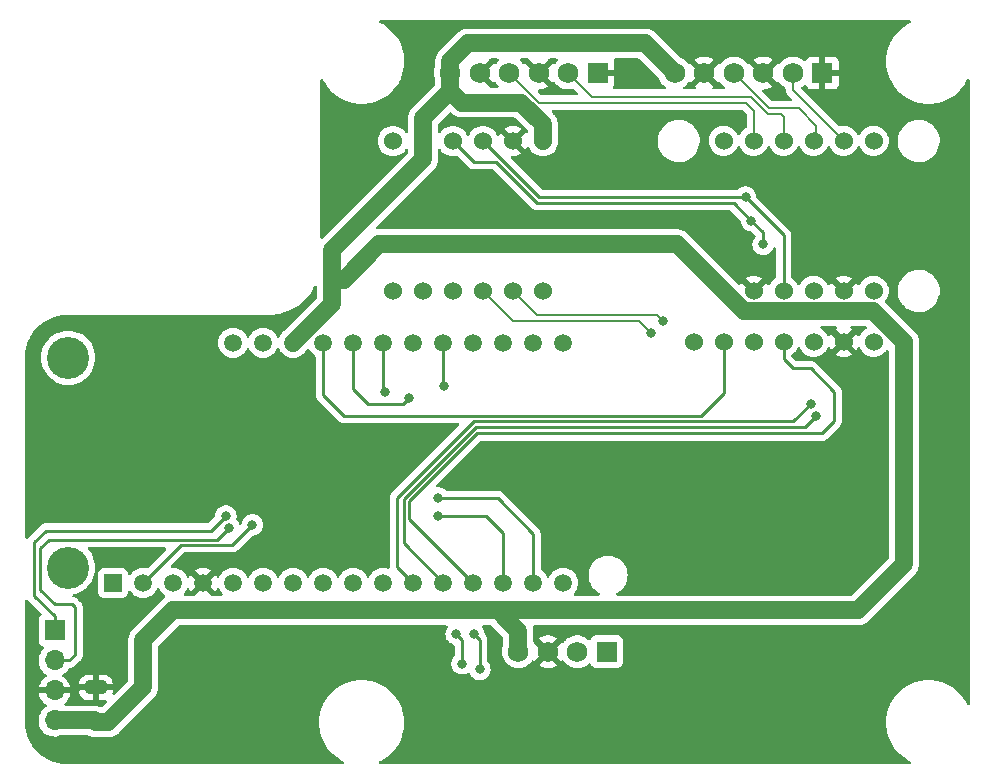
<source format=gbr>
%TF.GenerationSoftware,KiCad,Pcbnew,(6.0.10-0)*%
%TF.CreationDate,2023-01-18T17:39:01-08:00*%
%TF.ProjectId,Sensor,53656e73-6f72-42e6-9b69-6361645f7063,rev?*%
%TF.SameCoordinates,Original*%
%TF.FileFunction,Copper,L2,Bot*%
%TF.FilePolarity,Positive*%
%FSLAX46Y46*%
G04 Gerber Fmt 4.6, Leading zero omitted, Abs format (unit mm)*
G04 Created by KiCad (PCBNEW (6.0.10-0)) date 2023-01-18 17:39:01*
%MOMM*%
%LPD*%
G01*
G04 APERTURE LIST*
G04 Aperture macros list*
%AMRoundRect*
0 Rectangle with rounded corners*
0 $1 Rounding radius*
0 $2 $3 $4 $5 $6 $7 $8 $9 X,Y pos of 4 corners*
0 Add a 4 corners polygon primitive as box body*
4,1,4,$2,$3,$4,$5,$6,$7,$8,$9,$2,$3,0*
0 Add four circle primitives for the rounded corners*
1,1,$1+$1,$2,$3*
1,1,$1+$1,$4,$5*
1,1,$1+$1,$6,$7*
1,1,$1+$1,$8,$9*
0 Add four rect primitives between the rounded corners*
20,1,$1+$1,$2,$3,$4,$5,0*
20,1,$1+$1,$4,$5,$6,$7,0*
20,1,$1+$1,$6,$7,$8,$9,0*
20,1,$1+$1,$8,$9,$2,$3,0*%
G04 Aperture macros list end*
%TA.AperFunction,ComponentPad*%
%ADD10R,1.700000X1.700000*%
%TD*%
%TA.AperFunction,ComponentPad*%
%ADD11O,1.700000X1.700000*%
%TD*%
%TA.AperFunction,ComponentPad*%
%ADD12R,1.750000X1.750000*%
%TD*%
%TA.AperFunction,ComponentPad*%
%ADD13C,1.750000*%
%TD*%
%TA.AperFunction,ComponentPad*%
%ADD14R,1.508000X1.508000*%
%TD*%
%TA.AperFunction,ComponentPad*%
%ADD15C,1.508000*%
%TD*%
%TA.AperFunction,ComponentPad*%
%ADD16C,3.556000*%
%TD*%
%TA.AperFunction,ComponentPad*%
%ADD17C,1.524000*%
%TD*%
%TA.AperFunction,SMDPad,CuDef*%
%ADD18RoundRect,0.250000X0.650000X-0.325000X0.650000X0.325000X-0.650000X0.325000X-0.650000X-0.325000X0*%
%TD*%
%TA.AperFunction,ViaPad*%
%ADD19C,0.800000*%
%TD*%
%TA.AperFunction,Conductor*%
%ADD20C,1.500000*%
%TD*%
%TA.AperFunction,Conductor*%
%ADD21C,1.000000*%
%TD*%
%TA.AperFunction,Conductor*%
%ADD22C,0.250000*%
%TD*%
%TA.AperFunction,Conductor*%
%ADD23C,0.200000*%
%TD*%
G04 APERTURE END LIST*
D10*
%TO.P,J1,1,Pin_1*%
%TO.N,/TX*%
X24000000Y-128200000D03*
D11*
%TO.P,J1,2,Pin_2*%
%TO.N,/RX*%
X24000000Y-130740000D03*
%TO.P,J1,3,Pin_3*%
%TO.N,GND*%
X24000000Y-133280000D03*
%TO.P,J1,4,Pin_4*%
%TO.N,+5V*%
X24000000Y-135820000D03*
%TD*%
D12*
%TO.P,J4,1,Pin_1*%
%TO.N,GND*%
X70000000Y-81000000D03*
D13*
%TO.P,J4,2,Pin_2*%
%TO.N,/A1N*%
X67500000Y-81000000D03*
%TO.P,J4,3,Pin_3*%
%TO.N,GND*%
X65000000Y-81000000D03*
%TO.P,J4,4,Pin_4*%
%TO.N,/A1P*%
X62500000Y-81000000D03*
%TO.P,J4,5,Pin_5*%
%TO.N,GND*%
X60000000Y-81000000D03*
%TO.P,J4,6,Pin_6*%
%TO.N,+5V*%
X57500000Y-81000000D03*
%TD*%
D12*
%TO.P,J5,1,Pin_1*%
%TO.N,GND*%
X89000000Y-81000000D03*
D13*
%TO.P,J5,2,Pin_2*%
%TO.N,/A2N*%
X86500000Y-81000000D03*
%TO.P,J5,3,Pin_3*%
%TO.N,GND*%
X84000000Y-81000000D03*
%TO.P,J5,4,Pin_4*%
%TO.N,/A2P*%
X81500000Y-81000000D03*
%TO.P,J5,5,Pin_5*%
%TO.N,GND*%
X79000000Y-81000000D03*
%TO.P,J5,6,Pin_6*%
%TO.N,+5V*%
X76500000Y-81000000D03*
%TD*%
D12*
%TO.P,J6,1,Pin_1*%
%TO.N,/A3P*%
X70750000Y-130000000D03*
D13*
%TO.P,J6,2,Pin_2*%
%TO.N,/A3N*%
X68250000Y-130000000D03*
%TO.P,J6,3,Pin_3*%
%TO.N,GND*%
X65750000Y-130000000D03*
%TO.P,J6,4,Pin_4*%
%TO.N,+5V*%
X63250000Y-130000000D03*
%TD*%
D14*
%TO.P,U1,1,RST*%
%TO.N,unconnected-(U1-Pad1)*%
X28950000Y-124160000D03*
D15*
%TO.P,U1,2,3V*%
%TO.N,+3V3*%
X31490000Y-124160000D03*
%TO.P,U1,3*%
%TO.N,N/C*%
X34030000Y-124160000D03*
%TO.P,U1,4,GND*%
%TO.N,GND*%
X36570000Y-124160000D03*
%TO.P,U1,5,ADC*%
%TO.N,unconnected-(U1-Pad5)*%
X39110000Y-124160000D03*
%TO.P,U1,6*%
%TO.N,N/C*%
X41650000Y-124160000D03*
%TO.P,U1,7*%
X44190000Y-124160000D03*
%TO.P,U1,8*%
X46730000Y-124160000D03*
%TO.P,U1,9*%
X49270000Y-124160000D03*
%TO.P,U1,10*%
X51810000Y-124160000D03*
%TO.P,U1,11,SCK*%
%TO.N,/SCK*%
X54350000Y-124160000D03*
%TO.P,U1,12,MOSI*%
%TO.N,/MOSI*%
X56890000Y-124160000D03*
%TO.P,U1,13,MIS0*%
%TO.N,/MISO*%
X59430000Y-124160000D03*
%TO.P,U1,14,RX*%
%TO.N,/RX*%
X61970000Y-124160000D03*
%TO.P,U1,15,TX*%
%TO.N,/TX*%
X64510000Y-124160000D03*
%TO.P,U1,16,CHPD*%
%TO.N,unconnected-(U1-Pad16)*%
X67050000Y-124160000D03*
%TO.P,U1,17,BAT*%
%TO.N,unconnected-(U1-Pad17)*%
X39110000Y-103840000D03*
%TO.P,U1,18,EN*%
%TO.N,unconnected-(U1-Pad18)*%
X41650000Y-103840000D03*
%TO.P,U1,19,USB*%
%TO.N,+5V*%
X44190000Y-103840000D03*
%TO.P,U1,20,GPIO14*%
%TO.N,/CS1*%
X46730000Y-103840000D03*
%TO.P,U1,21,GPIO12*%
%TO.N,/VRX_2*%
X49270000Y-103840000D03*
%TO.P,U1,22,GPIO13*%
%TO.N,/VTX_2*%
X51810000Y-103840000D03*
%TO.P,U1,23,GPIO15*%
%TO.N,unconnected-(U1-Pad23)*%
X54350000Y-103840000D03*
%TO.P,U1,24,GPIO0*%
%TO.N,/VRX_1*%
X56890000Y-103840000D03*
%TO.P,U1,25,GPIO16*%
%TO.N,unconnected-(U1-Pad25)*%
X59430000Y-103840000D03*
%TO.P,U1,26,GPIO2*%
%TO.N,/VTX_1*%
X61970000Y-103840000D03*
%TO.P,U1,27,SCL/GPIO5*%
%TO.N,/SCL*%
X64510000Y-103840000D03*
%TO.P,U1,28,SDA/GPIO4*%
%TO.N,/SDA*%
X67050000Y-103840000D03*
D16*
%TO.P,U1,S1*%
%TO.N,N/C*%
X25140000Y-122890000D03*
%TO.P,U1,S2*%
X25140000Y-105110000D03*
%TD*%
D17*
%TO.P,U4,3.3V,3.3V*%
%TO.N,unconnected-(U4-Pad3.3V)*%
X93350000Y-103760000D03*
%TO.P,U4,5V,5V*%
%TO.N,+5V*%
X95890000Y-103760000D03*
%TO.P,U4,CD,CD*%
%TO.N,unconnected-(U4-PadCD)*%
X78110000Y-103760000D03*
%TO.P,U4,CLK,CLK*%
%TO.N,/SCK*%
X88270000Y-103760000D03*
%TO.P,U4,CS,CS*%
%TO.N,/CS1*%
X80650000Y-103760000D03*
%TO.P,U4,DI,DI*%
%TO.N,/MOSI*%
X83190000Y-103760000D03*
%TO.P,U4,DO,DO*%
%TO.N,/MISO*%
X85730000Y-103760000D03*
%TO.P,U4,GND,GND*%
%TO.N,GND*%
X90810000Y-103760000D03*
%TD*%
%TO.P,U3,A+,A+*%
%TO.N,unconnected-(U3-PadA+)*%
X65350000Y-99460000D03*
%TO.P,U3,A-,A-*%
%TO.N,unconnected-(U3-PadA-)*%
X52650000Y-99460000D03*
%TO.P,U3,A0,A0*%
%TO.N,unconnected-(U3-PadA0)*%
X55190000Y-99460000D03*
%TO.P,U3,A1,A1*%
%TO.N,unconnected-(U3-PadA1)*%
X57730000Y-99460000D03*
%TO.P,U3,A2,A2*%
%TO.N,/A3N*%
X60270000Y-99460000D03*
%TO.P,U3,A3,A3*%
%TO.N,/A3P*%
X62810000Y-99460000D03*
%TO.P,U3,ADDR,ADDR*%
%TO.N,+5V*%
X55190000Y-86760000D03*
%TO.P,U3,ALRT,ALRT*%
%TO.N,unconnected-(U3-PadALRT)*%
X52650000Y-86760000D03*
%TO.P,U3,GND,GND*%
%TO.N,GND*%
X62810000Y-86760000D03*
%TO.P,U3,SCL,SCL*%
%TO.N,/SCL*%
X60270000Y-86760000D03*
%TO.P,U3,SDA,SDA*%
%TO.N,/SDA*%
X57730000Y-86760000D03*
%TO.P,U3,VIN,VIN*%
%TO.N,+5V*%
X65350000Y-86760000D03*
%TD*%
%TO.P,U2,A+,A+*%
%TO.N,unconnected-(U2-PadA+)*%
X80650000Y-86745000D03*
%TO.P,U2,A-,A-*%
%TO.N,unconnected-(U2-PadA-)*%
X93350000Y-86745000D03*
%TO.P,U2,A0,A0*%
%TO.N,/A2N*%
X90810000Y-86745000D03*
%TO.P,U2,A1,A1*%
%TO.N,/A2P*%
X88270000Y-86745000D03*
%TO.P,U2,A2,A2*%
%TO.N,/A1N*%
X85730000Y-86745000D03*
%TO.P,U2,A3,A3*%
%TO.N,/A1P*%
X83190000Y-86745000D03*
%TO.P,U2,ADDR,ADDR*%
%TO.N,GND*%
X90810000Y-99445000D03*
%TO.P,U2,ALRT,ALRT*%
%TO.N,unconnected-(U2-PadALRT)*%
X93350000Y-99445000D03*
%TO.P,U2,GND,GND*%
%TO.N,GND*%
X83190000Y-99445000D03*
%TO.P,U2,SCL,SCL*%
%TO.N,/SCL*%
X85730000Y-99445000D03*
%TO.P,U2,SDA,SDA*%
%TO.N,/SDA*%
X88270000Y-99445000D03*
%TO.P,U2,VIN,VIN*%
%TO.N,+5V*%
X80650000Y-99445000D03*
%TD*%
D18*
%TO.P,C1,1*%
%TO.N,+5V*%
X27500000Y-135975000D03*
%TO.P,C1,2*%
%TO.N,GND*%
X27500000Y-133025000D03*
%TD*%
D19*
%TO.N,+5V*%
X31500000Y-131000000D03*
%TO.N,GND*%
X45250000Y-130750000D03*
X36075000Y-129925000D03*
%TO.N,/TX*%
X38500000Y-118500000D03*
X56500000Y-117000000D03*
%TO.N,/RX*%
X38750000Y-119500000D03*
X56500000Y-118500000D03*
%TO.N,/VRX_1*%
X57000000Y-107500000D03*
%TO.N,/A3N*%
X74500000Y-103000000D03*
%TO.N,/A3P*%
X75500000Y-102000000D03*
%TO.N,+3V3*%
X40750000Y-119250000D03*
%TO.N,/SCK*%
X88000000Y-109000000D03*
%TO.N,/MOSI*%
X88500000Y-110000000D03*
%TO.N,/SCL*%
X82500000Y-91500000D03*
%TO.N,/SDA*%
X83000000Y-93500000D03*
X84000000Y-95500000D03*
%TO.N,/VRX_2*%
X60000000Y-131500000D03*
X54000000Y-108500000D03*
X59500000Y-128500000D03*
%TO.N,/VTX_2*%
X58500000Y-131000000D03*
X58000000Y-128500000D03*
X52000000Y-108000000D03*
%TD*%
D20*
%TO.N,+5V*%
X47500000Y-98500000D02*
X47500000Y-100530000D01*
X31500000Y-129000000D02*
X34000000Y-126500000D01*
X76705000Y-95500000D02*
X80650000Y-99445000D01*
X80650000Y-99445000D02*
X82362000Y-101157000D01*
X57500000Y-82500000D02*
X57500000Y-81000000D01*
X55190000Y-86760000D02*
X55190000Y-88310000D01*
X63500000Y-83500000D02*
X58500000Y-83500000D01*
X34000000Y-126500000D02*
X61500000Y-126500000D01*
X63250000Y-128250000D02*
X63250000Y-130000000D01*
X57500000Y-80000000D02*
X57500000Y-81000000D01*
X55190000Y-86760000D02*
X55190000Y-84810000D01*
X95890000Y-103760000D02*
X95890000Y-122610000D01*
X47500000Y-96000000D02*
X47500000Y-98500000D01*
X58500000Y-83500000D02*
X57500000Y-82500000D01*
X47500000Y-100530000D02*
X44190000Y-103840000D01*
X48500000Y-98500000D02*
X51500000Y-95500000D01*
X55190000Y-88310000D02*
X47500000Y-96000000D01*
X82362000Y-101157000D02*
X93287000Y-101157000D01*
X27345000Y-135820000D02*
X27500000Y-135975000D01*
X24000000Y-135820000D02*
X27345000Y-135820000D01*
X93287000Y-101157000D02*
X95890000Y-103760000D01*
X95890000Y-122610000D02*
X92000000Y-126500000D01*
X31500000Y-133000000D02*
X31500000Y-129000000D01*
X65350000Y-85350000D02*
X63500000Y-83500000D01*
X65350000Y-86760000D02*
X65350000Y-85350000D01*
X74000000Y-78500000D02*
X59000000Y-78500000D01*
X27500000Y-135975000D02*
X28525000Y-135975000D01*
X61500000Y-126500000D02*
X63250000Y-128250000D01*
X47500000Y-98500000D02*
X48500000Y-98500000D01*
X51500000Y-95500000D02*
X76705000Y-95500000D01*
X55190000Y-84810000D02*
X57500000Y-82500000D01*
X76500000Y-81000000D02*
X74000000Y-78500000D01*
X92000000Y-126500000D02*
X61500000Y-126500000D01*
X28525000Y-135975000D02*
X31500000Y-133000000D01*
X59000000Y-78500000D02*
X57500000Y-80000000D01*
D21*
%TO.N,GND*%
X36075000Y-129925000D02*
X44425000Y-129925000D01*
X44425000Y-129925000D02*
X45250000Y-130750000D01*
D22*
%TO.N,/TX*%
X37250000Y-119750000D02*
X23250000Y-119750000D01*
X22250000Y-120750000D02*
X22250000Y-125250000D01*
X61500000Y-117000000D02*
X56500000Y-117000000D01*
X64510000Y-120010000D02*
X61500000Y-117000000D01*
X24000000Y-127000000D02*
X24000000Y-128200000D01*
X64510000Y-124160000D02*
X64510000Y-120010000D01*
X22250000Y-125250000D02*
X24000000Y-127000000D01*
X38500000Y-118500000D02*
X37250000Y-119750000D01*
X23250000Y-119750000D02*
X22250000Y-120750000D01*
%TO.N,/RX*%
X24000000Y-126000000D02*
X25500000Y-126000000D01*
X60500000Y-118500000D02*
X56500000Y-118500000D01*
X22750000Y-121250000D02*
X22750000Y-124750000D01*
X61970000Y-124160000D02*
X61970000Y-119970000D01*
X22750000Y-124750000D02*
X24000000Y-126000000D01*
X25260000Y-130740000D02*
X24000000Y-130740000D01*
X37750000Y-120500000D02*
X23500000Y-120500000D01*
X25750000Y-130250000D02*
X25260000Y-130740000D01*
X23500000Y-120500000D02*
X22750000Y-121250000D01*
X61970000Y-119970000D02*
X60500000Y-118500000D01*
X38750000Y-119500000D02*
X37750000Y-120500000D01*
X25750000Y-126250000D02*
X25750000Y-130250000D01*
X25500000Y-126000000D02*
X25750000Y-126250000D01*
%TO.N,/VRX_1*%
X57000000Y-107500000D02*
X56890000Y-107390000D01*
X56890000Y-107390000D02*
X56890000Y-103840000D01*
D23*
%TO.N,/A2N*%
X86500000Y-82435000D02*
X90810000Y-86745000D01*
X86500000Y-81000000D02*
X86500000Y-82435000D01*
%TO.N,/A2P*%
X88500000Y-85500000D02*
X88500000Y-86515000D01*
X87000000Y-84000000D02*
X88500000Y-85500000D01*
X88500000Y-86515000D02*
X88270000Y-86745000D01*
X84500000Y-84000000D02*
X87000000Y-84000000D01*
X81500000Y-81000000D02*
X84500000Y-84000000D01*
%TO.N,/A1N*%
X67500000Y-81000000D02*
X69500000Y-83000000D01*
X82934314Y-83000000D02*
X84434314Y-84500000D01*
X85500000Y-84500000D02*
X85730000Y-84730000D01*
X84434314Y-84500000D02*
X85500000Y-84500000D01*
X85730000Y-84730000D02*
X85730000Y-86745000D01*
X69500000Y-83000000D02*
X82934314Y-83000000D01*
%TO.N,/A1P*%
X65000000Y-83500000D02*
X82500000Y-83500000D01*
X62500000Y-81000000D02*
X65000000Y-83500000D01*
X82500000Y-83500000D02*
X83190000Y-84190000D01*
X83190000Y-84190000D02*
X83190000Y-86745000D01*
D22*
%TO.N,/CS1*%
X46730000Y-108230000D02*
X46730000Y-103840000D01*
X78750000Y-110000000D02*
X48500000Y-110000000D01*
X48500000Y-110000000D02*
X46730000Y-108230000D01*
X80650000Y-103760000D02*
X80650000Y-108100000D01*
X80650000Y-108100000D02*
X78750000Y-110000000D01*
D23*
%TO.N,/A3N*%
X73500000Y-102000000D02*
X62810000Y-102000000D01*
X62810000Y-102000000D02*
X60270000Y-99460000D01*
X74500000Y-103000000D02*
X73500000Y-102000000D01*
%TO.N,/A3P*%
X75000000Y-101500000D02*
X64850000Y-101500000D01*
X64850000Y-101500000D02*
X62810000Y-99460000D01*
X75500000Y-102000000D02*
X75000000Y-101500000D01*
D22*
%TO.N,+3V3*%
X40750000Y-119250000D02*
X39050000Y-120950000D01*
X34700000Y-120950000D02*
X31490000Y-124160000D01*
X39050000Y-120950000D02*
X34700000Y-120950000D01*
%TO.N,/SCK*%
X59500000Y-110500000D02*
X86500000Y-110500000D01*
X53000000Y-122810000D02*
X53000000Y-117000000D01*
X54350000Y-124160000D02*
X53000000Y-122810000D01*
X86500000Y-110500000D02*
X88000000Y-109000000D01*
X53000000Y-117000000D02*
X59500000Y-110500000D01*
%TO.N,/MOSI*%
X56890000Y-124160000D02*
X53550000Y-120820000D01*
X59636396Y-111000000D02*
X87500000Y-111000000D01*
X53550000Y-120820000D02*
X53550000Y-117086396D01*
X53550000Y-117086396D02*
X59636396Y-111000000D01*
X87500000Y-111000000D02*
X88500000Y-110000000D01*
%TO.N,/MISO*%
X59772792Y-111500000D02*
X89000000Y-111500000D01*
X88000000Y-106000000D02*
X86500000Y-106000000D01*
X85730000Y-105230000D02*
X85730000Y-103760000D01*
X89000000Y-111500000D02*
X90000000Y-110500000D01*
X54000000Y-118730000D02*
X54000000Y-117272792D01*
X90000000Y-110500000D02*
X90000000Y-108000000D01*
X59430000Y-124160000D02*
X54000000Y-118730000D01*
X86500000Y-106000000D02*
X85730000Y-105230000D01*
X54000000Y-117272792D02*
X59772792Y-111500000D01*
X90000000Y-108000000D02*
X88000000Y-106000000D01*
%TO.N,/SCL*%
X65010000Y-91500000D02*
X82500000Y-91500000D01*
X60270000Y-86760000D02*
X65010000Y-91500000D01*
X82500000Y-91500000D02*
X85730000Y-94730000D01*
X85730000Y-94730000D02*
X85730000Y-99445000D01*
%TO.N,/SDA*%
X81500000Y-92000000D02*
X83000000Y-93500000D01*
X83000000Y-93500000D02*
X84000000Y-94500000D01*
X62936802Y-90063198D02*
X64873604Y-92000000D01*
X64873604Y-92000000D02*
X67500000Y-92000000D01*
X84000000Y-94500000D02*
X84000000Y-95500000D01*
X79500000Y-92000000D02*
X81500000Y-92000000D01*
X59470000Y-88500000D02*
X60000000Y-88500000D01*
X61373604Y-88500000D02*
X62936802Y-90063198D01*
X60000000Y-88500000D02*
X61373604Y-88500000D01*
X57730000Y-86760000D02*
X59470000Y-88500000D01*
X67500000Y-92000000D02*
X79500000Y-92000000D01*
%TO.N,/VRX_2*%
X49270000Y-107770000D02*
X49270000Y-103840000D01*
X50500000Y-109000000D02*
X49270000Y-107770000D01*
X60000000Y-129000000D02*
X59500000Y-128500000D01*
X53500000Y-109000000D02*
X50500000Y-109000000D01*
X54000000Y-108500000D02*
X53500000Y-109000000D01*
X60000000Y-131500000D02*
X60000000Y-129000000D01*
%TO.N,/VTX_2*%
X58500000Y-131000000D02*
X58500000Y-129000000D01*
X51810000Y-107810000D02*
X51810000Y-103840000D01*
X52000000Y-108000000D02*
X51810000Y-107810000D01*
X58500000Y-129000000D02*
X58000000Y-128500000D01*
%TD*%
%TA.AperFunction,Conductor*%
%TO.N,GND*%
G36*
X96464966Y-76528502D02*
G01*
X96511459Y-76582158D01*
X96521563Y-76652432D01*
X96492069Y-76717012D01*
X96454048Y-76746767D01*
X96200221Y-76876098D01*
X96200214Y-76876102D01*
X96197280Y-76877597D01*
X95880775Y-77083137D01*
X95587489Y-77320635D01*
X95320635Y-77587489D01*
X95083137Y-77880775D01*
X95081335Y-77883550D01*
X94879395Y-78194510D01*
X94879393Y-78194513D01*
X94877597Y-78197279D01*
X94876102Y-78200213D01*
X94876098Y-78200220D01*
X94745500Y-78456533D01*
X94706266Y-78533535D01*
X94571022Y-78885857D01*
X94473347Y-79250387D01*
X94456656Y-79355768D01*
X94414992Y-79618825D01*
X94414310Y-79623129D01*
X94394559Y-80000000D01*
X94414310Y-80376871D01*
X94414823Y-80380111D01*
X94414824Y-80380119D01*
X94421947Y-80425088D01*
X94473347Y-80749613D01*
X94571022Y-81114143D01*
X94706266Y-81466465D01*
X94707764Y-81469405D01*
X94867024Y-81781969D01*
X94877597Y-81802720D01*
X95083137Y-82119225D01*
X95320635Y-82412511D01*
X95587489Y-82679365D01*
X95880775Y-82916863D01*
X96197280Y-83122403D01*
X96200214Y-83123898D01*
X96200221Y-83123902D01*
X96425558Y-83238717D01*
X96533535Y-83293734D01*
X96885857Y-83428978D01*
X97250387Y-83526653D01*
X97448353Y-83558008D01*
X97619881Y-83585176D01*
X97619889Y-83585177D01*
X97623129Y-83585690D01*
X97905720Y-83600500D01*
X98094280Y-83600500D01*
X98376871Y-83585690D01*
X98380111Y-83585177D01*
X98380119Y-83585176D01*
X98551647Y-83558008D01*
X98749613Y-83526653D01*
X99114143Y-83428978D01*
X99466465Y-83293734D01*
X99574442Y-83238717D01*
X99799779Y-83123902D01*
X99799786Y-83123898D01*
X99802720Y-83122403D01*
X100119225Y-82916863D01*
X100412511Y-82679365D01*
X100679365Y-82412511D01*
X100916863Y-82119225D01*
X101062121Y-81895547D01*
X101120605Y-81805490D01*
X101120607Y-81805487D01*
X101122403Y-81802721D01*
X101123903Y-81799779D01*
X101253233Y-81545953D01*
X101301981Y-81494338D01*
X101370896Y-81477272D01*
X101438098Y-81500173D01*
X101482250Y-81555770D01*
X101491500Y-81603156D01*
X101491500Y-134396845D01*
X101471498Y-134464966D01*
X101417842Y-134511459D01*
X101347568Y-134521563D01*
X101282988Y-134492069D01*
X101253233Y-134454048D01*
X101123902Y-134200221D01*
X101123898Y-134200214D01*
X101122403Y-134197280D01*
X101064424Y-134107999D01*
X100918665Y-133883550D01*
X100916863Y-133880775D01*
X100679365Y-133587489D01*
X100412511Y-133320635D01*
X100119225Y-133083137D01*
X99802720Y-132877597D01*
X99799786Y-132876102D01*
X99799779Y-132876098D01*
X99469405Y-132707764D01*
X99466465Y-132706266D01*
X99114143Y-132571022D01*
X98749613Y-132473347D01*
X98551647Y-132441992D01*
X98380119Y-132414824D01*
X98380111Y-132414823D01*
X98376871Y-132414310D01*
X98094280Y-132399500D01*
X97905720Y-132399500D01*
X97623129Y-132414310D01*
X97619889Y-132414823D01*
X97619881Y-132414824D01*
X97448353Y-132441992D01*
X97250387Y-132473347D01*
X96885857Y-132571022D01*
X96533535Y-132706266D01*
X96530595Y-132707764D01*
X96200221Y-132876098D01*
X96200214Y-132876102D01*
X96197280Y-132877597D01*
X95880775Y-133083137D01*
X95587489Y-133320635D01*
X95320635Y-133587489D01*
X95083137Y-133880775D01*
X95081335Y-133883550D01*
X94879395Y-134194510D01*
X94879393Y-134194513D01*
X94877597Y-134197279D01*
X94876102Y-134200213D01*
X94876098Y-134200220D01*
X94746767Y-134454048D01*
X94706266Y-134533535D01*
X94571022Y-134885857D01*
X94473347Y-135250387D01*
X94414310Y-135623129D01*
X94394559Y-136000000D01*
X94414310Y-136376871D01*
X94414823Y-136380111D01*
X94414824Y-136380119D01*
X94441992Y-136551647D01*
X94473347Y-136749613D01*
X94571022Y-137114143D01*
X94572207Y-137117231D01*
X94572208Y-137117233D01*
X94615577Y-137230213D01*
X94706266Y-137466465D01*
X94707764Y-137469405D01*
X94794834Y-137640288D01*
X94877597Y-137802720D01*
X95083137Y-138119225D01*
X95320635Y-138412511D01*
X95587489Y-138679365D01*
X95880775Y-138916863D01*
X95883550Y-138918665D01*
X96134871Y-139081874D01*
X96197280Y-139122403D01*
X96200214Y-139123898D01*
X96200221Y-139123902D01*
X96454048Y-139253233D01*
X96505663Y-139301981D01*
X96522729Y-139370896D01*
X96499828Y-139438098D01*
X96444231Y-139482250D01*
X96396845Y-139491500D01*
X51603155Y-139491500D01*
X51535034Y-139471498D01*
X51488541Y-139417842D01*
X51478437Y-139347568D01*
X51507931Y-139282988D01*
X51545952Y-139253233D01*
X51799779Y-139123902D01*
X51799786Y-139123898D01*
X51802720Y-139122403D01*
X51865130Y-139081874D01*
X52116450Y-138918665D01*
X52119225Y-138916863D01*
X52412511Y-138679365D01*
X52679365Y-138412511D01*
X52916863Y-138119225D01*
X53030170Y-137944748D01*
X53120605Y-137805490D01*
X53120607Y-137805487D01*
X53122403Y-137802721D01*
X53123903Y-137799779D01*
X53292236Y-137469405D01*
X53293734Y-137466465D01*
X53384423Y-137230213D01*
X53427792Y-137117233D01*
X53427793Y-137117231D01*
X53428978Y-137114143D01*
X53526653Y-136749613D01*
X53558008Y-136551647D01*
X53585176Y-136380119D01*
X53585177Y-136380111D01*
X53585690Y-136376871D01*
X53605441Y-136000000D01*
X53585690Y-135623129D01*
X53526653Y-135250387D01*
X53428978Y-134885857D01*
X53293734Y-134533535D01*
X53222085Y-134392916D01*
X53123902Y-134200221D01*
X53123898Y-134200214D01*
X53122403Y-134197280D01*
X53064424Y-134107999D01*
X52918665Y-133883550D01*
X52916863Y-133880775D01*
X52679365Y-133587489D01*
X52412511Y-133320635D01*
X52119225Y-133083137D01*
X51802720Y-132877597D01*
X51799786Y-132876102D01*
X51799779Y-132876098D01*
X51469405Y-132707764D01*
X51466465Y-132706266D01*
X51114143Y-132571022D01*
X50749613Y-132473347D01*
X50551647Y-132441992D01*
X50380119Y-132414824D01*
X50380111Y-132414823D01*
X50376871Y-132414310D01*
X50094280Y-132399500D01*
X49905720Y-132399500D01*
X49623129Y-132414310D01*
X49619889Y-132414823D01*
X49619881Y-132414824D01*
X49448353Y-132441992D01*
X49250387Y-132473347D01*
X48885857Y-132571022D01*
X48533535Y-132706266D01*
X48530595Y-132707764D01*
X48200221Y-132876098D01*
X48200214Y-132876102D01*
X48197280Y-132877597D01*
X47880775Y-133083137D01*
X47587489Y-133320635D01*
X47320635Y-133587489D01*
X47083137Y-133880775D01*
X47081335Y-133883550D01*
X46879395Y-134194510D01*
X46879393Y-134194513D01*
X46877597Y-134197279D01*
X46876102Y-134200213D01*
X46876098Y-134200220D01*
X46746767Y-134454048D01*
X46706266Y-134533535D01*
X46571022Y-134885857D01*
X46473347Y-135250387D01*
X46414310Y-135623129D01*
X46394559Y-136000000D01*
X46414310Y-136376871D01*
X46414823Y-136380111D01*
X46414824Y-136380119D01*
X46441992Y-136551647D01*
X46473347Y-136749613D01*
X46571022Y-137114143D01*
X46572207Y-137117231D01*
X46572208Y-137117233D01*
X46615577Y-137230213D01*
X46706266Y-137466465D01*
X46707764Y-137469405D01*
X46794834Y-137640288D01*
X46877597Y-137802720D01*
X47083137Y-138119225D01*
X47320635Y-138412511D01*
X47587489Y-138679365D01*
X47880775Y-138916863D01*
X47883550Y-138918665D01*
X48134871Y-139081874D01*
X48197280Y-139122403D01*
X48200214Y-139123898D01*
X48200221Y-139123902D01*
X48454048Y-139253233D01*
X48505663Y-139301981D01*
X48522729Y-139370896D01*
X48499828Y-139438098D01*
X48444231Y-139482250D01*
X48396845Y-139491500D01*
X25049367Y-139491500D01*
X25029982Y-139490000D01*
X25015148Y-139487690D01*
X25015145Y-139487690D01*
X25006276Y-139486309D01*
X24997373Y-139487473D01*
X24997372Y-139487473D01*
X24986924Y-139488839D01*
X24964406Y-139489751D01*
X24663949Y-139474990D01*
X24651655Y-139473779D01*
X24324966Y-139425320D01*
X24312844Y-139422910D01*
X24218804Y-139399354D01*
X23992477Y-139342661D01*
X23980645Y-139339072D01*
X23669689Y-139227810D01*
X23658265Y-139223078D01*
X23494130Y-139145448D01*
X23359708Y-139081872D01*
X23348812Y-139076047D01*
X23086236Y-138918665D01*
X23065533Y-138906256D01*
X23055252Y-138899386D01*
X22984483Y-138846901D01*
X22789983Y-138702650D01*
X22780444Y-138694823D01*
X22535718Y-138473015D01*
X22526980Y-138464277D01*
X22305177Y-138219556D01*
X22297350Y-138210017D01*
X22100614Y-137944748D01*
X22093744Y-137934467D01*
X21923955Y-137651193D01*
X21918126Y-137640288D01*
X21776922Y-137341735D01*
X21772190Y-137330311D01*
X21660928Y-137019355D01*
X21657339Y-137007523D01*
X21577091Y-136687159D01*
X21574679Y-136675031D01*
X21566618Y-136620689D01*
X21526220Y-136348343D01*
X21525009Y-136336045D01*
X21510795Y-136046695D01*
X21512387Y-136019619D01*
X21513576Y-136012552D01*
X21513729Y-136000000D01*
X21509773Y-135972376D01*
X21508500Y-135954514D01*
X21508500Y-133397095D01*
X26092001Y-133397095D01*
X26092338Y-133403614D01*
X26102257Y-133499206D01*
X26105149Y-133512600D01*
X26156588Y-133666784D01*
X26162761Y-133679962D01*
X26248063Y-133817807D01*
X26257099Y-133829208D01*
X26371829Y-133943739D01*
X26383240Y-133952751D01*
X26521243Y-134037816D01*
X26534424Y-134043963D01*
X26688710Y-134095138D01*
X26702086Y-134098005D01*
X26796438Y-134107672D01*
X26802854Y-134108000D01*
X27227885Y-134108000D01*
X27243124Y-134103525D01*
X27244329Y-134102135D01*
X27246000Y-134094452D01*
X27246000Y-133297115D01*
X27241525Y-133281876D01*
X27240135Y-133280671D01*
X27232452Y-133279000D01*
X26110116Y-133279000D01*
X26094877Y-133283475D01*
X26093672Y-133284865D01*
X26092001Y-133292548D01*
X26092001Y-133397095D01*
X21508500Y-133397095D01*
X21508500Y-125701266D01*
X21528502Y-125633145D01*
X21582158Y-125586652D01*
X21652432Y-125576548D01*
X21717012Y-125606042D01*
X21735956Y-125628744D01*
X21736563Y-125628273D01*
X21741420Y-125634534D01*
X21745458Y-125641362D01*
X21759779Y-125655683D01*
X21772619Y-125670716D01*
X21784528Y-125687107D01*
X21818605Y-125715298D01*
X21827384Y-125723288D01*
X22857798Y-126753703D01*
X22891824Y-126816015D01*
X22886759Y-126886831D01*
X22844269Y-126943623D01*
X22786739Y-126986739D01*
X22699385Y-127103295D01*
X22648255Y-127239684D01*
X22641500Y-127301866D01*
X22641500Y-129098134D01*
X22648255Y-129160316D01*
X22699385Y-129296705D01*
X22786739Y-129413261D01*
X22903295Y-129500615D01*
X22911704Y-129503767D01*
X22911705Y-129503768D01*
X23020451Y-129544535D01*
X23077216Y-129587176D01*
X23101916Y-129653738D01*
X23086709Y-129723087D01*
X23067316Y-129749568D01*
X22940629Y-129882138D01*
X22814743Y-130066680D01*
X22812564Y-130071375D01*
X22743517Y-130220125D01*
X22720688Y-130269305D01*
X22660989Y-130484570D01*
X22637251Y-130706695D01*
X22637548Y-130711848D01*
X22637548Y-130711851D01*
X22648140Y-130895547D01*
X22650110Y-130929715D01*
X22651247Y-130934761D01*
X22651248Y-130934767D01*
X22667429Y-131006565D01*
X22699222Y-131147639D01*
X22756942Y-131289788D01*
X22776662Y-131338351D01*
X22783266Y-131354616D01*
X22899987Y-131545088D01*
X23046250Y-131713938D01*
X23218126Y-131856632D01*
X23291955Y-131899774D01*
X23340679Y-131951412D01*
X23353750Y-132021195D01*
X23327019Y-132086967D01*
X23286562Y-132120327D01*
X23278457Y-132124546D01*
X23269738Y-132130036D01*
X23099433Y-132257905D01*
X23091726Y-132264748D01*
X22944590Y-132418717D01*
X22938104Y-132426727D01*
X22818098Y-132602649D01*
X22813000Y-132611623D01*
X22723338Y-132804783D01*
X22719775Y-132814470D01*
X22664389Y-133014183D01*
X22665912Y-133022607D01*
X22678292Y-133026000D01*
X25318344Y-133026000D01*
X25331875Y-133022027D01*
X25333180Y-133012947D01*
X25291214Y-132845875D01*
X25287894Y-132836124D01*
X25251701Y-132752885D01*
X26092000Y-132752885D01*
X26096475Y-132768124D01*
X26097865Y-132769329D01*
X26105548Y-132771000D01*
X27227885Y-132771000D01*
X27243124Y-132766525D01*
X27244329Y-132765135D01*
X27246000Y-132757452D01*
X27246000Y-132752885D01*
X27754000Y-132752885D01*
X27758475Y-132768124D01*
X27759865Y-132769329D01*
X27767548Y-132771000D01*
X28889884Y-132771000D01*
X28905123Y-132766525D01*
X28906328Y-132765135D01*
X28907999Y-132757452D01*
X28907999Y-132652905D01*
X28907662Y-132646386D01*
X28897743Y-132550794D01*
X28894851Y-132537400D01*
X28843412Y-132383216D01*
X28837239Y-132370038D01*
X28751937Y-132232193D01*
X28742901Y-132220792D01*
X28628171Y-132106261D01*
X28616760Y-132097249D01*
X28478757Y-132012184D01*
X28465576Y-132006037D01*
X28311290Y-131954862D01*
X28297914Y-131951995D01*
X28203562Y-131942328D01*
X28197145Y-131942000D01*
X27772115Y-131942000D01*
X27756876Y-131946475D01*
X27755671Y-131947865D01*
X27754000Y-131955548D01*
X27754000Y-132752885D01*
X27246000Y-132752885D01*
X27246000Y-131960116D01*
X27241525Y-131944877D01*
X27240135Y-131943672D01*
X27232452Y-131942001D01*
X26802905Y-131942001D01*
X26796386Y-131942338D01*
X26700794Y-131952257D01*
X26687400Y-131955149D01*
X26533216Y-132006588D01*
X26520038Y-132012761D01*
X26382193Y-132098063D01*
X26370792Y-132107099D01*
X26256261Y-132221829D01*
X26247249Y-132233240D01*
X26162184Y-132371243D01*
X26156037Y-132384424D01*
X26104862Y-132538710D01*
X26101995Y-132552086D01*
X26092328Y-132646438D01*
X26092000Y-132652855D01*
X26092000Y-132752885D01*
X25251701Y-132752885D01*
X25202972Y-132640814D01*
X25198105Y-132631739D01*
X25082426Y-132452926D01*
X25076136Y-132444757D01*
X24932806Y-132287240D01*
X24925273Y-132280215D01*
X24758139Y-132148222D01*
X24749556Y-132142520D01*
X24712602Y-132122120D01*
X24662631Y-132071687D01*
X24647859Y-132002245D01*
X24672975Y-131935839D01*
X24700327Y-131909232D01*
X24723797Y-131892491D01*
X24879860Y-131781173D01*
X25038096Y-131623489D01*
X25097594Y-131540689D01*
X25165435Y-131446277D01*
X25168453Y-131442077D01*
X25170746Y-131437437D01*
X25172446Y-131434608D01*
X25224674Y-131386518D01*
X25280451Y-131373500D01*
X25299856Y-131373500D01*
X25303791Y-131373003D01*
X25303856Y-131372995D01*
X25315693Y-131372062D01*
X25347951Y-131371048D01*
X25351970Y-131370922D01*
X25359889Y-131370673D01*
X25379343Y-131365021D01*
X25398700Y-131361013D01*
X25410930Y-131359468D01*
X25410931Y-131359468D01*
X25418797Y-131358474D01*
X25426168Y-131355555D01*
X25426170Y-131355555D01*
X25459912Y-131342196D01*
X25471142Y-131338351D01*
X25505983Y-131328229D01*
X25505984Y-131328229D01*
X25513593Y-131326018D01*
X25520412Y-131321985D01*
X25520417Y-131321983D01*
X25531028Y-131315707D01*
X25548776Y-131307012D01*
X25567617Y-131299552D01*
X25603387Y-131273564D01*
X25613307Y-131267048D01*
X25644535Y-131248580D01*
X25644538Y-131248578D01*
X25651362Y-131244542D01*
X25665683Y-131230221D01*
X25680717Y-131217380D01*
X25690694Y-131210131D01*
X25697107Y-131205472D01*
X25725298Y-131171395D01*
X25733288Y-131162616D01*
X26142247Y-130753657D01*
X26150537Y-130746113D01*
X26157018Y-130742000D01*
X26203659Y-130692332D01*
X26206413Y-130689491D01*
X26226135Y-130669769D01*
X26228612Y-130666576D01*
X26236317Y-130657555D01*
X26266586Y-130625321D01*
X26270407Y-130618371D01*
X26276346Y-130607568D01*
X26287202Y-130591041D01*
X26294757Y-130581302D01*
X26294758Y-130581300D01*
X26299614Y-130575040D01*
X26317174Y-130534460D01*
X26322391Y-130523812D01*
X26339875Y-130492009D01*
X26339876Y-130492007D01*
X26343695Y-130485060D01*
X26348733Y-130465437D01*
X26355137Y-130446734D01*
X26360033Y-130435420D01*
X26360033Y-130435419D01*
X26363181Y-130428145D01*
X26364420Y-130420322D01*
X26364423Y-130420312D01*
X26370099Y-130384476D01*
X26372505Y-130372856D01*
X26381528Y-130337711D01*
X26381528Y-130337710D01*
X26383500Y-130330030D01*
X26383500Y-130309776D01*
X26385051Y-130290065D01*
X26386980Y-130277886D01*
X26388220Y-130270057D01*
X26384059Y-130226038D01*
X26383500Y-130214181D01*
X26383500Y-126328763D01*
X26384027Y-126317579D01*
X26385701Y-126310091D01*
X26383562Y-126242032D01*
X26383500Y-126238075D01*
X26383500Y-126210144D01*
X26382994Y-126206138D01*
X26382061Y-126194292D01*
X26380922Y-126158037D01*
X26380673Y-126150110D01*
X26375022Y-126130658D01*
X26371014Y-126111306D01*
X26369468Y-126099068D01*
X26369467Y-126099066D01*
X26368474Y-126091203D01*
X26352194Y-126050086D01*
X26348359Y-126038885D01*
X26336018Y-125996406D01*
X26331985Y-125989587D01*
X26331983Y-125989582D01*
X26325707Y-125978971D01*
X26317010Y-125961221D01*
X26309552Y-125942383D01*
X26283571Y-125906623D01*
X26277053Y-125896701D01*
X26258578Y-125865460D01*
X26258574Y-125865455D01*
X26254542Y-125858637D01*
X26240218Y-125844313D01*
X26227376Y-125829278D01*
X26215472Y-125812893D01*
X26181406Y-125784711D01*
X26172627Y-125776722D01*
X26003652Y-125607747D01*
X25996112Y-125599461D01*
X25992000Y-125592982D01*
X25942348Y-125546356D01*
X25939507Y-125543602D01*
X25919770Y-125523865D01*
X25916573Y-125521385D01*
X25907551Y-125513680D01*
X25903350Y-125509735D01*
X25875321Y-125483414D01*
X25868375Y-125479595D01*
X25868372Y-125479593D01*
X25857566Y-125473652D01*
X25841047Y-125462801D01*
X25831545Y-125455431D01*
X25825041Y-125450386D01*
X25817772Y-125447241D01*
X25817768Y-125447238D01*
X25784463Y-125432826D01*
X25773813Y-125427609D01*
X25735060Y-125406305D01*
X25715437Y-125401267D01*
X25696734Y-125394863D01*
X25685420Y-125389967D01*
X25685419Y-125389967D01*
X25678145Y-125386819D01*
X25670322Y-125385580D01*
X25670312Y-125385577D01*
X25634476Y-125379901D01*
X25622858Y-125377496D01*
X25605370Y-125373006D01*
X25544365Y-125336694D01*
X25512674Y-125273163D01*
X25520361Y-125202584D01*
X25564987Y-125147365D01*
X25612121Y-125127385D01*
X25729010Y-125104134D01*
X25729016Y-125104132D01*
X25733060Y-125103328D01*
X25736969Y-125102001D01*
X25736973Y-125102000D01*
X26012977Y-125008309D01*
X26012978Y-125008308D01*
X26016883Y-125006983D01*
X26160289Y-124936263D01*
X26281999Y-124876243D01*
X26282004Y-124876240D01*
X26285703Y-124874416D01*
X26534920Y-124707895D01*
X26538014Y-124705181D01*
X26538020Y-124705177D01*
X26757180Y-124512978D01*
X26760269Y-124510269D01*
X26869793Y-124385381D01*
X26955177Y-124288020D01*
X26955181Y-124288014D01*
X26957895Y-124284920D01*
X27124416Y-124035703D01*
X27256983Y-123766883D01*
X27271524Y-123724047D01*
X27352000Y-123486973D01*
X27352001Y-123486969D01*
X27353328Y-123483060D01*
X27354201Y-123478673D01*
X27411000Y-123193128D01*
X27411001Y-123193122D01*
X27411803Y-123189089D01*
X27412160Y-123183656D01*
X27431136Y-122894119D01*
X27431406Y-122890000D01*
X27423286Y-122766114D01*
X27412073Y-122595023D01*
X27412072Y-122595016D01*
X27411803Y-122590911D01*
X27404759Y-122555496D01*
X27354134Y-122300990D01*
X27354132Y-122300984D01*
X27353328Y-122296940D01*
X27268505Y-122047058D01*
X27258309Y-122017023D01*
X27258308Y-122017022D01*
X27256983Y-122013117D01*
X27124416Y-121744297D01*
X26957895Y-121495080D01*
X26955181Y-121491986D01*
X26955177Y-121491980D01*
X26824154Y-121342578D01*
X26794277Y-121278174D01*
X26803963Y-121207841D01*
X26850136Y-121153909D01*
X26918886Y-121133500D01*
X33316406Y-121133500D01*
X33384527Y-121153502D01*
X33431020Y-121207158D01*
X33441124Y-121277432D01*
X33411630Y-121342012D01*
X33405501Y-121348595D01*
X31865690Y-122888406D01*
X31803378Y-122922432D01*
X31743982Y-122921017D01*
X31715385Y-122913354D01*
X31715377Y-122913353D01*
X31710068Y-122911930D01*
X31490000Y-122892677D01*
X31269932Y-122911930D01*
X31130672Y-122949245D01*
X31061860Y-122967683D01*
X31061858Y-122967684D01*
X31056550Y-122969106D01*
X31051569Y-122971428D01*
X31051568Y-122971429D01*
X30861320Y-123060143D01*
X30861317Y-123060145D01*
X30856339Y-123062466D01*
X30675380Y-123189174D01*
X30519174Y-123345380D01*
X30441711Y-123456009D01*
X30386257Y-123500336D01*
X30315637Y-123507645D01*
X30252277Y-123475615D01*
X30216291Y-123414414D01*
X30212500Y-123383737D01*
X30212500Y-123357866D01*
X30205745Y-123295684D01*
X30154615Y-123159295D01*
X30067261Y-123042739D01*
X29950705Y-122955385D01*
X29814316Y-122904255D01*
X29752134Y-122897500D01*
X28147866Y-122897500D01*
X28085684Y-122904255D01*
X27949295Y-122955385D01*
X27832739Y-123042739D01*
X27745385Y-123159295D01*
X27694255Y-123295684D01*
X27687500Y-123357866D01*
X27687500Y-124962134D01*
X27694255Y-125024316D01*
X27745385Y-125160705D01*
X27832739Y-125277261D01*
X27949295Y-125364615D01*
X28085684Y-125415745D01*
X28147866Y-125422500D01*
X29752134Y-125422500D01*
X29814316Y-125415745D01*
X29950705Y-125364615D01*
X30067261Y-125277261D01*
X30154615Y-125160705D01*
X30205745Y-125024316D01*
X30212500Y-124962134D01*
X30212500Y-124936263D01*
X30232502Y-124868142D01*
X30286158Y-124821649D01*
X30356432Y-124811545D01*
X30421012Y-124841039D01*
X30441708Y-124863986D01*
X30519174Y-124974620D01*
X30675380Y-125130826D01*
X30679888Y-125133983D01*
X30679891Y-125133985D01*
X30833439Y-125241500D01*
X30856338Y-125257534D01*
X30861320Y-125259857D01*
X30861325Y-125259860D01*
X31051568Y-125348571D01*
X31056550Y-125350894D01*
X31061858Y-125352316D01*
X31061860Y-125352317D01*
X31107757Y-125364615D01*
X31269932Y-125408070D01*
X31490000Y-125427323D01*
X31710068Y-125408070D01*
X31872243Y-125364615D01*
X31918140Y-125352317D01*
X31918142Y-125352316D01*
X31923450Y-125350894D01*
X31928432Y-125348571D01*
X32118675Y-125259860D01*
X32118680Y-125259857D01*
X32123662Y-125257534D01*
X32146561Y-125241500D01*
X32300109Y-125133985D01*
X32300112Y-125133983D01*
X32304620Y-125130826D01*
X32460826Y-124974620D01*
X32587534Y-124793661D01*
X32627528Y-124707895D01*
X32645805Y-124668699D01*
X32692722Y-124615414D01*
X32761000Y-124595953D01*
X32828960Y-124616495D01*
X32874195Y-124668699D01*
X32892473Y-124707895D01*
X32932466Y-124793661D01*
X33059174Y-124974620D01*
X33215380Y-125130826D01*
X33219888Y-125133983D01*
X33219891Y-125133985D01*
X33339939Y-125218043D01*
X33384267Y-125273500D01*
X33391576Y-125344119D01*
X33359545Y-125407480D01*
X33341194Y-125423579D01*
X33289103Y-125461010D01*
X33284753Y-125463999D01*
X33215126Y-125509735D01*
X33194338Y-125528257D01*
X33184061Y-125536490D01*
X33174346Y-125543471D01*
X33121318Y-125598192D01*
X33099938Y-125620254D01*
X33098549Y-125621664D01*
X30674737Y-128045475D01*
X30662347Y-128056342D01*
X30644708Y-128069877D01*
X30631752Y-128084116D01*
X30589842Y-128130174D01*
X30585743Y-128134469D01*
X30569802Y-128150410D01*
X30568007Y-128152557D01*
X30568005Y-128152559D01*
X30553068Y-128170423D01*
X30549600Y-128174398D01*
X30497288Y-128231888D01*
X30497281Y-128231897D01*
X30493515Y-128236036D01*
X30490538Y-128240782D01*
X30490537Y-128240783D01*
X30483987Y-128251225D01*
X30473911Y-128265093D01*
X30466004Y-128274549D01*
X30465997Y-128274559D01*
X30462406Y-128278854D01*
X30444600Y-128310072D01*
X30421118Y-128351240D01*
X30418413Y-128355759D01*
X30374136Y-128426344D01*
X30372043Y-128431549D01*
X30372042Y-128431552D01*
X30367448Y-128442979D01*
X30359988Y-128458411D01*
X30353880Y-128469119D01*
X30353876Y-128469128D01*
X30351101Y-128473993D01*
X30349232Y-128479270D01*
X30349230Y-128479275D01*
X30323285Y-128552542D01*
X30321420Y-128557478D01*
X30290344Y-128634783D01*
X30289208Y-128640270D01*
X30289207Y-128640272D01*
X30286706Y-128652349D01*
X30282101Y-128668844D01*
X30276111Y-128685759D01*
X30264550Y-128756358D01*
X30262643Y-128768001D01*
X30261683Y-128773180D01*
X30244787Y-128854767D01*
X30244521Y-128859379D01*
X30244521Y-128859380D01*
X30243185Y-128882548D01*
X30241738Y-128895653D01*
X30240714Y-128901910D01*
X30239806Y-128907457D01*
X30239894Y-128913070D01*
X30239894Y-128913072D01*
X30241484Y-129014264D01*
X30241500Y-129016243D01*
X30241500Y-132426522D01*
X30221498Y-132494643D01*
X30204595Y-132515617D01*
X29111259Y-133608953D01*
X29048947Y-133642979D01*
X28978132Y-133637914D01*
X28921296Y-133595367D01*
X28896485Y-133528847D01*
X28898166Y-133504847D01*
X28897304Y-133504759D01*
X28907672Y-133403562D01*
X28908000Y-133397146D01*
X28908000Y-133297115D01*
X28903525Y-133281876D01*
X28902135Y-133280671D01*
X28894452Y-133279000D01*
X27772115Y-133279000D01*
X27756876Y-133283475D01*
X27755671Y-133284865D01*
X27754000Y-133292548D01*
X27754000Y-134089884D01*
X27758475Y-134105123D01*
X27759865Y-134106328D01*
X27767548Y-134107999D01*
X28197095Y-134107999D01*
X28203614Y-134107662D01*
X28306063Y-134097032D01*
X28306369Y-134099984D01*
X28364088Y-134104225D01*
X28420841Y-134146882D01*
X28445523Y-134213450D01*
X28430297Y-134282795D01*
X28408922Y-134311290D01*
X28054135Y-134666077D01*
X27991823Y-134700103D01*
X27918045Y-134693890D01*
X27902022Y-134687449D01*
X27886589Y-134679988D01*
X27875881Y-134673880D01*
X27875872Y-134673876D01*
X27871007Y-134671101D01*
X27865730Y-134669232D01*
X27865725Y-134669230D01*
X27792458Y-134643285D01*
X27787522Y-134641420D01*
X27715416Y-134612434D01*
X27710217Y-134610344D01*
X27704730Y-134609208D01*
X27704728Y-134609207D01*
X27692651Y-134606706D01*
X27676156Y-134602101D01*
X27659241Y-134596111D01*
X27576990Y-134582641D01*
X27571820Y-134581683D01*
X27490233Y-134564787D01*
X27485621Y-134564521D01*
X27485620Y-134564521D01*
X27462452Y-134563185D01*
X27449347Y-134561738D01*
X27443090Y-134560714D01*
X27443086Y-134560714D01*
X27437543Y-134559806D01*
X27431930Y-134559894D01*
X27431928Y-134559894D01*
X27330736Y-134561484D01*
X27328757Y-134561500D01*
X24935697Y-134561500D01*
X24867576Y-134541498D01*
X24821083Y-134487842D01*
X24810979Y-134417568D01*
X24840473Y-134352988D01*
X24862528Y-134332922D01*
X24875325Y-134323794D01*
X24883200Y-134317139D01*
X25034052Y-134166812D01*
X25040730Y-134158965D01*
X25165003Y-133986020D01*
X25170313Y-133977183D01*
X25264670Y-133786267D01*
X25268469Y-133776672D01*
X25330377Y-133572910D01*
X25332555Y-133562837D01*
X25333986Y-133551962D01*
X25331775Y-133537778D01*
X25318617Y-133534000D01*
X22683225Y-133534000D01*
X22669694Y-133537973D01*
X22668257Y-133547966D01*
X22698565Y-133682446D01*
X22701645Y-133692275D01*
X22781770Y-133889603D01*
X22786413Y-133898794D01*
X22897694Y-134080388D01*
X22903777Y-134088699D01*
X23043213Y-134249667D01*
X23050580Y-134256883D01*
X23214434Y-134392916D01*
X23222881Y-134398831D01*
X23291969Y-134439203D01*
X23340693Y-134490842D01*
X23353764Y-134560625D01*
X23327033Y-134626396D01*
X23286584Y-134659752D01*
X23273607Y-134666507D01*
X23269474Y-134669610D01*
X23269471Y-134669612D01*
X23228861Y-134700103D01*
X23094965Y-134800635D01*
X22940629Y-134962138D01*
X22814743Y-135146680D01*
X22720688Y-135349305D01*
X22660989Y-135564570D01*
X22637251Y-135786695D01*
X22637548Y-135791848D01*
X22637548Y-135791851D01*
X22649550Y-136000000D01*
X22650110Y-136009715D01*
X22651247Y-136014761D01*
X22651248Y-136014767D01*
X22658444Y-136046695D01*
X22699222Y-136227639D01*
X22783266Y-136434616D01*
X22899987Y-136625088D01*
X23046250Y-136793938D01*
X23218126Y-136936632D01*
X23411000Y-137049338D01*
X23415825Y-137051180D01*
X23415826Y-137051181D01*
X23487367Y-137078500D01*
X23619692Y-137129030D01*
X23624760Y-137130061D01*
X23624763Y-137130062D01*
X23731192Y-137151715D01*
X23838597Y-137173567D01*
X23843772Y-137173757D01*
X23843774Y-137173757D01*
X24056673Y-137181564D01*
X24056677Y-137181564D01*
X24061837Y-137181753D01*
X24066957Y-137181097D01*
X24066959Y-137181097D01*
X24278288Y-137154025D01*
X24278289Y-137154025D01*
X24283416Y-137153368D01*
X24288926Y-137151715D01*
X24492432Y-137090660D01*
X24492435Y-137090659D01*
X24497384Y-137089174D01*
X24501531Y-137087143D01*
X24547268Y-137078500D01*
X26854444Y-137078500D01*
X26916130Y-137096247D01*
X26916594Y-137095336D01*
X26921301Y-137097735D01*
X26921400Y-137097763D01*
X26921586Y-137097880D01*
X26921591Y-137097883D01*
X26926344Y-137100864D01*
X26931550Y-137102957D01*
X26931558Y-137102961D01*
X26942979Y-137107552D01*
X26958411Y-137115012D01*
X26969119Y-137121120D01*
X26969128Y-137121124D01*
X26973993Y-137123899D01*
X26979270Y-137125768D01*
X26979275Y-137125770D01*
X27052542Y-137151715D01*
X27057478Y-137153580D01*
X27083581Y-137164073D01*
X27134783Y-137184656D01*
X27140270Y-137185792D01*
X27140272Y-137185793D01*
X27152349Y-137188294D01*
X27168844Y-137192899D01*
X27185759Y-137198889D01*
X27268010Y-137212359D01*
X27273180Y-137213317D01*
X27301181Y-137219116D01*
X27338750Y-137226896D01*
X27354767Y-137230213D01*
X27359379Y-137230479D01*
X27359380Y-137230479D01*
X27382548Y-137231815D01*
X27395653Y-137233262D01*
X27401910Y-137234286D01*
X27401914Y-137234286D01*
X27407457Y-137235194D01*
X27413070Y-137235106D01*
X27413072Y-137235106D01*
X27514264Y-137233516D01*
X27516243Y-137233500D01*
X28433604Y-137233500D01*
X28450051Y-137234578D01*
X28466516Y-137236746D01*
X28466520Y-137236746D01*
X28472086Y-137237479D01*
X28553489Y-137233640D01*
X28559424Y-137233500D01*
X28581999Y-137233500D01*
X28607989Y-137231181D01*
X28613248Y-137230822D01*
X28696488Y-137226896D01*
X28701947Y-137225646D01*
X28701952Y-137225645D01*
X28713970Y-137222892D01*
X28730899Y-137220211D01*
X28748762Y-137218617D01*
X28754178Y-137217135D01*
X28754180Y-137217135D01*
X28829133Y-137196630D01*
X28834251Y-137195344D01*
X28910000Y-137177995D01*
X28910002Y-137177994D01*
X28915470Y-137176742D01*
X28925970Y-137172263D01*
X28931967Y-137169706D01*
X28948142Y-137164073D01*
X28960039Y-137160818D01*
X28960043Y-137160817D01*
X28965451Y-137159337D01*
X28998192Y-137143720D01*
X29040667Y-137123461D01*
X29045476Y-137121290D01*
X29116949Y-137090804D01*
X29116950Y-137090804D01*
X29122109Y-137088603D01*
X29137110Y-137078749D01*
X29152025Y-137070346D01*
X29168218Y-137062622D01*
X29172769Y-137059352D01*
X29172772Y-137059350D01*
X29205996Y-137035476D01*
X29235892Y-137013994D01*
X29240232Y-137011011D01*
X29306010Y-136967804D01*
X29306018Y-136967798D01*
X29309874Y-136965265D01*
X29330662Y-136946743D01*
X29340939Y-136938510D01*
X29350654Y-136931529D01*
X29425063Y-136854745D01*
X29426452Y-136853335D01*
X32325263Y-133954525D01*
X32337654Y-133943657D01*
X32350848Y-133933533D01*
X32355292Y-133930123D01*
X32410158Y-133869826D01*
X32414257Y-133865531D01*
X32430198Y-133849590D01*
X32446942Y-133829564D01*
X32450401Y-133825599D01*
X32457492Y-133817807D01*
X32506485Y-133763964D01*
X32516016Y-133748770D01*
X32526085Y-133734910D01*
X32537593Y-133721147D01*
X32578869Y-133648782D01*
X32581579Y-133644253D01*
X32622885Y-133578405D01*
X32625864Y-133573656D01*
X32632553Y-133557017D01*
X32640012Y-133541587D01*
X32646119Y-133530881D01*
X32646123Y-133530872D01*
X32648898Y-133526007D01*
X32676712Y-133447462D01*
X32678573Y-133442537D01*
X32696821Y-133397146D01*
X32709656Y-133365217D01*
X32713296Y-133347639D01*
X32717902Y-133331146D01*
X32723888Y-133314241D01*
X32727441Y-133292548D01*
X32737352Y-133232023D01*
X32738314Y-133226833D01*
X32754276Y-133149756D01*
X32755213Y-133145233D01*
X32756816Y-133117437D01*
X32758263Y-133104331D01*
X32759286Y-133098086D01*
X32759287Y-133098079D01*
X32760193Y-133092543D01*
X32759086Y-133022027D01*
X32758516Y-132985770D01*
X32758500Y-132983791D01*
X32758500Y-129573477D01*
X32778502Y-129505356D01*
X32795405Y-129484382D01*
X34484382Y-127795405D01*
X34546694Y-127761379D01*
X34573477Y-127758500D01*
X57163143Y-127758500D01*
X57231264Y-127778502D01*
X57277757Y-127832158D01*
X57287861Y-127902432D01*
X57265138Y-127958416D01*
X57260960Y-127963056D01*
X57257659Y-127968774D01*
X57257658Y-127968775D01*
X57197457Y-128073047D01*
X57165473Y-128128444D01*
X57106458Y-128310072D01*
X57086496Y-128500000D01*
X57087186Y-128506565D01*
X57103039Y-128657394D01*
X57106458Y-128689928D01*
X57165473Y-128871556D01*
X57168776Y-128877278D01*
X57168777Y-128877279D01*
X57171819Y-128882548D01*
X57260960Y-129036944D01*
X57265378Y-129041851D01*
X57265379Y-129041852D01*
X57384325Y-129173955D01*
X57388747Y-129178866D01*
X57451961Y-129224794D01*
X57525149Y-129277968D01*
X57543248Y-129291118D01*
X57549276Y-129293802D01*
X57549278Y-129293803D01*
X57711681Y-129366109D01*
X57717712Y-129368794D01*
X57766697Y-129379206D01*
X57829170Y-129412934D01*
X57863492Y-129475084D01*
X57866500Y-129502453D01*
X57866500Y-130297476D01*
X57846498Y-130365597D01*
X57834142Y-130381779D01*
X57760960Y-130463056D01*
X57722879Y-130529014D01*
X57671289Y-130618371D01*
X57665473Y-130628444D01*
X57606458Y-130810072D01*
X57605768Y-130816633D01*
X57605768Y-130816635D01*
X57594934Y-130919717D01*
X57586496Y-131000000D01*
X57587186Y-131006565D01*
X57602435Y-131151648D01*
X57606458Y-131189928D01*
X57665473Y-131371556D01*
X57668776Y-131377278D01*
X57668777Y-131377279D01*
X57701876Y-131434608D01*
X57760960Y-131536944D01*
X57888747Y-131678866D01*
X57941564Y-131717240D01*
X58035842Y-131785737D01*
X58043248Y-131791118D01*
X58049276Y-131793802D01*
X58049278Y-131793803D01*
X58209799Y-131865271D01*
X58217712Y-131868794D01*
X58311112Y-131888647D01*
X58398056Y-131907128D01*
X58398061Y-131907128D01*
X58404513Y-131908500D01*
X58595487Y-131908500D01*
X58601939Y-131907128D01*
X58601944Y-131907128D01*
X58688888Y-131888647D01*
X58782288Y-131868794D01*
X58790201Y-131865271D01*
X58950722Y-131793803D01*
X58950724Y-131793802D01*
X58956752Y-131791118D01*
X58964158Y-131785737D01*
X58965555Y-131785238D01*
X58967811Y-131783936D01*
X58968049Y-131784348D01*
X59031024Y-131761875D01*
X59100177Y-131777952D01*
X59149659Y-131828863D01*
X59158055Y-131848727D01*
X59165473Y-131871556D01*
X59168776Y-131877278D01*
X59168777Y-131877279D01*
X59186803Y-131908500D01*
X59260960Y-132036944D01*
X59265378Y-132041851D01*
X59265379Y-132041852D01*
X59315259Y-132097249D01*
X59388747Y-132178866D01*
X59543248Y-132291118D01*
X59549276Y-132293802D01*
X59549278Y-132293803D01*
X59711681Y-132366109D01*
X59717712Y-132368794D01*
X59785562Y-132383216D01*
X59898056Y-132407128D01*
X59898061Y-132407128D01*
X59904513Y-132408500D01*
X60095487Y-132408500D01*
X60101939Y-132407128D01*
X60101944Y-132407128D01*
X60214438Y-132383216D01*
X60282288Y-132368794D01*
X60288319Y-132366109D01*
X60450722Y-132293803D01*
X60450724Y-132293802D01*
X60456752Y-132291118D01*
X60611253Y-132178866D01*
X60684741Y-132097249D01*
X60734621Y-132041852D01*
X60734622Y-132041851D01*
X60739040Y-132036944D01*
X60813197Y-131908500D01*
X60831223Y-131877279D01*
X60831224Y-131877278D01*
X60834527Y-131871556D01*
X60893542Y-131689928D01*
X60909228Y-131540689D01*
X60912814Y-131506565D01*
X60913504Y-131500000D01*
X60900751Y-131378665D01*
X60894232Y-131316635D01*
X60894232Y-131316633D01*
X60893542Y-131310072D01*
X60834527Y-131128444D01*
X60739040Y-130963056D01*
X60665863Y-130881785D01*
X60635147Y-130817779D01*
X60633500Y-130797476D01*
X60633500Y-129078768D01*
X60634027Y-129067585D01*
X60635702Y-129060092D01*
X60634975Y-129036944D01*
X60633562Y-128992002D01*
X60633500Y-128988044D01*
X60633500Y-128960144D01*
X60632996Y-128956153D01*
X60632063Y-128944311D01*
X60631879Y-128938433D01*
X60630674Y-128900111D01*
X60628462Y-128892497D01*
X60628461Y-128892492D01*
X60625023Y-128880659D01*
X60621012Y-128861295D01*
X60619467Y-128849064D01*
X60618474Y-128841203D01*
X60615557Y-128833836D01*
X60615556Y-128833831D01*
X60602198Y-128800092D01*
X60598354Y-128788865D01*
X60593247Y-128771287D01*
X60586018Y-128746407D01*
X60575707Y-128728972D01*
X60567012Y-128711224D01*
X60559552Y-128692383D01*
X60554740Y-128685759D01*
X60533564Y-128656613D01*
X60527048Y-128646693D01*
X60508580Y-128615465D01*
X60508578Y-128615462D01*
X60504542Y-128608638D01*
X60490221Y-128594317D01*
X60477380Y-128579283D01*
X60470132Y-128569307D01*
X60465472Y-128562893D01*
X60458927Y-128557478D01*
X60455414Y-128554572D01*
X60415676Y-128495738D01*
X60410420Y-128470658D01*
X60394232Y-128316635D01*
X60394232Y-128316633D01*
X60393542Y-128310072D01*
X60334527Y-128128444D01*
X60302544Y-128073047D01*
X60242342Y-127968775D01*
X60242341Y-127968774D01*
X60239040Y-127963056D01*
X60234874Y-127958429D01*
X60211062Y-127891693D01*
X60227143Y-127822541D01*
X60278057Y-127773061D01*
X60336857Y-127758500D01*
X60926523Y-127758500D01*
X60994644Y-127778502D01*
X61015618Y-127795405D01*
X61954595Y-128734382D01*
X61988621Y-128796694D01*
X61991500Y-128823477D01*
X61991500Y-129397269D01*
X61979788Y-129450319D01*
X61956442Y-129500615D01*
X61947145Y-129520643D01*
X61886348Y-129739869D01*
X61885799Y-129745006D01*
X61868350Y-129908277D01*
X61862172Y-129966082D01*
X61862469Y-129971234D01*
X61862469Y-129971238D01*
X61864680Y-130009580D01*
X61875268Y-130193206D01*
X61876405Y-130198252D01*
X61876406Y-130198258D01*
X61894351Y-130277886D01*
X61925283Y-130415141D01*
X62010875Y-130625927D01*
X62129744Y-130819904D01*
X62278698Y-130991861D01*
X62453737Y-131137181D01*
X62458189Y-131139783D01*
X62458194Y-131139786D01*
X62626714Y-131238261D01*
X62650160Y-131251962D01*
X62862693Y-131333120D01*
X62867759Y-131334151D01*
X62867760Y-131334151D01*
X62907303Y-131342196D01*
X63085627Y-131378476D01*
X63212568Y-131383131D01*
X63307811Y-131386624D01*
X63307815Y-131386624D01*
X63312975Y-131386813D01*
X63318095Y-131386157D01*
X63318097Y-131386157D01*
X63533504Y-131358563D01*
X63533505Y-131358563D01*
X63538632Y-131357906D01*
X63543582Y-131356421D01*
X63751591Y-131294015D01*
X63751592Y-131294014D01*
X63756537Y-131292531D01*
X63960839Y-131192444D01*
X63965043Y-131189446D01*
X63965047Y-131189443D01*
X64029976Y-131143130D01*
X64971700Y-131143130D01*
X64976981Y-131150184D01*
X65145919Y-131248904D01*
X65155202Y-131253351D01*
X65358002Y-131330793D01*
X65367900Y-131333669D01*
X65580625Y-131376948D01*
X65590853Y-131378167D01*
X65807788Y-131386122D01*
X65818074Y-131385655D01*
X66033400Y-131358072D01*
X66043477Y-131355930D01*
X66251401Y-131293549D01*
X66260999Y-131289788D01*
X66455947Y-131194284D01*
X66464785Y-131189015D01*
X66517172Y-131151648D01*
X66525572Y-131140948D01*
X66518585Y-131127795D01*
X65762812Y-130372022D01*
X65748868Y-130364408D01*
X65747035Y-130364539D01*
X65740420Y-130368790D01*
X64978460Y-131130750D01*
X64971700Y-131143130D01*
X64029976Y-131143130D01*
X64141847Y-131063333D01*
X64141849Y-131063331D01*
X64146051Y-131060334D01*
X64307199Y-130899747D01*
X64397343Y-130774300D01*
X64453336Y-130730652D01*
X64524040Y-130724206D01*
X64584574Y-130755743D01*
X64584843Y-130755445D01*
X64585985Y-130756478D01*
X64587004Y-130757009D01*
X64588160Y-130758446D01*
X64608735Y-130777061D01*
X64617513Y-130773277D01*
X65377978Y-130012812D01*
X65384356Y-130001132D01*
X66114408Y-130001132D01*
X66114539Y-130002965D01*
X66118790Y-130009580D01*
X66878388Y-130769178D01*
X66890398Y-130775736D01*
X66917032Y-130755390D01*
X66918502Y-130757315D01*
X66952733Y-130730630D01*
X67023436Y-130724183D01*
X67086401Y-130756983D01*
X67106497Y-130781969D01*
X67127042Y-130815496D01*
X67127046Y-130815501D01*
X67129744Y-130819904D01*
X67278698Y-130991861D01*
X67453737Y-131137181D01*
X67458189Y-131139783D01*
X67458194Y-131139786D01*
X67626714Y-131238261D01*
X67650160Y-131251962D01*
X67862693Y-131333120D01*
X67867759Y-131334151D01*
X67867760Y-131334151D01*
X67907303Y-131342196D01*
X68085627Y-131378476D01*
X68212568Y-131383131D01*
X68307811Y-131386624D01*
X68307815Y-131386624D01*
X68312975Y-131386813D01*
X68318095Y-131386157D01*
X68318097Y-131386157D01*
X68533504Y-131358563D01*
X68533505Y-131358563D01*
X68538632Y-131357906D01*
X68543582Y-131356421D01*
X68751591Y-131294015D01*
X68751592Y-131294014D01*
X68756537Y-131292531D01*
X68960839Y-131192444D01*
X68965043Y-131189446D01*
X68965047Y-131189443D01*
X69141847Y-131063333D01*
X69141849Y-131063331D01*
X69146051Y-131060334D01*
X69149708Y-131056690D01*
X69149714Y-131056685D01*
X69193578Y-131012973D01*
X69255949Y-130979056D01*
X69326756Y-130984244D01*
X69383517Y-131026890D01*
X69400500Y-131057993D01*
X69424385Y-131121705D01*
X69511739Y-131238261D01*
X69628295Y-131325615D01*
X69764684Y-131376745D01*
X69826866Y-131383500D01*
X71673134Y-131383500D01*
X71735316Y-131376745D01*
X71871705Y-131325615D01*
X71988261Y-131238261D01*
X72075615Y-131121705D01*
X72126745Y-130985316D01*
X72133500Y-130923134D01*
X72133500Y-129076866D01*
X72126745Y-129014684D01*
X72075615Y-128878295D01*
X71988261Y-128761739D01*
X71871705Y-128674385D01*
X71735316Y-128623255D01*
X71673134Y-128616500D01*
X69826866Y-128616500D01*
X69764684Y-128623255D01*
X69628295Y-128674385D01*
X69511739Y-128761739D01*
X69424385Y-128878295D01*
X69421234Y-128886701D01*
X69401840Y-128938433D01*
X69359198Y-128995197D01*
X69292636Y-129019896D01*
X69223287Y-129004688D01*
X69198959Y-128987099D01*
X69196779Y-128984704D01*
X69018241Y-128843704D01*
X69013711Y-128841203D01*
X68890503Y-128773189D01*
X68819072Y-128733757D01*
X68814203Y-128732033D01*
X68814199Y-128732031D01*
X68609496Y-128659541D01*
X68609492Y-128659540D01*
X68604621Y-128657815D01*
X68599528Y-128656908D01*
X68599525Y-128656907D01*
X68385734Y-128618825D01*
X68385728Y-128618824D01*
X68380645Y-128617919D01*
X68307196Y-128617022D01*
X68158331Y-128615203D01*
X68158329Y-128615203D01*
X68153161Y-128615140D01*
X67928278Y-128649552D01*
X67712035Y-128720231D01*
X67707447Y-128722619D01*
X67707443Y-128722621D01*
X67565150Y-128796694D01*
X67510239Y-128825279D01*
X67506106Y-128828382D01*
X67506103Y-128828384D01*
X67332445Y-128958770D01*
X67328310Y-128961875D01*
X67324738Y-128965613D01*
X67194852Y-129101531D01*
X67171133Y-129126351D01*
X67168221Y-129130620D01*
X67103980Y-129224794D01*
X67049068Y-129269797D01*
X66978543Y-129277968D01*
X66914796Y-129246714D01*
X66909086Y-129239959D01*
X66890458Y-129223915D01*
X66880891Y-129228319D01*
X66122022Y-129987188D01*
X66114408Y-130001132D01*
X65384356Y-130001132D01*
X65385592Y-129998868D01*
X65385461Y-129997035D01*
X65381210Y-129990420D01*
X64621858Y-129231068D01*
X64576607Y-129206358D01*
X64574110Y-129205815D01*
X64523910Y-129155611D01*
X64508500Y-129095230D01*
X64508500Y-128858569D01*
X64973365Y-128858569D01*
X64980111Y-128870901D01*
X65737188Y-129627978D01*
X65751132Y-129635592D01*
X65752965Y-129635461D01*
X65759580Y-129631210D01*
X66521190Y-128869600D01*
X66528211Y-128856744D01*
X66520718Y-128846461D01*
X66513435Y-128841622D01*
X66323398Y-128736715D01*
X66313989Y-128732487D01*
X66109364Y-128660026D01*
X66099401Y-128657394D01*
X65885687Y-128619326D01*
X65875434Y-128618356D01*
X65658366Y-128615703D01*
X65648082Y-128616423D01*
X65433507Y-128649258D01*
X65423479Y-128651647D01*
X65217147Y-128719087D01*
X65207637Y-128723084D01*
X65015095Y-128823315D01*
X65006370Y-128828809D01*
X64981819Y-128847243D01*
X64973365Y-128858569D01*
X64508500Y-128858569D01*
X64508500Y-128341396D01*
X64509578Y-128324949D01*
X64509667Y-128324270D01*
X64512479Y-128302914D01*
X64511345Y-128278854D01*
X64508640Y-128221504D01*
X64508500Y-128215569D01*
X64508500Y-128193001D01*
X64508252Y-128190218D01*
X64508251Y-128190204D01*
X64506182Y-128167023D01*
X64505823Y-128161760D01*
X64502161Y-128084116D01*
X64501897Y-128078512D01*
X64497892Y-128061023D01*
X64495212Y-128044104D01*
X64494115Y-128031821D01*
X64493617Y-128026238D01*
X64492137Y-128020827D01*
X64471631Y-127945870D01*
X64470345Y-127940752D01*
X64463904Y-127912630D01*
X64468193Y-127841763D01*
X64510115Y-127784465D01*
X64576359Y-127758927D01*
X64586724Y-127758500D01*
X91908604Y-127758500D01*
X91925051Y-127759578D01*
X91941516Y-127761746D01*
X91941520Y-127761746D01*
X91947086Y-127762479D01*
X92028489Y-127758640D01*
X92034424Y-127758500D01*
X92056999Y-127758500D01*
X92082989Y-127756181D01*
X92088248Y-127755822D01*
X92171488Y-127751896D01*
X92176947Y-127750646D01*
X92176952Y-127750645D01*
X92188970Y-127747892D01*
X92205899Y-127745211D01*
X92223762Y-127743617D01*
X92229178Y-127742135D01*
X92229180Y-127742135D01*
X92304133Y-127721630D01*
X92309251Y-127720344D01*
X92385000Y-127702995D01*
X92385002Y-127702994D01*
X92390470Y-127701742D01*
X92400970Y-127697263D01*
X92406967Y-127694706D01*
X92423142Y-127689073D01*
X92435039Y-127685818D01*
X92435043Y-127685817D01*
X92440451Y-127684337D01*
X92515667Y-127648461D01*
X92520476Y-127646290D01*
X92591949Y-127615804D01*
X92591950Y-127615804D01*
X92597109Y-127613603D01*
X92612110Y-127603749D01*
X92627025Y-127595346D01*
X92643218Y-127587622D01*
X92647769Y-127584352D01*
X92647772Y-127584350D01*
X92710881Y-127539001D01*
X92715232Y-127536011D01*
X92781010Y-127492804D01*
X92781018Y-127492798D01*
X92784874Y-127490265D01*
X92805662Y-127471743D01*
X92815939Y-127463510D01*
X92825654Y-127456529D01*
X92900063Y-127379745D01*
X92901452Y-127378335D01*
X96715259Y-123564528D01*
X96727651Y-123553660D01*
X96740843Y-123543538D01*
X96740851Y-123543531D01*
X96745292Y-123540123D01*
X96800168Y-123479815D01*
X96804267Y-123475520D01*
X96820198Y-123459589D01*
X96836934Y-123439573D01*
X96840379Y-123435624D01*
X96892703Y-123378121D01*
X96892706Y-123378117D01*
X96896485Y-123373964D01*
X96906013Y-123358775D01*
X96916091Y-123344903D01*
X96923992Y-123335455D01*
X96923997Y-123335448D01*
X96927594Y-123331146D01*
X96968887Y-123258752D01*
X96971592Y-123254232D01*
X97012886Y-123188404D01*
X97012888Y-123188401D01*
X97015864Y-123183656D01*
X97017958Y-123178448D01*
X97022552Y-123167021D01*
X97030012Y-123151589D01*
X97036120Y-123140881D01*
X97036124Y-123140872D01*
X97038899Y-123136007D01*
X97040768Y-123130730D01*
X97040770Y-123130725D01*
X97066715Y-123057458D01*
X97068580Y-123052522D01*
X97097566Y-122980416D01*
X97099656Y-122975217D01*
X97103294Y-122957650D01*
X97107899Y-122941156D01*
X97113889Y-122924241D01*
X97115905Y-122911930D01*
X97127355Y-122842009D01*
X97128317Y-122836819D01*
X97144277Y-122759754D01*
X97144278Y-122759750D01*
X97145213Y-122755233D01*
X97146815Y-122727452D01*
X97148262Y-122714347D01*
X97149286Y-122708090D01*
X97149286Y-122708083D01*
X97150194Y-122702542D01*
X97148516Y-122595736D01*
X97148500Y-122593757D01*
X97148500Y-103958142D01*
X97148979Y-103947161D01*
X97164874Y-103765475D01*
X97165353Y-103760000D01*
X97145978Y-103538537D01*
X97095140Y-103348807D01*
X97089863Y-103329114D01*
X97089862Y-103329112D01*
X97088440Y-103323804D01*
X97078645Y-103302799D01*
X96996814Y-103127311D01*
X96996811Y-103127306D01*
X96994488Y-103122324D01*
X96991331Y-103117815D01*
X96870136Y-102944730D01*
X96870134Y-102944727D01*
X96866977Y-102940219D01*
X96709781Y-102783023D01*
X96705273Y-102779866D01*
X96705270Y-102779864D01*
X96662198Y-102749705D01*
X96645374Y-102735587D01*
X94338741Y-100428953D01*
X94304715Y-100366641D01*
X94309780Y-100295825D01*
X94327609Y-100265223D01*
X94326977Y-100264781D01*
X94451331Y-100087185D01*
X94451332Y-100087183D01*
X94454488Y-100082676D01*
X94456811Y-100077694D01*
X94456814Y-100077689D01*
X94546117Y-99886178D01*
X94546118Y-99886177D01*
X94548440Y-99881196D01*
X94561523Y-99832372D01*
X94579732Y-99764413D01*
X94605978Y-99666463D01*
X94625353Y-99445000D01*
X94621269Y-99398314D01*
X95377124Y-99398314D01*
X95378856Y-99434368D01*
X95389807Y-99662352D01*
X95399196Y-99709552D01*
X95437313Y-99901178D01*
X95441378Y-99921616D01*
X95442957Y-99926014D01*
X95442959Y-99926021D01*
X95497414Y-100077689D01*
X95530704Y-100170410D01*
X95532921Y-100174536D01*
X95600301Y-100299936D01*
X95655822Y-100403267D01*
X95658617Y-100407011D01*
X95658619Y-100407013D01*
X95741743Y-100518329D01*
X95813985Y-100615073D01*
X95817292Y-100618351D01*
X95817297Y-100618357D01*
X95962199Y-100761999D01*
X96001718Y-100801174D01*
X96005485Y-100803936D01*
X96005486Y-100803937D01*
X96198480Y-100945446D01*
X96214896Y-100957483D01*
X96219031Y-100959659D01*
X96219035Y-100959661D01*
X96252862Y-100977458D01*
X96448836Y-101080565D01*
X96514959Y-101103656D01*
X96612241Y-101137628D01*
X96698400Y-101167716D01*
X96702993Y-101168588D01*
X96953515Y-101216151D01*
X96953518Y-101216151D01*
X96958104Y-101217022D01*
X97090173Y-101222211D01*
X97217575Y-101227218D01*
X97217581Y-101227218D01*
X97222243Y-101227401D01*
X97485015Y-101198622D01*
X97489526Y-101197434D01*
X97489528Y-101197434D01*
X97736124Y-101132511D01*
X97736126Y-101132510D01*
X97740647Y-101131320D01*
X97781207Y-101113894D01*
X97979229Y-101028817D01*
X97979231Y-101028816D01*
X97983523Y-101026972D01*
X98172027Y-100910322D01*
X98204332Y-100890331D01*
X98204334Y-100890330D01*
X98208307Y-100887871D01*
X98302336Y-100808270D01*
X98406496Y-100720093D01*
X98406498Y-100720091D01*
X98410063Y-100717073D01*
X98584356Y-100518329D01*
X98602565Y-100490021D01*
X98698317Y-100341157D01*
X98727359Y-100296006D01*
X98835930Y-100054988D01*
X98907683Y-99800570D01*
X98921867Y-99689073D01*
X98940645Y-99541471D01*
X98940645Y-99541465D01*
X98941043Y-99538340D01*
X98943487Y-99445000D01*
X98938533Y-99378335D01*
X98924243Y-99186036D01*
X98924242Y-99186032D01*
X98923897Y-99181384D01*
X98865557Y-98923559D01*
X98863183Y-98917455D01*
X98771442Y-98681542D01*
X98771441Y-98681540D01*
X98769749Y-98677189D01*
X98743535Y-98631323D01*
X98658774Y-98483023D01*
X98638578Y-98447687D01*
X98474925Y-98240094D01*
X98282385Y-98058970D01*
X98245212Y-98033182D01*
X98069026Y-97910958D01*
X98069021Y-97910955D01*
X98065188Y-97908296D01*
X98060997Y-97906229D01*
X97832294Y-97793445D01*
X97832291Y-97793444D01*
X97828106Y-97791380D01*
X97771150Y-97773148D01*
X97580792Y-97712214D01*
X97580794Y-97712214D01*
X97576347Y-97710791D01*
X97394393Y-97681158D01*
X97320053Y-97669051D01*
X97320052Y-97669051D01*
X97315441Y-97668300D01*
X97183281Y-97666570D01*
X97055798Y-97664901D01*
X97055795Y-97664901D01*
X97051121Y-97664840D01*
X96789192Y-97700486D01*
X96784702Y-97701795D01*
X96784696Y-97701796D01*
X96676732Y-97733265D01*
X96535410Y-97774457D01*
X96531163Y-97776415D01*
X96531160Y-97776416D01*
X96440950Y-97818004D01*
X96295348Y-97885127D01*
X96291439Y-97887690D01*
X96078195Y-98027499D01*
X96078190Y-98027503D01*
X96074282Y-98030065D01*
X96070790Y-98033182D01*
X95894036Y-98190941D01*
X95877067Y-98206086D01*
X95765595Y-98340117D01*
X95717457Y-98397997D01*
X95708036Y-98409324D01*
X95570901Y-98635314D01*
X95569095Y-98639622D01*
X95569094Y-98639623D01*
X95480233Y-98851534D01*
X95468677Y-98879091D01*
X95467526Y-98883623D01*
X95467525Y-98883626D01*
X95440329Y-98990711D01*
X95403608Y-99135301D01*
X95377124Y-99398314D01*
X94621269Y-99398314D01*
X94605978Y-99223537D01*
X94551889Y-99021675D01*
X94549863Y-99014114D01*
X94549862Y-99014112D01*
X94548440Y-99008804D01*
X94512800Y-98932373D01*
X94456814Y-98812311D01*
X94456811Y-98812306D01*
X94454488Y-98807324D01*
X94421749Y-98760568D01*
X94330136Y-98629730D01*
X94330134Y-98629727D01*
X94326977Y-98625219D01*
X94169781Y-98468023D01*
X94165273Y-98464866D01*
X94165270Y-98464864D01*
X94080818Y-98405730D01*
X93987677Y-98340512D01*
X93982695Y-98338189D01*
X93982690Y-98338186D01*
X93791178Y-98248883D01*
X93791177Y-98248882D01*
X93786196Y-98246560D01*
X93780888Y-98245138D01*
X93780886Y-98245137D01*
X93715051Y-98227497D01*
X93571463Y-98189022D01*
X93350000Y-98169647D01*
X93128537Y-98189022D01*
X92984949Y-98227497D01*
X92919114Y-98245137D01*
X92919112Y-98245138D01*
X92913804Y-98246560D01*
X92908823Y-98248882D01*
X92908822Y-98248883D01*
X92717311Y-98338186D01*
X92717306Y-98338189D01*
X92712324Y-98340512D01*
X92707817Y-98343668D01*
X92707815Y-98343669D01*
X92534730Y-98464864D01*
X92534727Y-98464866D01*
X92530219Y-98468023D01*
X92373023Y-98625219D01*
X92369866Y-98629727D01*
X92369864Y-98629730D01*
X92278251Y-98760568D01*
X92245512Y-98807324D01*
X92243189Y-98812306D01*
X92243186Y-98812311D01*
X92193919Y-98917965D01*
X92147001Y-98971250D01*
X92078724Y-98990711D01*
X92010764Y-98970169D01*
X91965529Y-98917965D01*
X91916377Y-98812559D01*
X91910897Y-98803068D01*
X91880206Y-98759235D01*
X91869729Y-98750860D01*
X91856282Y-98757928D01*
X90899095Y-99715115D01*
X90836783Y-99749141D01*
X90765968Y-99744076D01*
X90720905Y-99715115D01*
X89762997Y-98757207D01*
X89751223Y-98750777D01*
X89739207Y-98760074D01*
X89709103Y-98803068D01*
X89703623Y-98812559D01*
X89654471Y-98917965D01*
X89607553Y-98971250D01*
X89539276Y-98990711D01*
X89471316Y-98970169D01*
X89426081Y-98917965D01*
X89376814Y-98812311D01*
X89376811Y-98812306D01*
X89374488Y-98807324D01*
X89341749Y-98760568D01*
X89250136Y-98629730D01*
X89250134Y-98629727D01*
X89246977Y-98625219D01*
X89089781Y-98468023D01*
X89085273Y-98464866D01*
X89085270Y-98464864D01*
X89000818Y-98405730D01*
X88971600Y-98385271D01*
X90115860Y-98385271D01*
X90122928Y-98398718D01*
X90797188Y-99072978D01*
X90811132Y-99080592D01*
X90812965Y-99080461D01*
X90819580Y-99076210D01*
X91497793Y-98397997D01*
X91504223Y-98386223D01*
X91494926Y-98374207D01*
X91451931Y-98344102D01*
X91442445Y-98338624D01*
X91251007Y-98249355D01*
X91240715Y-98245609D01*
X91036691Y-98190941D01*
X91025896Y-98189038D01*
X90815475Y-98170628D01*
X90804525Y-98170628D01*
X90594104Y-98189038D01*
X90583309Y-98190941D01*
X90379285Y-98245609D01*
X90368993Y-98249355D01*
X90177559Y-98338623D01*
X90168068Y-98344103D01*
X90124235Y-98374794D01*
X90115860Y-98385271D01*
X88971600Y-98385271D01*
X88907677Y-98340512D01*
X88902695Y-98338189D01*
X88902690Y-98338186D01*
X88711178Y-98248883D01*
X88711177Y-98248882D01*
X88706196Y-98246560D01*
X88700888Y-98245138D01*
X88700886Y-98245137D01*
X88635051Y-98227497D01*
X88491463Y-98189022D01*
X88270000Y-98169647D01*
X88048537Y-98189022D01*
X87904949Y-98227497D01*
X87839114Y-98245137D01*
X87839112Y-98245138D01*
X87833804Y-98246560D01*
X87828823Y-98248882D01*
X87828822Y-98248883D01*
X87637311Y-98338186D01*
X87637306Y-98338189D01*
X87632324Y-98340512D01*
X87627817Y-98343668D01*
X87627815Y-98343669D01*
X87454730Y-98464864D01*
X87454727Y-98464866D01*
X87450219Y-98468023D01*
X87293023Y-98625219D01*
X87289866Y-98629727D01*
X87289864Y-98629730D01*
X87198251Y-98760568D01*
X87165512Y-98807324D01*
X87163189Y-98812306D01*
X87163186Y-98812311D01*
X87114195Y-98917373D01*
X87067277Y-98970658D01*
X86999000Y-98990119D01*
X86931040Y-98969577D01*
X86885805Y-98917373D01*
X86836814Y-98812311D01*
X86836811Y-98812306D01*
X86834488Y-98807324D01*
X86801749Y-98760568D01*
X86710136Y-98629730D01*
X86710134Y-98629727D01*
X86706977Y-98625219D01*
X86549781Y-98468023D01*
X86545273Y-98464866D01*
X86545270Y-98464864D01*
X86460818Y-98405730D01*
X86417229Y-98375209D01*
X86372901Y-98319752D01*
X86363500Y-98271996D01*
X86363500Y-94808767D01*
X86364027Y-94797584D01*
X86365702Y-94790091D01*
X86365376Y-94779700D01*
X86363562Y-94722001D01*
X86363500Y-94718043D01*
X86363500Y-94690144D01*
X86362996Y-94686153D01*
X86362063Y-94674311D01*
X86361273Y-94649152D01*
X86360674Y-94630111D01*
X86358462Y-94622497D01*
X86358461Y-94622492D01*
X86355023Y-94610659D01*
X86351012Y-94591295D01*
X86350829Y-94589842D01*
X86348474Y-94571203D01*
X86345557Y-94563836D01*
X86345556Y-94563831D01*
X86332198Y-94530092D01*
X86328354Y-94518865D01*
X86322085Y-94497288D01*
X86316018Y-94476407D01*
X86307738Y-94462406D01*
X86305707Y-94458972D01*
X86297012Y-94441224D01*
X86289552Y-94422383D01*
X86263564Y-94386613D01*
X86257048Y-94376693D01*
X86238580Y-94345465D01*
X86238578Y-94345462D01*
X86234542Y-94338638D01*
X86220221Y-94324317D01*
X86207380Y-94309283D01*
X86200131Y-94299306D01*
X86195472Y-94292893D01*
X86161395Y-94264702D01*
X86152616Y-94256712D01*
X83447122Y-91551217D01*
X83413096Y-91488905D01*
X83410907Y-91475292D01*
X83394232Y-91316635D01*
X83394232Y-91316633D01*
X83393542Y-91310072D01*
X83334527Y-91128444D01*
X83239040Y-90963056D01*
X83111253Y-90821134D01*
X82956752Y-90708882D01*
X82950724Y-90706198D01*
X82950722Y-90706197D01*
X82788319Y-90633891D01*
X82788318Y-90633891D01*
X82782288Y-90631206D01*
X82688888Y-90611353D01*
X82601944Y-90592872D01*
X82601939Y-90592872D01*
X82595487Y-90591500D01*
X82404513Y-90591500D01*
X82398061Y-90592872D01*
X82398056Y-90592872D01*
X82311112Y-90611353D01*
X82217712Y-90631206D01*
X82211682Y-90633891D01*
X82211681Y-90633891D01*
X82049278Y-90706197D01*
X82049276Y-90706198D01*
X82043248Y-90708882D01*
X81888747Y-90821134D01*
X81884332Y-90826037D01*
X81879420Y-90830460D01*
X81878295Y-90829211D01*
X81824986Y-90862051D01*
X81791800Y-90866500D01*
X65324595Y-90866500D01*
X65256474Y-90846498D01*
X65235500Y-90829595D01*
X62650142Y-88244237D01*
X62616116Y-88181925D01*
X62621181Y-88111110D01*
X62663728Y-88054274D01*
X62730248Y-88029463D01*
X62750218Y-88029621D01*
X62804524Y-88034372D01*
X62815475Y-88034372D01*
X63025896Y-88015962D01*
X63036691Y-88014059D01*
X63240715Y-87959391D01*
X63251007Y-87955645D01*
X63442445Y-87866376D01*
X63451931Y-87860898D01*
X63495764Y-87830207D01*
X63504139Y-87819729D01*
X63497071Y-87806281D01*
X61762997Y-86072207D01*
X61751223Y-86065777D01*
X61739207Y-86075074D01*
X61709103Y-86118068D01*
X61703623Y-86127559D01*
X61654471Y-86232965D01*
X61607553Y-86286250D01*
X61539276Y-86305711D01*
X61471316Y-86285169D01*
X61426081Y-86232965D01*
X61376814Y-86127311D01*
X61376811Y-86127306D01*
X61374488Y-86122324D01*
X61359011Y-86100220D01*
X61250136Y-85944730D01*
X61250134Y-85944727D01*
X61246977Y-85940219D01*
X61089781Y-85783023D01*
X61085273Y-85779866D01*
X61085270Y-85779864D01*
X61009505Y-85726813D01*
X60971599Y-85700271D01*
X62115860Y-85700271D01*
X62122928Y-85713718D01*
X62797188Y-86387978D01*
X62811132Y-86395592D01*
X62812965Y-86395461D01*
X62819580Y-86391210D01*
X63497793Y-85712997D01*
X63504223Y-85701223D01*
X63494926Y-85689207D01*
X63451931Y-85659102D01*
X63442445Y-85653624D01*
X63251007Y-85564355D01*
X63240715Y-85560609D01*
X63036691Y-85505941D01*
X63025896Y-85504038D01*
X62815475Y-85485628D01*
X62804525Y-85485628D01*
X62594104Y-85504038D01*
X62583309Y-85505941D01*
X62379285Y-85560609D01*
X62368993Y-85564355D01*
X62177559Y-85653623D01*
X62168068Y-85659103D01*
X62124235Y-85689794D01*
X62115860Y-85700271D01*
X60971599Y-85700271D01*
X60907677Y-85655512D01*
X60902695Y-85653189D01*
X60902690Y-85653186D01*
X60711178Y-85563883D01*
X60711177Y-85563882D01*
X60706196Y-85561560D01*
X60700888Y-85560138D01*
X60700886Y-85560137D01*
X60610212Y-85535841D01*
X60491463Y-85504022D01*
X60270000Y-85484647D01*
X60048537Y-85504022D01*
X59929788Y-85535841D01*
X59839114Y-85560137D01*
X59839112Y-85560138D01*
X59833804Y-85561560D01*
X59828823Y-85563882D01*
X59828822Y-85563883D01*
X59637311Y-85653186D01*
X59637306Y-85653189D01*
X59632324Y-85655512D01*
X59627817Y-85658668D01*
X59627815Y-85658669D01*
X59454730Y-85779864D01*
X59454727Y-85779866D01*
X59450219Y-85783023D01*
X59293023Y-85940219D01*
X59289866Y-85944727D01*
X59289864Y-85944730D01*
X59180989Y-86100220D01*
X59165512Y-86122324D01*
X59163189Y-86127306D01*
X59163186Y-86127311D01*
X59114195Y-86232373D01*
X59067277Y-86285658D01*
X58999000Y-86305119D01*
X58931040Y-86284577D01*
X58885805Y-86232373D01*
X58836814Y-86127311D01*
X58836811Y-86127306D01*
X58834488Y-86122324D01*
X58819011Y-86100220D01*
X58710136Y-85944730D01*
X58710134Y-85944727D01*
X58706977Y-85940219D01*
X58549781Y-85783023D01*
X58545273Y-85779866D01*
X58545270Y-85779864D01*
X58469505Y-85726813D01*
X58367677Y-85655512D01*
X58362695Y-85653189D01*
X58362690Y-85653186D01*
X58171178Y-85563883D01*
X58171177Y-85563882D01*
X58166196Y-85561560D01*
X58160888Y-85560138D01*
X58160886Y-85560137D01*
X58070212Y-85535841D01*
X57951463Y-85504022D01*
X57730000Y-85484647D01*
X57508537Y-85504022D01*
X57389788Y-85535841D01*
X57299114Y-85560137D01*
X57299112Y-85560138D01*
X57293804Y-85561560D01*
X57288823Y-85563882D01*
X57288822Y-85563883D01*
X57097311Y-85653186D01*
X57097306Y-85653189D01*
X57092324Y-85655512D01*
X57087817Y-85658668D01*
X57087815Y-85658669D01*
X56914730Y-85779864D01*
X56914727Y-85779866D01*
X56910219Y-85783023D01*
X56753023Y-85940219D01*
X56749866Y-85944727D01*
X56749864Y-85944730D01*
X56677713Y-86047773D01*
X56622256Y-86092101D01*
X56551637Y-86099410D01*
X56488276Y-86067379D01*
X56452291Y-86006178D01*
X56448500Y-85975502D01*
X56448500Y-85383477D01*
X56468502Y-85315356D01*
X56485401Y-85294386D01*
X57408768Y-84371020D01*
X57471078Y-84336996D01*
X57541894Y-84342061D01*
X57582659Y-84366923D01*
X57587163Y-84371021D01*
X57630164Y-84410149D01*
X57634459Y-84414247D01*
X57650411Y-84430199D01*
X57652558Y-84431994D01*
X57652560Y-84431996D01*
X57670424Y-84446933D01*
X57674399Y-84450401D01*
X57731888Y-84502712D01*
X57731897Y-84502719D01*
X57736036Y-84506485D01*
X57740782Y-84509462D01*
X57740783Y-84509463D01*
X57751225Y-84516013D01*
X57765093Y-84526089D01*
X57774549Y-84533996D01*
X57774559Y-84534003D01*
X57778854Y-84537594D01*
X57849695Y-84578001D01*
X57851240Y-84578882D01*
X57855759Y-84581587D01*
X57881938Y-84598009D01*
X57921596Y-84622886D01*
X57921599Y-84622888D01*
X57926344Y-84625864D01*
X57931549Y-84627957D01*
X57931552Y-84627958D01*
X57942979Y-84632552D01*
X57958411Y-84640012D01*
X57969119Y-84646120D01*
X57969128Y-84646124D01*
X57973993Y-84648899D01*
X57979270Y-84650768D01*
X57979275Y-84650770D01*
X58052542Y-84676715D01*
X58057478Y-84678580D01*
X58134783Y-84709656D01*
X58140270Y-84710792D01*
X58140272Y-84710793D01*
X58152349Y-84713294D01*
X58168844Y-84717899D01*
X58185759Y-84723889D01*
X58191296Y-84724796D01*
X58191297Y-84724796D01*
X58267991Y-84737355D01*
X58273181Y-84738317D01*
X58350246Y-84754277D01*
X58350250Y-84754278D01*
X58354767Y-84755213D01*
X58359376Y-84755479D01*
X58359378Y-84755479D01*
X58382548Y-84756815D01*
X58395653Y-84758262D01*
X58401910Y-84759286D01*
X58401917Y-84759286D01*
X58407458Y-84760194D01*
X58413071Y-84760106D01*
X58413073Y-84760106D01*
X58514294Y-84758516D01*
X58516273Y-84758500D01*
X62926523Y-84758500D01*
X62994644Y-84778502D01*
X63015618Y-84795405D01*
X64054595Y-85834383D01*
X64088621Y-85896695D01*
X64091500Y-85923478D01*
X64091500Y-85981108D01*
X64071498Y-86049229D01*
X64017842Y-86095722D01*
X63947568Y-86105826D01*
X63886826Y-86079528D01*
X63869728Y-86065860D01*
X63856282Y-86072928D01*
X63182022Y-86747188D01*
X63174408Y-86761132D01*
X63174539Y-86762965D01*
X63178790Y-86769580D01*
X63857003Y-87447793D01*
X63868777Y-87454223D01*
X63880793Y-87444926D01*
X63910897Y-87401932D01*
X63916377Y-87392441D01*
X63965529Y-87287035D01*
X64012447Y-87233750D01*
X64080724Y-87214289D01*
X64148684Y-87234831D01*
X64193919Y-87287035D01*
X64243186Y-87392689D01*
X64243189Y-87392694D01*
X64245512Y-87397676D01*
X64248668Y-87402183D01*
X64248669Y-87402185D01*
X64365249Y-87568678D01*
X64373023Y-87579781D01*
X64530219Y-87736977D01*
X64534727Y-87740134D01*
X64534730Y-87740136D01*
X64604104Y-87788712D01*
X64712323Y-87864488D01*
X64717305Y-87866811D01*
X64717310Y-87866814D01*
X64881636Y-87943440D01*
X64913804Y-87958440D01*
X64919112Y-87959862D01*
X64919114Y-87959863D01*
X64984949Y-87977503D01*
X65128537Y-88015978D01*
X65350000Y-88035353D01*
X65571463Y-88015978D01*
X65715051Y-87977503D01*
X65780886Y-87959863D01*
X65780888Y-87959862D01*
X65786196Y-87958440D01*
X65818364Y-87943440D01*
X65982690Y-87866814D01*
X65982695Y-87866811D01*
X65987677Y-87864488D01*
X66095896Y-87788712D01*
X66165270Y-87740136D01*
X66165273Y-87740134D01*
X66169781Y-87736977D01*
X66326977Y-87579781D01*
X66334752Y-87568678D01*
X66451331Y-87402185D01*
X66451332Y-87402183D01*
X66454488Y-87397676D01*
X66456811Y-87392694D01*
X66456814Y-87392689D01*
X66546117Y-87201178D01*
X66546118Y-87201177D01*
X66548440Y-87196196D01*
X66551125Y-87186178D01*
X66604554Y-86986776D01*
X66605978Y-86981463D01*
X66625353Y-86760000D01*
X66619956Y-86698314D01*
X75057124Y-86698314D01*
X75058856Y-86734368D01*
X75069807Y-86962352D01*
X75074665Y-86986776D01*
X75119921Y-87214289D01*
X75121378Y-87221616D01*
X75122957Y-87226014D01*
X75122959Y-87226021D01*
X75177414Y-87377689D01*
X75210704Y-87470410D01*
X75212921Y-87474536D01*
X75280301Y-87599936D01*
X75335822Y-87703267D01*
X75338617Y-87707011D01*
X75338619Y-87707013D01*
X75453854Y-87861331D01*
X75493985Y-87915073D01*
X75497292Y-87918351D01*
X75497297Y-87918357D01*
X75678402Y-88097887D01*
X75681718Y-88101174D01*
X75894896Y-88257483D01*
X75899031Y-88259659D01*
X75899035Y-88259661D01*
X75967667Y-88295770D01*
X76128836Y-88380565D01*
X76378400Y-88467716D01*
X76382993Y-88468588D01*
X76633515Y-88516151D01*
X76633518Y-88516151D01*
X76638104Y-88517022D01*
X76770173Y-88522211D01*
X76897575Y-88527218D01*
X76897581Y-88527218D01*
X76902243Y-88527401D01*
X77165015Y-88498622D01*
X77169526Y-88497434D01*
X77169528Y-88497434D01*
X77416124Y-88432511D01*
X77416126Y-88432510D01*
X77420647Y-88431320D01*
X77460190Y-88414331D01*
X77659229Y-88328817D01*
X77659231Y-88328816D01*
X77663523Y-88326972D01*
X77888307Y-88187871D01*
X77978981Y-88111110D01*
X78086496Y-88020093D01*
X78086498Y-88020091D01*
X78090063Y-88017073D01*
X78264356Y-87818329D01*
X78273160Y-87804643D01*
X78404831Y-87599936D01*
X78407359Y-87596006D01*
X78515930Y-87354988D01*
X78587683Y-87100570D01*
X78598227Y-87017685D01*
X78620645Y-86841471D01*
X78620645Y-86841465D01*
X78621043Y-86838340D01*
X78623487Y-86745000D01*
X78610693Y-86572839D01*
X78604243Y-86486036D01*
X78604242Y-86486032D01*
X78603897Y-86481384D01*
X78545557Y-86223559D01*
X78543864Y-86219205D01*
X78451442Y-85981542D01*
X78451441Y-85981540D01*
X78449749Y-85977189D01*
X78423535Y-85931323D01*
X78338774Y-85783023D01*
X78318578Y-85747687D01*
X78154925Y-85540094D01*
X77962385Y-85358970D01*
X77922480Y-85331287D01*
X77749026Y-85210958D01*
X77749021Y-85210955D01*
X77745188Y-85208296D01*
X77740997Y-85206229D01*
X77512294Y-85093445D01*
X77512291Y-85093444D01*
X77508106Y-85091380D01*
X77451150Y-85073148D01*
X77349935Y-85040749D01*
X77256347Y-85010791D01*
X77096651Y-84984783D01*
X77000053Y-84969051D01*
X77000052Y-84969051D01*
X76995441Y-84968300D01*
X76863281Y-84966570D01*
X76735798Y-84964901D01*
X76735795Y-84964901D01*
X76731121Y-84964840D01*
X76469192Y-85000486D01*
X76464702Y-85001795D01*
X76464696Y-85001796D01*
X76362706Y-85031524D01*
X76215410Y-85074457D01*
X76211163Y-85076415D01*
X76211160Y-85076416D01*
X76132515Y-85112672D01*
X75975348Y-85185127D01*
X75971439Y-85187690D01*
X75758195Y-85327499D01*
X75758190Y-85327503D01*
X75754282Y-85330065D01*
X75750790Y-85333182D01*
X75576186Y-85489022D01*
X75557067Y-85506086D01*
X75456581Y-85626907D01*
X75394774Y-85701223D01*
X75388036Y-85709324D01*
X75250901Y-85935314D01*
X75249095Y-85939622D01*
X75249094Y-85939623D01*
X75160233Y-86151534D01*
X75148677Y-86179091D01*
X75147526Y-86183623D01*
X75147525Y-86183626D01*
X75116999Y-86303822D01*
X75083608Y-86435301D01*
X75057124Y-86698314D01*
X66619956Y-86698314D01*
X66608979Y-86572839D01*
X66608500Y-86561858D01*
X66608500Y-85441395D01*
X66609578Y-85424948D01*
X66611746Y-85408483D01*
X66611746Y-85408479D01*
X66612479Y-85402913D01*
X66608640Y-85321511D01*
X66608500Y-85315576D01*
X66608500Y-85293001D01*
X66606181Y-85267011D01*
X66605822Y-85261749D01*
X66602160Y-85184113D01*
X66601896Y-85178512D01*
X66597892Y-85161030D01*
X66595211Y-85144100D01*
X66594116Y-85131832D01*
X66593617Y-85126238D01*
X66589060Y-85109578D01*
X66571630Y-85045867D01*
X66570344Y-85040749D01*
X66552995Y-84965000D01*
X66552994Y-84964998D01*
X66551742Y-84959530D01*
X66544706Y-84943033D01*
X66539073Y-84926858D01*
X66535818Y-84914961D01*
X66535817Y-84914957D01*
X66534337Y-84909549D01*
X66498461Y-84834333D01*
X66496290Y-84829524D01*
X66465804Y-84758051D01*
X66465804Y-84758050D01*
X66463603Y-84752891D01*
X66453749Y-84737890D01*
X66445343Y-84722970D01*
X66444889Y-84722017D01*
X66437622Y-84706782D01*
X66388994Y-84639108D01*
X66386011Y-84634768D01*
X66342804Y-84568990D01*
X66342798Y-84568982D01*
X66340265Y-84565126D01*
X66321743Y-84544338D01*
X66313506Y-84534056D01*
X66309799Y-84528897D01*
X66306529Y-84524346D01*
X66229746Y-84449938D01*
X66228336Y-84448549D01*
X66103382Y-84323595D01*
X66069356Y-84261283D01*
X66074421Y-84190468D01*
X66116968Y-84133632D01*
X66183488Y-84108821D01*
X66192477Y-84108500D01*
X82195761Y-84108500D01*
X82263882Y-84128502D01*
X82284856Y-84145405D01*
X82544595Y-84405144D01*
X82578621Y-84467456D01*
X82581500Y-84494239D01*
X82581500Y-85554491D01*
X82561498Y-85622612D01*
X82527771Y-85657704D01*
X82374730Y-85764864D01*
X82374727Y-85764866D01*
X82370219Y-85768023D01*
X82213023Y-85925219D01*
X82209866Y-85929727D01*
X82209864Y-85929730D01*
X82104975Y-86079528D01*
X82085512Y-86107324D01*
X82083189Y-86112306D01*
X82083186Y-86112311D01*
X82034195Y-86217373D01*
X81987277Y-86270658D01*
X81919000Y-86290119D01*
X81851040Y-86269577D01*
X81805805Y-86217373D01*
X81756814Y-86112311D01*
X81756811Y-86112306D01*
X81754488Y-86107324D01*
X81735025Y-86079528D01*
X81630136Y-85929730D01*
X81630134Y-85929727D01*
X81626977Y-85925219D01*
X81469781Y-85768023D01*
X81465273Y-85764866D01*
X81465270Y-85764864D01*
X81357220Y-85689207D01*
X81287677Y-85640512D01*
X81282695Y-85638189D01*
X81282690Y-85638186D01*
X81091178Y-85548883D01*
X81091177Y-85548882D01*
X81086196Y-85546560D01*
X81080888Y-85545138D01*
X81080886Y-85545137D01*
X81008667Y-85525786D01*
X80871463Y-85489022D01*
X80650000Y-85469647D01*
X80428537Y-85489022D01*
X80291333Y-85525786D01*
X80219114Y-85545137D01*
X80219112Y-85545138D01*
X80213804Y-85546560D01*
X80208823Y-85548882D01*
X80208822Y-85548883D01*
X80017311Y-85638186D01*
X80017306Y-85638189D01*
X80012324Y-85640512D01*
X80007817Y-85643668D01*
X80007815Y-85643669D01*
X79834730Y-85764864D01*
X79834727Y-85764866D01*
X79830219Y-85768023D01*
X79673023Y-85925219D01*
X79669866Y-85929727D01*
X79669864Y-85929730D01*
X79564975Y-86079528D01*
X79545512Y-86107324D01*
X79543189Y-86112306D01*
X79543186Y-86112311D01*
X79487200Y-86232373D01*
X79451560Y-86308804D01*
X79450138Y-86314112D01*
X79450137Y-86314114D01*
X79447541Y-86323804D01*
X79394022Y-86523537D01*
X79374647Y-86745000D01*
X79394022Y-86966463D01*
X79451560Y-87181196D01*
X79453882Y-87186177D01*
X79453883Y-87186178D01*
X79543186Y-87377689D01*
X79543189Y-87377694D01*
X79545512Y-87382676D01*
X79548668Y-87387183D01*
X79548669Y-87387185D01*
X79658821Y-87544498D01*
X79673023Y-87564781D01*
X79830219Y-87721977D01*
X79834727Y-87725134D01*
X79834730Y-87725136D01*
X79910495Y-87778187D01*
X80012323Y-87849488D01*
X80017305Y-87851811D01*
X80017310Y-87851814D01*
X80160013Y-87918357D01*
X80213804Y-87943440D01*
X80219112Y-87944862D01*
X80219114Y-87944863D01*
X80259353Y-87955645D01*
X80428537Y-88000978D01*
X80650000Y-88020353D01*
X80871463Y-88000978D01*
X81040647Y-87955645D01*
X81080886Y-87944863D01*
X81080888Y-87944862D01*
X81086196Y-87943440D01*
X81139987Y-87918357D01*
X81282690Y-87851814D01*
X81282695Y-87851811D01*
X81287677Y-87849488D01*
X81389505Y-87778187D01*
X81465270Y-87725136D01*
X81465273Y-87725134D01*
X81469781Y-87721977D01*
X81626977Y-87564781D01*
X81641180Y-87544498D01*
X81751331Y-87387185D01*
X81751332Y-87387183D01*
X81754488Y-87382676D01*
X81756811Y-87377694D01*
X81756814Y-87377689D01*
X81805805Y-87272627D01*
X81852723Y-87219342D01*
X81921000Y-87199881D01*
X81988960Y-87220423D01*
X82034195Y-87272627D01*
X82083186Y-87377689D01*
X82083189Y-87377694D01*
X82085512Y-87382676D01*
X82088668Y-87387183D01*
X82088669Y-87387185D01*
X82198821Y-87544498D01*
X82213023Y-87564781D01*
X82370219Y-87721977D01*
X82374727Y-87725134D01*
X82374730Y-87725136D01*
X82450495Y-87778187D01*
X82552323Y-87849488D01*
X82557305Y-87851811D01*
X82557310Y-87851814D01*
X82700013Y-87918357D01*
X82753804Y-87943440D01*
X82759112Y-87944862D01*
X82759114Y-87944863D01*
X82799353Y-87955645D01*
X82968537Y-88000978D01*
X83190000Y-88020353D01*
X83411463Y-88000978D01*
X83580647Y-87955645D01*
X83620886Y-87944863D01*
X83620888Y-87944862D01*
X83626196Y-87943440D01*
X83679987Y-87918357D01*
X83822690Y-87851814D01*
X83822695Y-87851811D01*
X83827677Y-87849488D01*
X83929505Y-87778187D01*
X84005270Y-87725136D01*
X84005273Y-87725134D01*
X84009781Y-87721977D01*
X84166977Y-87564781D01*
X84181180Y-87544498D01*
X84291331Y-87387185D01*
X84291332Y-87387183D01*
X84294488Y-87382676D01*
X84296811Y-87377694D01*
X84296814Y-87377689D01*
X84345805Y-87272627D01*
X84392723Y-87219342D01*
X84461000Y-87199881D01*
X84528960Y-87220423D01*
X84574195Y-87272627D01*
X84623186Y-87377689D01*
X84623189Y-87377694D01*
X84625512Y-87382676D01*
X84628668Y-87387183D01*
X84628669Y-87387185D01*
X84738821Y-87544498D01*
X84753023Y-87564781D01*
X84910219Y-87721977D01*
X84914727Y-87725134D01*
X84914730Y-87725136D01*
X84990495Y-87778187D01*
X85092323Y-87849488D01*
X85097305Y-87851811D01*
X85097310Y-87851814D01*
X85240013Y-87918357D01*
X85293804Y-87943440D01*
X85299112Y-87944862D01*
X85299114Y-87944863D01*
X85339353Y-87955645D01*
X85508537Y-88000978D01*
X85730000Y-88020353D01*
X85951463Y-88000978D01*
X86120647Y-87955645D01*
X86160886Y-87944863D01*
X86160888Y-87944862D01*
X86166196Y-87943440D01*
X86219987Y-87918357D01*
X86362690Y-87851814D01*
X86362695Y-87851811D01*
X86367677Y-87849488D01*
X86469505Y-87778187D01*
X86545270Y-87725136D01*
X86545273Y-87725134D01*
X86549781Y-87721977D01*
X86706977Y-87564781D01*
X86721180Y-87544498D01*
X86831331Y-87387185D01*
X86831332Y-87387183D01*
X86834488Y-87382676D01*
X86836811Y-87377694D01*
X86836814Y-87377689D01*
X86885805Y-87272627D01*
X86932723Y-87219342D01*
X87001000Y-87199881D01*
X87068960Y-87220423D01*
X87114195Y-87272627D01*
X87163186Y-87377689D01*
X87163189Y-87377694D01*
X87165512Y-87382676D01*
X87168668Y-87387183D01*
X87168669Y-87387185D01*
X87278821Y-87544498D01*
X87293023Y-87564781D01*
X87450219Y-87721977D01*
X87454727Y-87725134D01*
X87454730Y-87725136D01*
X87530495Y-87778187D01*
X87632323Y-87849488D01*
X87637305Y-87851811D01*
X87637310Y-87851814D01*
X87780013Y-87918357D01*
X87833804Y-87943440D01*
X87839112Y-87944862D01*
X87839114Y-87944863D01*
X87879353Y-87955645D01*
X88048537Y-88000978D01*
X88270000Y-88020353D01*
X88491463Y-88000978D01*
X88660647Y-87955645D01*
X88700886Y-87944863D01*
X88700888Y-87944862D01*
X88706196Y-87943440D01*
X88759987Y-87918357D01*
X88902690Y-87851814D01*
X88902695Y-87851811D01*
X88907677Y-87849488D01*
X89009505Y-87778187D01*
X89085270Y-87725136D01*
X89085273Y-87725134D01*
X89089781Y-87721977D01*
X89246977Y-87564781D01*
X89261180Y-87544498D01*
X89371331Y-87387185D01*
X89371332Y-87387183D01*
X89374488Y-87382676D01*
X89376811Y-87377694D01*
X89376814Y-87377689D01*
X89425805Y-87272627D01*
X89472723Y-87219342D01*
X89541000Y-87199881D01*
X89608960Y-87220423D01*
X89654195Y-87272627D01*
X89703186Y-87377689D01*
X89703189Y-87377694D01*
X89705512Y-87382676D01*
X89708668Y-87387183D01*
X89708669Y-87387185D01*
X89818821Y-87544498D01*
X89833023Y-87564781D01*
X89990219Y-87721977D01*
X89994727Y-87725134D01*
X89994730Y-87725136D01*
X90070495Y-87778187D01*
X90172323Y-87849488D01*
X90177305Y-87851811D01*
X90177310Y-87851814D01*
X90320013Y-87918357D01*
X90373804Y-87943440D01*
X90379112Y-87944862D01*
X90379114Y-87944863D01*
X90419353Y-87955645D01*
X90588537Y-88000978D01*
X90810000Y-88020353D01*
X91031463Y-88000978D01*
X91200647Y-87955645D01*
X91240886Y-87944863D01*
X91240888Y-87944862D01*
X91246196Y-87943440D01*
X91299987Y-87918357D01*
X91442690Y-87851814D01*
X91442695Y-87851811D01*
X91447677Y-87849488D01*
X91549505Y-87778187D01*
X91625270Y-87725136D01*
X91625273Y-87725134D01*
X91629781Y-87721977D01*
X91786977Y-87564781D01*
X91801180Y-87544498D01*
X91911331Y-87387185D01*
X91911332Y-87387183D01*
X91914488Y-87382676D01*
X91916811Y-87377694D01*
X91916814Y-87377689D01*
X91965805Y-87272627D01*
X92012723Y-87219342D01*
X92081000Y-87199881D01*
X92148960Y-87220423D01*
X92194195Y-87272627D01*
X92243186Y-87377689D01*
X92243189Y-87377694D01*
X92245512Y-87382676D01*
X92248668Y-87387183D01*
X92248669Y-87387185D01*
X92358821Y-87544498D01*
X92373023Y-87564781D01*
X92530219Y-87721977D01*
X92534727Y-87725134D01*
X92534730Y-87725136D01*
X92610495Y-87778187D01*
X92712323Y-87849488D01*
X92717305Y-87851811D01*
X92717310Y-87851814D01*
X92860013Y-87918357D01*
X92913804Y-87943440D01*
X92919112Y-87944862D01*
X92919114Y-87944863D01*
X92959353Y-87955645D01*
X93128537Y-88000978D01*
X93350000Y-88020353D01*
X93571463Y-88000978D01*
X93740647Y-87955645D01*
X93780886Y-87944863D01*
X93780888Y-87944862D01*
X93786196Y-87943440D01*
X93839987Y-87918357D01*
X93982690Y-87851814D01*
X93982695Y-87851811D01*
X93987677Y-87849488D01*
X94089505Y-87778187D01*
X94165270Y-87725136D01*
X94165273Y-87725134D01*
X94169781Y-87721977D01*
X94326977Y-87564781D01*
X94341180Y-87544498D01*
X94451331Y-87387185D01*
X94451332Y-87387183D01*
X94454488Y-87382676D01*
X94456811Y-87377694D01*
X94456814Y-87377689D01*
X94546117Y-87186178D01*
X94546118Y-87186177D01*
X94548440Y-87181196D01*
X94605978Y-86966463D01*
X94625353Y-86745000D01*
X94621269Y-86698314D01*
X95377124Y-86698314D01*
X95378856Y-86734368D01*
X95389807Y-86962352D01*
X95394665Y-86986776D01*
X95439921Y-87214289D01*
X95441378Y-87221616D01*
X95442957Y-87226014D01*
X95442959Y-87226021D01*
X95497414Y-87377689D01*
X95530704Y-87470410D01*
X95532921Y-87474536D01*
X95600301Y-87599936D01*
X95655822Y-87703267D01*
X95658617Y-87707011D01*
X95658619Y-87707013D01*
X95773854Y-87861331D01*
X95813985Y-87915073D01*
X95817292Y-87918351D01*
X95817297Y-87918357D01*
X95998402Y-88097887D01*
X96001718Y-88101174D01*
X96214896Y-88257483D01*
X96219031Y-88259659D01*
X96219035Y-88259661D01*
X96287667Y-88295770D01*
X96448836Y-88380565D01*
X96698400Y-88467716D01*
X96702993Y-88468588D01*
X96953515Y-88516151D01*
X96953518Y-88516151D01*
X96958104Y-88517022D01*
X97090173Y-88522211D01*
X97217575Y-88527218D01*
X97217581Y-88527218D01*
X97222243Y-88527401D01*
X97485015Y-88498622D01*
X97489526Y-88497434D01*
X97489528Y-88497434D01*
X97736124Y-88432511D01*
X97736126Y-88432510D01*
X97740647Y-88431320D01*
X97780190Y-88414331D01*
X97979229Y-88328817D01*
X97979231Y-88328816D01*
X97983523Y-88326972D01*
X98208307Y-88187871D01*
X98298981Y-88111110D01*
X98406496Y-88020093D01*
X98406498Y-88020091D01*
X98410063Y-88017073D01*
X98584356Y-87818329D01*
X98593160Y-87804643D01*
X98724831Y-87599936D01*
X98727359Y-87596006D01*
X98835930Y-87354988D01*
X98907683Y-87100570D01*
X98918227Y-87017685D01*
X98940645Y-86841471D01*
X98940645Y-86841465D01*
X98941043Y-86838340D01*
X98943487Y-86745000D01*
X98930693Y-86572839D01*
X98924243Y-86486036D01*
X98924242Y-86486032D01*
X98923897Y-86481384D01*
X98865557Y-86223559D01*
X98863864Y-86219205D01*
X98771442Y-85981542D01*
X98771441Y-85981540D01*
X98769749Y-85977189D01*
X98743535Y-85931323D01*
X98658774Y-85783023D01*
X98638578Y-85747687D01*
X98474925Y-85540094D01*
X98282385Y-85358970D01*
X98242480Y-85331287D01*
X98069026Y-85210958D01*
X98069021Y-85210955D01*
X98065188Y-85208296D01*
X98060997Y-85206229D01*
X97832294Y-85093445D01*
X97832291Y-85093444D01*
X97828106Y-85091380D01*
X97771150Y-85073148D01*
X97669935Y-85040749D01*
X97576347Y-85010791D01*
X97416651Y-84984783D01*
X97320053Y-84969051D01*
X97320052Y-84969051D01*
X97315441Y-84968300D01*
X97183281Y-84966570D01*
X97055798Y-84964901D01*
X97055795Y-84964901D01*
X97051121Y-84964840D01*
X96789192Y-85000486D01*
X96784702Y-85001795D01*
X96784696Y-85001796D01*
X96682706Y-85031524D01*
X96535410Y-85074457D01*
X96531163Y-85076415D01*
X96531160Y-85076416D01*
X96452515Y-85112672D01*
X96295348Y-85185127D01*
X96291439Y-85187690D01*
X96078195Y-85327499D01*
X96078190Y-85327503D01*
X96074282Y-85330065D01*
X96070790Y-85333182D01*
X95896186Y-85489022D01*
X95877067Y-85506086D01*
X95776581Y-85626907D01*
X95714774Y-85701223D01*
X95708036Y-85709324D01*
X95570901Y-85935314D01*
X95569095Y-85939622D01*
X95569094Y-85939623D01*
X95480233Y-86151534D01*
X95468677Y-86179091D01*
X95467526Y-86183623D01*
X95467525Y-86183626D01*
X95436999Y-86303822D01*
X95403608Y-86435301D01*
X95377124Y-86698314D01*
X94621269Y-86698314D01*
X94605978Y-86523537D01*
X94552459Y-86323804D01*
X94549863Y-86314114D01*
X94549862Y-86314112D01*
X94548440Y-86308804D01*
X94512800Y-86232373D01*
X94456814Y-86112311D01*
X94456811Y-86112306D01*
X94454488Y-86107324D01*
X94435025Y-86079528D01*
X94330136Y-85929730D01*
X94330134Y-85929727D01*
X94326977Y-85925219D01*
X94169781Y-85768023D01*
X94165273Y-85764866D01*
X94165270Y-85764864D01*
X94057220Y-85689207D01*
X93987677Y-85640512D01*
X93982695Y-85638189D01*
X93982690Y-85638186D01*
X93791178Y-85548883D01*
X93791177Y-85548882D01*
X93786196Y-85546560D01*
X93780888Y-85545138D01*
X93780886Y-85545137D01*
X93708667Y-85525786D01*
X93571463Y-85489022D01*
X93350000Y-85469647D01*
X93128537Y-85489022D01*
X92991333Y-85525786D01*
X92919114Y-85545137D01*
X92919112Y-85545138D01*
X92913804Y-85546560D01*
X92908823Y-85548882D01*
X92908822Y-85548883D01*
X92717311Y-85638186D01*
X92717306Y-85638189D01*
X92712324Y-85640512D01*
X92707817Y-85643668D01*
X92707815Y-85643669D01*
X92534730Y-85764864D01*
X92534727Y-85764866D01*
X92530219Y-85768023D01*
X92373023Y-85925219D01*
X92369866Y-85929727D01*
X92369864Y-85929730D01*
X92264975Y-86079528D01*
X92245512Y-86107324D01*
X92243189Y-86112306D01*
X92243186Y-86112311D01*
X92194195Y-86217373D01*
X92147277Y-86270658D01*
X92079000Y-86290119D01*
X92011040Y-86269577D01*
X91965805Y-86217373D01*
X91916814Y-86112311D01*
X91916811Y-86112306D01*
X91914488Y-86107324D01*
X91895025Y-86079528D01*
X91790136Y-85929730D01*
X91790134Y-85929727D01*
X91786977Y-85925219D01*
X91629781Y-85768023D01*
X91625273Y-85764866D01*
X91625270Y-85764864D01*
X91517220Y-85689207D01*
X91447677Y-85640512D01*
X91442695Y-85638189D01*
X91442690Y-85638186D01*
X91251178Y-85548883D01*
X91251177Y-85548882D01*
X91246196Y-85546560D01*
X91240888Y-85545138D01*
X91240886Y-85545137D01*
X91168667Y-85525786D01*
X91031463Y-85489022D01*
X90810000Y-85469647D01*
X90588537Y-85489022D01*
X90521601Y-85506958D01*
X90450624Y-85505268D01*
X90399895Y-85474346D01*
X87261891Y-82336342D01*
X87227865Y-82274030D01*
X87232930Y-82203215D01*
X87277817Y-82144669D01*
X87396051Y-82060334D01*
X87443967Y-82012585D01*
X87506339Y-81978669D01*
X87577146Y-81983857D01*
X87633907Y-82026503D01*
X87650889Y-82057606D01*
X87671676Y-82113054D01*
X87680214Y-82128649D01*
X87756715Y-82230724D01*
X87769276Y-82243285D01*
X87871351Y-82319786D01*
X87886946Y-82328324D01*
X88007394Y-82373478D01*
X88022649Y-82377105D01*
X88073514Y-82382631D01*
X88080328Y-82383000D01*
X88727885Y-82383000D01*
X88743124Y-82378525D01*
X88744329Y-82377135D01*
X88746000Y-82369452D01*
X88746000Y-82364884D01*
X89254000Y-82364884D01*
X89258475Y-82380123D01*
X89259865Y-82381328D01*
X89267548Y-82382999D01*
X89919669Y-82382999D01*
X89926490Y-82382629D01*
X89977352Y-82377105D01*
X89992604Y-82373479D01*
X90113054Y-82328324D01*
X90128649Y-82319786D01*
X90230724Y-82243285D01*
X90243285Y-82230724D01*
X90319786Y-82128649D01*
X90328324Y-82113054D01*
X90373478Y-81992606D01*
X90377105Y-81977351D01*
X90382631Y-81926486D01*
X90383000Y-81919672D01*
X90383000Y-81272115D01*
X90378525Y-81256876D01*
X90377135Y-81255671D01*
X90369452Y-81254000D01*
X89272115Y-81254000D01*
X89256876Y-81258475D01*
X89255671Y-81259865D01*
X89254000Y-81267548D01*
X89254000Y-82364884D01*
X88746000Y-82364884D01*
X88746000Y-80727885D01*
X89254000Y-80727885D01*
X89258475Y-80743124D01*
X89259865Y-80744329D01*
X89267548Y-80746000D01*
X90364884Y-80746000D01*
X90380123Y-80741525D01*
X90381328Y-80740135D01*
X90382999Y-80732452D01*
X90382999Y-80080331D01*
X90382629Y-80073510D01*
X90377105Y-80022648D01*
X90373479Y-80007396D01*
X90328324Y-79886946D01*
X90319786Y-79871351D01*
X90243285Y-79769276D01*
X90230724Y-79756715D01*
X90128649Y-79680214D01*
X90113054Y-79671676D01*
X89992606Y-79626522D01*
X89977351Y-79622895D01*
X89926486Y-79617369D01*
X89919672Y-79617000D01*
X89272115Y-79617000D01*
X89256876Y-79621475D01*
X89255671Y-79622865D01*
X89254000Y-79630548D01*
X89254000Y-80727885D01*
X88746000Y-80727885D01*
X88746000Y-79635116D01*
X88741525Y-79619877D01*
X88740135Y-79618672D01*
X88732452Y-79617001D01*
X88080331Y-79617001D01*
X88073510Y-79617371D01*
X88022648Y-79622895D01*
X88007396Y-79626521D01*
X87886946Y-79671676D01*
X87871351Y-79680214D01*
X87769276Y-79756715D01*
X87756715Y-79769276D01*
X87680214Y-79871351D01*
X87671676Y-79886946D01*
X87652236Y-79938801D01*
X87609594Y-79995566D01*
X87543032Y-80020265D01*
X87473683Y-80005057D01*
X87449179Y-79987342D01*
X87446779Y-79984704D01*
X87268241Y-79843704D01*
X87247326Y-79832158D01*
X87176630Y-79793132D01*
X87069072Y-79733757D01*
X87064203Y-79732033D01*
X87064199Y-79732031D01*
X86859496Y-79659541D01*
X86859492Y-79659540D01*
X86854621Y-79657815D01*
X86849528Y-79656908D01*
X86849525Y-79656907D01*
X86635734Y-79618825D01*
X86635728Y-79618824D01*
X86630645Y-79617919D01*
X86555417Y-79617000D01*
X86408331Y-79615203D01*
X86408329Y-79615203D01*
X86403161Y-79615140D01*
X86178278Y-79649552D01*
X85962035Y-79720231D01*
X85957447Y-79722619D01*
X85957443Y-79722621D01*
X85817340Y-79795554D01*
X85760239Y-79825279D01*
X85756106Y-79828382D01*
X85756103Y-79828384D01*
X85582445Y-79958770D01*
X85578310Y-79961875D01*
X85421133Y-80126351D01*
X85418221Y-80130620D01*
X85353980Y-80224794D01*
X85299068Y-80269797D01*
X85228543Y-80277968D01*
X85164796Y-80246714D01*
X85159086Y-80239959D01*
X85140458Y-80223915D01*
X85130891Y-80228319D01*
X84372022Y-80987188D01*
X84364408Y-81001132D01*
X84364539Y-81002965D01*
X84368790Y-81009580D01*
X85128388Y-81769178D01*
X85140398Y-81775736D01*
X85167032Y-81755390D01*
X85168502Y-81757315D01*
X85202733Y-81730630D01*
X85273436Y-81724183D01*
X85336401Y-81756983D01*
X85356497Y-81781969D01*
X85377042Y-81815496D01*
X85377046Y-81815501D01*
X85379744Y-81819904D01*
X85528698Y-81991861D01*
X85703737Y-82137181D01*
X85708194Y-82139785D01*
X85708199Y-82139789D01*
X85829070Y-82210420D01*
X85877794Y-82262058D01*
X85891500Y-82319208D01*
X85891500Y-82386864D01*
X85890422Y-82403307D01*
X85886250Y-82435000D01*
X85891500Y-82474880D01*
X85891500Y-82474885D01*
X85903497Y-82566013D01*
X85907162Y-82593851D01*
X85968476Y-82741876D01*
X85973503Y-82748427D01*
X85973504Y-82748429D01*
X86041520Y-82837069D01*
X86041526Y-82837075D01*
X86066013Y-82868987D01*
X86072568Y-82874017D01*
X86091379Y-82888452D01*
X86103770Y-82899319D01*
X86380856Y-83176405D01*
X86414882Y-83238717D01*
X86409817Y-83309532D01*
X86367270Y-83366368D01*
X86300750Y-83391179D01*
X86291761Y-83391500D01*
X84804239Y-83391500D01*
X84736118Y-83371498D01*
X84715144Y-83354595D01*
X83961589Y-82601040D01*
X83927563Y-82538728D01*
X83932628Y-82467913D01*
X83975175Y-82411077D01*
X84041695Y-82386266D01*
X84055309Y-82386030D01*
X84057795Y-82386121D01*
X84068074Y-82385655D01*
X84283400Y-82358072D01*
X84293477Y-82355930D01*
X84501401Y-82293549D01*
X84510999Y-82289788D01*
X84705947Y-82194284D01*
X84714785Y-82189015D01*
X84767172Y-82151648D01*
X84775572Y-82140948D01*
X84768585Y-82127795D01*
X82871858Y-80231068D01*
X82860322Y-80224768D01*
X82832665Y-80246436D01*
X82830912Y-80244199D01*
X82799661Y-80269807D01*
X82729136Y-80277974D01*
X82665391Y-80246715D01*
X82644700Y-80222237D01*
X82602698Y-80157311D01*
X82602696Y-80157308D01*
X82599890Y-80152971D01*
X82446779Y-79984704D01*
X82287063Y-79858569D01*
X83223365Y-79858569D01*
X83230111Y-79870901D01*
X83987188Y-80627978D01*
X84001132Y-80635592D01*
X84002965Y-80635461D01*
X84009580Y-80631210D01*
X84771190Y-79869600D01*
X84778211Y-79856744D01*
X84770718Y-79846461D01*
X84763435Y-79841622D01*
X84573398Y-79736715D01*
X84563989Y-79732487D01*
X84359364Y-79660026D01*
X84349401Y-79657394D01*
X84135687Y-79619326D01*
X84125434Y-79618356D01*
X83908366Y-79615703D01*
X83898082Y-79616423D01*
X83683507Y-79649258D01*
X83673479Y-79651647D01*
X83467147Y-79719087D01*
X83457637Y-79723084D01*
X83265095Y-79823315D01*
X83256370Y-79828809D01*
X83231819Y-79847243D01*
X83223365Y-79858569D01*
X82287063Y-79858569D01*
X82268241Y-79843704D01*
X82247326Y-79832158D01*
X82176630Y-79793132D01*
X82069072Y-79733757D01*
X82064203Y-79732033D01*
X82064199Y-79732031D01*
X81859496Y-79659541D01*
X81859492Y-79659540D01*
X81854621Y-79657815D01*
X81849528Y-79656908D01*
X81849525Y-79656907D01*
X81635734Y-79618825D01*
X81635728Y-79618824D01*
X81630645Y-79617919D01*
X81555417Y-79617000D01*
X81408331Y-79615203D01*
X81408329Y-79615203D01*
X81403161Y-79615140D01*
X81178278Y-79649552D01*
X80962035Y-79720231D01*
X80957447Y-79722619D01*
X80957443Y-79722621D01*
X80817340Y-79795554D01*
X80760239Y-79825279D01*
X80756106Y-79828382D01*
X80756103Y-79828384D01*
X80582445Y-79958770D01*
X80578310Y-79961875D01*
X80421133Y-80126351D01*
X80418221Y-80130620D01*
X80353980Y-80224794D01*
X80299068Y-80269797D01*
X80228543Y-80277968D01*
X80164796Y-80246714D01*
X80159086Y-80239959D01*
X80140458Y-80223915D01*
X80130891Y-80228319D01*
X79372022Y-80987188D01*
X79364408Y-81001132D01*
X79364539Y-81002965D01*
X79368790Y-81009580D01*
X80128388Y-81769178D01*
X80140398Y-81775736D01*
X80167032Y-81755390D01*
X80168502Y-81757315D01*
X80202733Y-81730630D01*
X80273436Y-81724183D01*
X80336401Y-81756983D01*
X80356497Y-81781969D01*
X80377042Y-81815496D01*
X80377046Y-81815501D01*
X80379744Y-81819904D01*
X80528698Y-81991861D01*
X80703737Y-82137181D01*
X80708189Y-82139783D01*
X80708194Y-82139786D01*
X80737160Y-82156712D01*
X80785883Y-82208351D01*
X80798954Y-82278134D01*
X80772222Y-82343906D01*
X80714175Y-82384784D01*
X80673589Y-82391500D01*
X79824536Y-82391500D01*
X79756415Y-82371498D01*
X79709922Y-82317842D01*
X79699818Y-82247568D01*
X79729312Y-82182988D01*
X79751367Y-82162922D01*
X79767171Y-82151649D01*
X79775572Y-82140948D01*
X79768585Y-82127795D01*
X79012812Y-81372022D01*
X78998868Y-81364408D01*
X78997035Y-81364539D01*
X78990420Y-81368790D01*
X78228460Y-82130750D01*
X78221700Y-82143130D01*
X78226982Y-82150186D01*
X78238150Y-82156712D01*
X78286875Y-82208350D01*
X78299946Y-82278132D01*
X78273215Y-82343905D01*
X78215169Y-82384784D01*
X78174581Y-82391500D01*
X77325397Y-82391500D01*
X77257276Y-82371498D01*
X77210783Y-82317842D01*
X77200679Y-82247568D01*
X77230173Y-82182988D01*
X77252229Y-82162921D01*
X77391847Y-82063333D01*
X77391849Y-82063331D01*
X77396051Y-82060334D01*
X77557199Y-81899747D01*
X77647343Y-81774300D01*
X77703336Y-81730652D01*
X77774040Y-81724206D01*
X77834574Y-81755743D01*
X77834843Y-81755445D01*
X77835985Y-81756478D01*
X77837004Y-81757009D01*
X77838160Y-81758446D01*
X77858735Y-81777061D01*
X77867513Y-81773277D01*
X78627978Y-81012812D01*
X78635592Y-80998868D01*
X78635461Y-80997035D01*
X78631210Y-80990420D01*
X77871858Y-80231068D01*
X77860322Y-80224768D01*
X77832665Y-80246436D01*
X77830912Y-80244199D01*
X77799661Y-80269807D01*
X77729136Y-80277974D01*
X77665391Y-80246715D01*
X77644700Y-80222237D01*
X77602698Y-80157311D01*
X77602696Y-80157308D01*
X77599890Y-80152971D01*
X77446779Y-79984704D01*
X77287063Y-79858569D01*
X78223365Y-79858569D01*
X78230111Y-79870901D01*
X78987188Y-80627978D01*
X79001132Y-80635592D01*
X79002965Y-80635461D01*
X79009580Y-80631210D01*
X79771190Y-79869600D01*
X79778211Y-79856744D01*
X79770718Y-79846461D01*
X79763435Y-79841622D01*
X79573398Y-79736715D01*
X79563989Y-79732487D01*
X79359364Y-79660026D01*
X79349401Y-79657394D01*
X79135687Y-79619326D01*
X79125434Y-79618356D01*
X78908366Y-79615703D01*
X78898082Y-79616423D01*
X78683507Y-79649258D01*
X78673479Y-79651647D01*
X78467147Y-79719087D01*
X78457637Y-79723084D01*
X78265095Y-79823315D01*
X78256370Y-79828809D01*
X78231819Y-79847243D01*
X78223365Y-79858569D01*
X77287063Y-79858569D01*
X77268241Y-79843704D01*
X77247326Y-79832158D01*
X77176630Y-79793132D01*
X77069072Y-79733757D01*
X77064203Y-79732033D01*
X77064199Y-79732031D01*
X77030876Y-79720231D01*
X77009972Y-79712828D01*
X76962938Y-79683151D01*
X74954525Y-77674737D01*
X74943657Y-77662346D01*
X74933533Y-77649152D01*
X74930123Y-77644708D01*
X74869826Y-77589842D01*
X74865531Y-77585743D01*
X74849590Y-77569802D01*
X74847440Y-77568004D01*
X74829577Y-77553068D01*
X74825602Y-77549600D01*
X74768112Y-77497288D01*
X74768103Y-77497281D01*
X74763964Y-77493515D01*
X74748773Y-77483986D01*
X74734907Y-77473911D01*
X74725451Y-77466004D01*
X74725441Y-77465997D01*
X74721146Y-77462406D01*
X74648752Y-77421113D01*
X74644232Y-77418408D01*
X74634620Y-77412378D01*
X74593202Y-77386397D01*
X74578404Y-77377114D01*
X74578401Y-77377112D01*
X74573656Y-77374136D01*
X74568451Y-77372043D01*
X74568448Y-77372042D01*
X74557021Y-77367448D01*
X74541589Y-77359988D01*
X74530881Y-77353880D01*
X74530872Y-77353876D01*
X74526007Y-77351101D01*
X74520730Y-77349232D01*
X74520725Y-77349230D01*
X74447458Y-77323285D01*
X74442522Y-77321420D01*
X74370416Y-77292434D01*
X74365217Y-77290344D01*
X74359730Y-77289208D01*
X74359728Y-77289207D01*
X74347651Y-77286706D01*
X74331156Y-77282101D01*
X74314241Y-77276111D01*
X74231990Y-77262641D01*
X74226820Y-77261683D01*
X74167291Y-77249355D01*
X74149758Y-77245724D01*
X74149757Y-77245724D01*
X74145233Y-77244787D01*
X74140621Y-77244521D01*
X74140620Y-77244521D01*
X74117452Y-77243185D01*
X74104347Y-77241738D01*
X74098090Y-77240714D01*
X74098086Y-77240714D01*
X74092543Y-77239806D01*
X74086930Y-77239894D01*
X74086928Y-77239894D01*
X73985736Y-77241484D01*
X73983757Y-77241500D01*
X59091395Y-77241500D01*
X59074948Y-77240422D01*
X59058483Y-77238254D01*
X59058479Y-77238254D01*
X59052913Y-77237521D01*
X58971512Y-77241360D01*
X58965576Y-77241500D01*
X58943001Y-77241500D01*
X58924118Y-77243185D01*
X58917011Y-77243819D01*
X58911749Y-77244178D01*
X58898838Y-77244787D01*
X58828512Y-77248104D01*
X58823053Y-77249354D01*
X58823048Y-77249355D01*
X58811030Y-77252108D01*
X58794101Y-77254789D01*
X58776238Y-77256383D01*
X58770822Y-77257865D01*
X58770820Y-77257865D01*
X58695867Y-77278370D01*
X58690749Y-77279656D01*
X58615000Y-77297005D01*
X58614998Y-77297006D01*
X58609530Y-77298258D01*
X58599030Y-77302737D01*
X58593033Y-77305294D01*
X58576858Y-77310927D01*
X58564961Y-77314182D01*
X58564957Y-77314183D01*
X58559549Y-77315663D01*
X58549125Y-77320635D01*
X58484333Y-77351539D01*
X58479524Y-77353710D01*
X58408051Y-77384196D01*
X58402891Y-77386397D01*
X58387890Y-77396251D01*
X58372975Y-77404654D01*
X58356782Y-77412378D01*
X58352234Y-77415646D01*
X58352229Y-77415649D01*
X58289114Y-77461002D01*
X58284777Y-77463982D01*
X58215125Y-77509735D01*
X58194344Y-77528251D01*
X58184048Y-77536500D01*
X58174346Y-77543471D01*
X58146904Y-77571789D01*
X58099968Y-77620223D01*
X58098579Y-77621633D01*
X56674737Y-79045475D01*
X56662347Y-79056342D01*
X56644708Y-79069877D01*
X56590188Y-79129794D01*
X56589842Y-79130174D01*
X56585743Y-79134469D01*
X56569802Y-79150410D01*
X56568007Y-79152557D01*
X56568005Y-79152559D01*
X56553068Y-79170423D01*
X56549600Y-79174398D01*
X56497288Y-79231888D01*
X56497281Y-79231897D01*
X56493515Y-79236036D01*
X56484513Y-79250387D01*
X56483987Y-79251225D01*
X56473911Y-79265093D01*
X56466004Y-79274549D01*
X56465997Y-79274559D01*
X56462406Y-79278854D01*
X56421118Y-79351240D01*
X56418413Y-79355759D01*
X56374136Y-79426344D01*
X56372043Y-79431549D01*
X56372042Y-79431552D01*
X56367448Y-79442979D01*
X56359988Y-79458411D01*
X56353880Y-79469119D01*
X56353876Y-79469128D01*
X56351101Y-79473993D01*
X56349232Y-79479270D01*
X56349230Y-79479275D01*
X56323285Y-79552542D01*
X56321420Y-79557478D01*
X56290344Y-79634783D01*
X56289208Y-79640270D01*
X56289207Y-79640272D01*
X56286706Y-79652349D01*
X56282101Y-79668844D01*
X56276111Y-79685759D01*
X56267842Y-79736256D01*
X56262643Y-79768001D01*
X56261683Y-79773180D01*
X56244787Y-79854767D01*
X56244521Y-79859379D01*
X56244521Y-79859380D01*
X56243185Y-79882548D01*
X56241738Y-79895653D01*
X56240714Y-79901910D01*
X56239806Y-79907457D01*
X56239894Y-79913070D01*
X56239894Y-79913072D01*
X56241484Y-80014264D01*
X56241500Y-80016243D01*
X56241500Y-80397269D01*
X56229788Y-80450319D01*
X56197145Y-80520643D01*
X56136348Y-80739869D01*
X56135799Y-80745006D01*
X56113253Y-80955968D01*
X56112172Y-80966082D01*
X56112469Y-80971234D01*
X56112469Y-80971238D01*
X56114680Y-81009580D01*
X56125268Y-81193206D01*
X56126405Y-81198252D01*
X56126406Y-81198258D01*
X56143051Y-81272115D01*
X56175283Y-81415141D01*
X56177225Y-81419923D01*
X56177226Y-81419927D01*
X56232243Y-81555416D01*
X56241500Y-81602820D01*
X56241500Y-81926522D01*
X56221498Y-81994643D01*
X56204595Y-82015617D01*
X54364737Y-83855475D01*
X54352347Y-83866342D01*
X54334708Y-83879877D01*
X54280188Y-83939794D01*
X54279842Y-83940174D01*
X54275743Y-83944469D01*
X54259802Y-83960410D01*
X54258007Y-83962557D01*
X54258005Y-83962559D01*
X54243068Y-83980423D01*
X54239600Y-83984398D01*
X54187288Y-84041888D01*
X54187281Y-84041897D01*
X54183515Y-84046036D01*
X54180538Y-84050782D01*
X54180537Y-84050783D01*
X54173987Y-84061225D01*
X54163911Y-84075093D01*
X54156004Y-84084549D01*
X54155997Y-84084559D01*
X54152406Y-84088854D01*
X54126865Y-84133632D01*
X54111118Y-84161240D01*
X54108413Y-84165759D01*
X54064136Y-84236344D01*
X54062043Y-84241549D01*
X54062042Y-84241552D01*
X54057448Y-84252979D01*
X54049988Y-84268411D01*
X54043880Y-84279119D01*
X54043876Y-84279128D01*
X54041101Y-84283993D01*
X54039232Y-84289270D01*
X54039230Y-84289275D01*
X54013285Y-84362542D01*
X54011420Y-84367478D01*
X53980344Y-84444783D01*
X53979208Y-84450270D01*
X53979207Y-84450272D01*
X53976706Y-84462349D01*
X53972101Y-84478844D01*
X53966111Y-84495759D01*
X53954119Y-84568990D01*
X53952643Y-84578001D01*
X53951683Y-84583180D01*
X53934787Y-84664767D01*
X53934521Y-84669379D01*
X53934521Y-84669380D01*
X53933185Y-84692548D01*
X53931738Y-84705653D01*
X53930714Y-84711910D01*
X53929806Y-84717457D01*
X53929894Y-84723070D01*
X53929894Y-84723072D01*
X53931484Y-84824264D01*
X53931500Y-84826243D01*
X53931500Y-85975502D01*
X53911498Y-86043623D01*
X53857842Y-86090116D01*
X53787568Y-86100220D01*
X53722988Y-86070726D01*
X53702287Y-86047773D01*
X53630136Y-85944730D01*
X53630134Y-85944727D01*
X53626977Y-85940219D01*
X53469781Y-85783023D01*
X53465273Y-85779866D01*
X53465270Y-85779864D01*
X53389505Y-85726813D01*
X53287677Y-85655512D01*
X53282695Y-85653189D01*
X53282690Y-85653186D01*
X53091178Y-85563883D01*
X53091177Y-85563882D01*
X53086196Y-85561560D01*
X53080888Y-85560138D01*
X53080886Y-85560137D01*
X52990212Y-85535841D01*
X52871463Y-85504022D01*
X52650000Y-85484647D01*
X52428537Y-85504022D01*
X52309788Y-85535841D01*
X52219114Y-85560137D01*
X52219112Y-85560138D01*
X52213804Y-85561560D01*
X52208823Y-85563882D01*
X52208822Y-85563883D01*
X52017311Y-85653186D01*
X52017306Y-85653189D01*
X52012324Y-85655512D01*
X52007817Y-85658668D01*
X52007815Y-85658669D01*
X51834730Y-85779864D01*
X51834727Y-85779866D01*
X51830219Y-85783023D01*
X51673023Y-85940219D01*
X51669866Y-85944727D01*
X51669864Y-85944730D01*
X51560989Y-86100220D01*
X51545512Y-86122324D01*
X51543189Y-86127306D01*
X51543186Y-86127311D01*
X51453883Y-86318822D01*
X51451560Y-86323804D01*
X51394022Y-86538537D01*
X51374647Y-86760000D01*
X51394022Y-86981463D01*
X51395446Y-86986776D01*
X51448876Y-87186178D01*
X51451560Y-87196196D01*
X51453882Y-87201177D01*
X51453883Y-87201178D01*
X51543186Y-87392689D01*
X51543189Y-87392694D01*
X51545512Y-87397676D01*
X51548668Y-87402183D01*
X51548669Y-87402185D01*
X51665249Y-87568678D01*
X51673023Y-87579781D01*
X51830219Y-87736977D01*
X51834727Y-87740134D01*
X51834730Y-87740136D01*
X51904104Y-87788712D01*
X52012323Y-87864488D01*
X52017305Y-87866811D01*
X52017310Y-87866814D01*
X52181636Y-87943440D01*
X52213804Y-87958440D01*
X52219112Y-87959862D01*
X52219114Y-87959863D01*
X52284949Y-87977503D01*
X52428537Y-88015978D01*
X52650000Y-88035353D01*
X52871463Y-88015978D01*
X53015051Y-87977503D01*
X53080886Y-87959863D01*
X53080888Y-87959862D01*
X53086196Y-87958440D01*
X53118364Y-87943440D01*
X53282690Y-87866814D01*
X53282695Y-87866811D01*
X53287677Y-87864488D01*
X53395896Y-87788712D01*
X53465270Y-87740136D01*
X53465273Y-87740134D01*
X53469781Y-87736977D01*
X53626977Y-87579781D01*
X53634752Y-87568678D01*
X53702287Y-87472227D01*
X53757744Y-87427899D01*
X53828363Y-87420590D01*
X53891724Y-87452621D01*
X53927709Y-87513822D01*
X53931500Y-87544498D01*
X53931500Y-87736522D01*
X53911498Y-87804643D01*
X53894595Y-87825617D01*
X46723595Y-94996617D01*
X46661283Y-95030643D01*
X46590468Y-95025578D01*
X46533632Y-94983031D01*
X46508821Y-94916511D01*
X46508500Y-94907522D01*
X46508500Y-81603155D01*
X46528502Y-81535034D01*
X46582158Y-81488541D01*
X46652432Y-81478437D01*
X46717012Y-81507931D01*
X46746766Y-81545951D01*
X46763205Y-81578213D01*
X46867024Y-81781969D01*
X46877597Y-81802720D01*
X47083137Y-82119225D01*
X47320635Y-82412511D01*
X47587489Y-82679365D01*
X47880775Y-82916863D01*
X48197280Y-83122403D01*
X48200214Y-83123898D01*
X48200221Y-83123902D01*
X48425558Y-83238717D01*
X48533535Y-83293734D01*
X48885857Y-83428978D01*
X49250387Y-83526653D01*
X49448353Y-83558008D01*
X49619881Y-83585176D01*
X49619889Y-83585177D01*
X49623129Y-83585690D01*
X49905720Y-83600500D01*
X50094280Y-83600500D01*
X50376871Y-83585690D01*
X50380111Y-83585177D01*
X50380119Y-83585176D01*
X50551647Y-83558008D01*
X50749613Y-83526653D01*
X51114143Y-83428978D01*
X51466465Y-83293734D01*
X51574442Y-83238717D01*
X51799779Y-83123902D01*
X51799786Y-83123898D01*
X51802720Y-83122403D01*
X52119225Y-82916863D01*
X52412511Y-82679365D01*
X52679365Y-82412511D01*
X52916863Y-82119225D01*
X53062121Y-81895547D01*
X53120605Y-81805490D01*
X53120607Y-81805487D01*
X53122403Y-81802721D01*
X53123903Y-81799779D01*
X53292236Y-81469405D01*
X53293734Y-81466465D01*
X53428978Y-81114143D01*
X53526653Y-80749613D01*
X53578053Y-80425088D01*
X53585176Y-80380119D01*
X53585177Y-80380111D01*
X53585690Y-80376871D01*
X53605441Y-80000000D01*
X53585690Y-79623129D01*
X53585009Y-79618825D01*
X53543344Y-79355768D01*
X53526653Y-79250387D01*
X53428978Y-78885857D01*
X53293734Y-78533535D01*
X53292236Y-78530595D01*
X53123902Y-78200221D01*
X53123898Y-78200214D01*
X53122403Y-78197280D01*
X52916863Y-77880775D01*
X52679365Y-77587489D01*
X52412511Y-77320635D01*
X52119225Y-77083137D01*
X51802720Y-76877597D01*
X51799786Y-76876102D01*
X51799779Y-76876098D01*
X51545952Y-76746767D01*
X51494337Y-76698019D01*
X51477271Y-76629104D01*
X51500172Y-76561902D01*
X51555769Y-76517750D01*
X51603155Y-76508500D01*
X96396845Y-76508500D01*
X96464966Y-76528502D01*
G37*
%TD.AperFunction*%
%TA.AperFunction,Conductor*%
G36*
X90187986Y-102435502D02*
G01*
X90234479Y-102489158D01*
X90244583Y-102559432D01*
X90215089Y-102624012D01*
X90181474Y-102649393D01*
X90182327Y-102650870D01*
X90168068Y-102659103D01*
X90124235Y-102689794D01*
X90115860Y-102700271D01*
X90122928Y-102713718D01*
X90797188Y-103387978D01*
X90811132Y-103395592D01*
X90812965Y-103395461D01*
X90819580Y-103391210D01*
X91497793Y-102712997D01*
X91504223Y-102701223D01*
X91494926Y-102689207D01*
X91451931Y-102659102D01*
X91437673Y-102650869D01*
X91438927Y-102648697D01*
X91393581Y-102608746D01*
X91374140Y-102540463D01*
X91394702Y-102472509D01*
X91448739Y-102426460D01*
X91500136Y-102415500D01*
X92658757Y-102415500D01*
X92726878Y-102435502D01*
X92773371Y-102489158D01*
X92783475Y-102559432D01*
X92753981Y-102624012D01*
X92721758Y-102650619D01*
X92717312Y-102653186D01*
X92712324Y-102655512D01*
X92707817Y-102658668D01*
X92707815Y-102658669D01*
X92534730Y-102779864D01*
X92534727Y-102779866D01*
X92530219Y-102783023D01*
X92373023Y-102940219D01*
X92369866Y-102944727D01*
X92369864Y-102944730D01*
X92248669Y-103117815D01*
X92245512Y-103122324D01*
X92243189Y-103127306D01*
X92243186Y-103127311D01*
X92193919Y-103232965D01*
X92147001Y-103286250D01*
X92078724Y-103305711D01*
X92010764Y-103285169D01*
X91965529Y-103232965D01*
X91916377Y-103127559D01*
X91910897Y-103118068D01*
X91880206Y-103074235D01*
X91869729Y-103065860D01*
X91856282Y-103072928D01*
X91182022Y-103747188D01*
X91174408Y-103761132D01*
X91174539Y-103762965D01*
X91178790Y-103769580D01*
X91857003Y-104447793D01*
X91868777Y-104454223D01*
X91880793Y-104444926D01*
X91910897Y-104401932D01*
X91916377Y-104392441D01*
X91965529Y-104287035D01*
X92012447Y-104233750D01*
X92080724Y-104214289D01*
X92148684Y-104234831D01*
X92193919Y-104287035D01*
X92243186Y-104392689D01*
X92243189Y-104392694D01*
X92245512Y-104397676D01*
X92248668Y-104402183D01*
X92248669Y-104402185D01*
X92348318Y-104544498D01*
X92373023Y-104579781D01*
X92530219Y-104736977D01*
X92534727Y-104740134D01*
X92534730Y-104740136D01*
X92568083Y-104763490D01*
X92712323Y-104864488D01*
X92717305Y-104866811D01*
X92717310Y-104866814D01*
X92907810Y-104955645D01*
X92913804Y-104958440D01*
X92919112Y-104959862D01*
X92919114Y-104959863D01*
X92967444Y-104972813D01*
X93128537Y-105015978D01*
X93350000Y-105035353D01*
X93571463Y-105015978D01*
X93732556Y-104972813D01*
X93780886Y-104959863D01*
X93780888Y-104959862D01*
X93786196Y-104958440D01*
X93792190Y-104955645D01*
X93982690Y-104866814D01*
X93982695Y-104866811D01*
X93987677Y-104864488D01*
X94131917Y-104763490D01*
X94165270Y-104740136D01*
X94165273Y-104740134D01*
X94169781Y-104736977D01*
X94326977Y-104579781D01*
X94351683Y-104544498D01*
X94402287Y-104472227D01*
X94457744Y-104427899D01*
X94528363Y-104420590D01*
X94591724Y-104452621D01*
X94627709Y-104513822D01*
X94631500Y-104544498D01*
X94631500Y-122036522D01*
X94611498Y-122104643D01*
X94594595Y-122125617D01*
X91515617Y-125204595D01*
X91453305Y-125238621D01*
X91426522Y-125241500D01*
X71664143Y-125241500D01*
X71596022Y-125221498D01*
X71549529Y-125167842D01*
X71539425Y-125097568D01*
X71568919Y-125032988D01*
X71606935Y-125003236D01*
X71607514Y-125002941D01*
X71612084Y-125001048D01*
X71623524Y-124994038D01*
X71822471Y-124872122D01*
X71833729Y-124865223D01*
X71917518Y-124793661D01*
X72027636Y-124699611D01*
X72031398Y-124696398D01*
X72069250Y-124652079D01*
X72197005Y-124502497D01*
X72197006Y-124502496D01*
X72200223Y-124498729D01*
X72336048Y-124277084D01*
X72435527Y-124036920D01*
X72457496Y-123945411D01*
X72495056Y-123788963D01*
X72495057Y-123788957D01*
X72496211Y-123784150D01*
X72516607Y-123525000D01*
X72496211Y-123265850D01*
X72476796Y-123184977D01*
X72442647Y-123042739D01*
X72435527Y-123013080D01*
X72428768Y-122996762D01*
X72337942Y-122777488D01*
X72337941Y-122777486D01*
X72336048Y-122772916D01*
X72200223Y-122551271D01*
X72031398Y-122353602D01*
X71833729Y-122184777D01*
X71612084Y-122048952D01*
X71607514Y-122047059D01*
X71607512Y-122047058D01*
X71376493Y-121951367D01*
X71376491Y-121951366D01*
X71371920Y-121949473D01*
X71285457Y-121928715D01*
X71123963Y-121889944D01*
X71123957Y-121889943D01*
X71119150Y-121888789D01*
X71016697Y-121880726D01*
X70927345Y-121873693D01*
X70927338Y-121873693D01*
X70924889Y-121873500D01*
X70795111Y-121873500D01*
X70792662Y-121873693D01*
X70792655Y-121873693D01*
X70703303Y-121880726D01*
X70600850Y-121888789D01*
X70596043Y-121889943D01*
X70596037Y-121889944D01*
X70434543Y-121928715D01*
X70348080Y-121949473D01*
X70343509Y-121951366D01*
X70343507Y-121951367D01*
X70112488Y-122047058D01*
X70112486Y-122047059D01*
X70107916Y-122048952D01*
X69886271Y-122184777D01*
X69688602Y-122353602D01*
X69519777Y-122551271D01*
X69383952Y-122772916D01*
X69382059Y-122777486D01*
X69382058Y-122777488D01*
X69291232Y-122996762D01*
X69284473Y-123013080D01*
X69277353Y-123042739D01*
X69243205Y-123184977D01*
X69223789Y-123265850D01*
X69203393Y-123525000D01*
X69223789Y-123784150D01*
X69224943Y-123788957D01*
X69224944Y-123788963D01*
X69262504Y-123945411D01*
X69284473Y-124036920D01*
X69383952Y-124277084D01*
X69519777Y-124498729D01*
X69522994Y-124502496D01*
X69522995Y-124502497D01*
X69650750Y-124652079D01*
X69688602Y-124696398D01*
X69692364Y-124699611D01*
X69802483Y-124793661D01*
X69886271Y-124865223D01*
X69897529Y-124872122D01*
X70096477Y-124994038D01*
X70107916Y-125001048D01*
X70112486Y-125002941D01*
X70113065Y-125003236D01*
X70164678Y-125051986D01*
X70181741Y-125120902D01*
X70158837Y-125188102D01*
X70103238Y-125232252D01*
X70055857Y-125241500D01*
X68058136Y-125241500D01*
X67990015Y-125221498D01*
X67943522Y-125167842D01*
X67933418Y-125097568D01*
X67962912Y-125032988D01*
X67969041Y-125026405D01*
X68020826Y-124974620D01*
X68147534Y-124793661D01*
X68187528Y-124707895D01*
X68238571Y-124598432D01*
X68238572Y-124598431D01*
X68240894Y-124593450D01*
X68298070Y-124380068D01*
X68317323Y-124160000D01*
X68298070Y-123939932D01*
X68240894Y-123726550D01*
X68165342Y-123564528D01*
X68149857Y-123531320D01*
X68149855Y-123531317D01*
X68147534Y-123526339D01*
X68020826Y-123345380D01*
X67864620Y-123189174D01*
X67860112Y-123186017D01*
X67860109Y-123186015D01*
X67688171Y-123065623D01*
X67688168Y-123065621D01*
X67683662Y-123062466D01*
X67678680Y-123060143D01*
X67678675Y-123060140D01*
X67488432Y-122971429D01*
X67488431Y-122971429D01*
X67483450Y-122969106D01*
X67478142Y-122967684D01*
X67478140Y-122967683D01*
X67409328Y-122949245D01*
X67270068Y-122911930D01*
X67050000Y-122892677D01*
X66829932Y-122911930D01*
X66690672Y-122949245D01*
X66621860Y-122967683D01*
X66621858Y-122967684D01*
X66616550Y-122969106D01*
X66611569Y-122971428D01*
X66611568Y-122971429D01*
X66421320Y-123060143D01*
X66421317Y-123060145D01*
X66416339Y-123062466D01*
X66235380Y-123189174D01*
X66079174Y-123345380D01*
X65952466Y-123526339D01*
X65950145Y-123531317D01*
X65950143Y-123531320D01*
X65894195Y-123651301D01*
X65847278Y-123704586D01*
X65779000Y-123724047D01*
X65711040Y-123703505D01*
X65665805Y-123651301D01*
X65609857Y-123531320D01*
X65609855Y-123531317D01*
X65607534Y-123526339D01*
X65480826Y-123345380D01*
X65324620Y-123189174D01*
X65320112Y-123186017D01*
X65320109Y-123186015D01*
X65197229Y-123099974D01*
X65152901Y-123044517D01*
X65143500Y-122996761D01*
X65143500Y-120088767D01*
X65144027Y-120077584D01*
X65145702Y-120070091D01*
X65144755Y-120039942D01*
X65143562Y-120002001D01*
X65143500Y-119998043D01*
X65143500Y-119970144D01*
X65142996Y-119966153D01*
X65142063Y-119954311D01*
X65141386Y-119932749D01*
X65140674Y-119910111D01*
X65138462Y-119902497D01*
X65138461Y-119902492D01*
X65135023Y-119890659D01*
X65131012Y-119871295D01*
X65130863Y-119870111D01*
X65128474Y-119851203D01*
X65125557Y-119843836D01*
X65125556Y-119843831D01*
X65112198Y-119810092D01*
X65108354Y-119798865D01*
X65098230Y-119764022D01*
X65096018Y-119756407D01*
X65085707Y-119738972D01*
X65077012Y-119721224D01*
X65069552Y-119702383D01*
X65043564Y-119666613D01*
X65037048Y-119656693D01*
X65018580Y-119625465D01*
X65018578Y-119625462D01*
X65014542Y-119618638D01*
X65000221Y-119604317D01*
X64987380Y-119589283D01*
X64980131Y-119579306D01*
X64975472Y-119572893D01*
X64941395Y-119544702D01*
X64932616Y-119536712D01*
X62003652Y-116607747D01*
X61996112Y-116599461D01*
X61992000Y-116592982D01*
X61942348Y-116546356D01*
X61939507Y-116543602D01*
X61919770Y-116523865D01*
X61916573Y-116521385D01*
X61907551Y-116513680D01*
X61875321Y-116483414D01*
X61868375Y-116479595D01*
X61868372Y-116479593D01*
X61857566Y-116473652D01*
X61841047Y-116462801D01*
X61840583Y-116462441D01*
X61825041Y-116450386D01*
X61817772Y-116447241D01*
X61817768Y-116447238D01*
X61784463Y-116432826D01*
X61773813Y-116427609D01*
X61735060Y-116406305D01*
X61715437Y-116401267D01*
X61696734Y-116394863D01*
X61685420Y-116389967D01*
X61685419Y-116389967D01*
X61678145Y-116386819D01*
X61670322Y-116385580D01*
X61670312Y-116385577D01*
X61634476Y-116379901D01*
X61622856Y-116377495D01*
X61587711Y-116368472D01*
X61587710Y-116368472D01*
X61580030Y-116366500D01*
X61559776Y-116366500D01*
X61540065Y-116364949D01*
X61527886Y-116363020D01*
X61520057Y-116361780D01*
X61512165Y-116362526D01*
X61476039Y-116365941D01*
X61464181Y-116366500D01*
X57208200Y-116366500D01*
X57140079Y-116346498D01*
X57120853Y-116330157D01*
X57120580Y-116330460D01*
X57115668Y-116326037D01*
X57111253Y-116321134D01*
X56956752Y-116208882D01*
X56950724Y-116206198D01*
X56950722Y-116206197D01*
X56788319Y-116133891D01*
X56788318Y-116133891D01*
X56782288Y-116131206D01*
X56688887Y-116111353D01*
X56601944Y-116092872D01*
X56601939Y-116092872D01*
X56595487Y-116091500D01*
X56404513Y-116091500D01*
X56398053Y-116092873D01*
X56391841Y-116093526D01*
X56322003Y-116080754D01*
X56270156Y-116032252D01*
X56252762Y-115963419D01*
X56275344Y-115896109D01*
X56289576Y-115879121D01*
X59998292Y-112170405D01*
X60060604Y-112136379D01*
X60087387Y-112133500D01*
X88921233Y-112133500D01*
X88932416Y-112134027D01*
X88939909Y-112135702D01*
X88947835Y-112135453D01*
X88947836Y-112135453D01*
X89007986Y-112133562D01*
X89011945Y-112133500D01*
X89039856Y-112133500D01*
X89043791Y-112133003D01*
X89043856Y-112132995D01*
X89055693Y-112132062D01*
X89087951Y-112131048D01*
X89091970Y-112130922D01*
X89099889Y-112130673D01*
X89119343Y-112125021D01*
X89138700Y-112121013D01*
X89150930Y-112119468D01*
X89150931Y-112119468D01*
X89158797Y-112118474D01*
X89166168Y-112115555D01*
X89166170Y-112115555D01*
X89199912Y-112102196D01*
X89211142Y-112098351D01*
X89245983Y-112088229D01*
X89245984Y-112088229D01*
X89253593Y-112086018D01*
X89260412Y-112081985D01*
X89260417Y-112081983D01*
X89271028Y-112075707D01*
X89288776Y-112067012D01*
X89307617Y-112059552D01*
X89343387Y-112033564D01*
X89353307Y-112027048D01*
X89384535Y-112008580D01*
X89384538Y-112008578D01*
X89391362Y-112004542D01*
X89405683Y-111990221D01*
X89420717Y-111977380D01*
X89430694Y-111970131D01*
X89437107Y-111965472D01*
X89465298Y-111931395D01*
X89473288Y-111922616D01*
X90392247Y-111003657D01*
X90400537Y-110996113D01*
X90407018Y-110992000D01*
X90453659Y-110942332D01*
X90456413Y-110939491D01*
X90476135Y-110919769D01*
X90478612Y-110916576D01*
X90486317Y-110907555D01*
X90511159Y-110881100D01*
X90516586Y-110875321D01*
X90520407Y-110868371D01*
X90526346Y-110857568D01*
X90537202Y-110841041D01*
X90544757Y-110831302D01*
X90544758Y-110831300D01*
X90549614Y-110825040D01*
X90567174Y-110784460D01*
X90572391Y-110773812D01*
X90589875Y-110742009D01*
X90589876Y-110742007D01*
X90593695Y-110735060D01*
X90598733Y-110715437D01*
X90605137Y-110696734D01*
X90610033Y-110685420D01*
X90610033Y-110685419D01*
X90613181Y-110678145D01*
X90614420Y-110670322D01*
X90614423Y-110670312D01*
X90620099Y-110634476D01*
X90622505Y-110622856D01*
X90631528Y-110587711D01*
X90631528Y-110587710D01*
X90633500Y-110580030D01*
X90633500Y-110559776D01*
X90635051Y-110540065D01*
X90636980Y-110527886D01*
X90638220Y-110520057D01*
X90634059Y-110476038D01*
X90633500Y-110464181D01*
X90633500Y-108078767D01*
X90634027Y-108067584D01*
X90635702Y-108060091D01*
X90634975Y-108036944D01*
X90633562Y-107992014D01*
X90633500Y-107988055D01*
X90633500Y-107960144D01*
X90632995Y-107956144D01*
X90632062Y-107944301D01*
X90631807Y-107936170D01*
X90630673Y-107900110D01*
X90625022Y-107880658D01*
X90621014Y-107861306D01*
X90619467Y-107849063D01*
X90618474Y-107841203D01*
X90612336Y-107825699D01*
X90602200Y-107800097D01*
X90598355Y-107788870D01*
X90595193Y-107777986D01*
X90586018Y-107746407D01*
X90575707Y-107728972D01*
X90567012Y-107711224D01*
X90559552Y-107692383D01*
X90533564Y-107656613D01*
X90527048Y-107646693D01*
X90508580Y-107615465D01*
X90508578Y-107615462D01*
X90504542Y-107608638D01*
X90490221Y-107594317D01*
X90477380Y-107579283D01*
X90470131Y-107569306D01*
X90465472Y-107562893D01*
X90431395Y-107534702D01*
X90422616Y-107526712D01*
X88503652Y-105607747D01*
X88496112Y-105599461D01*
X88492000Y-105592982D01*
X88442348Y-105546356D01*
X88439507Y-105543602D01*
X88419770Y-105523865D01*
X88416573Y-105521385D01*
X88407551Y-105513680D01*
X88381100Y-105488841D01*
X88375321Y-105483414D01*
X88368375Y-105479595D01*
X88368372Y-105479593D01*
X88357566Y-105473652D01*
X88341047Y-105462801D01*
X88340583Y-105462441D01*
X88325041Y-105450386D01*
X88317772Y-105447241D01*
X88317768Y-105447238D01*
X88284463Y-105432826D01*
X88273813Y-105427609D01*
X88235060Y-105406305D01*
X88215437Y-105401267D01*
X88196734Y-105394863D01*
X88185420Y-105389967D01*
X88185419Y-105389967D01*
X88178145Y-105386819D01*
X88170322Y-105385580D01*
X88170312Y-105385577D01*
X88134476Y-105379901D01*
X88122856Y-105377495D01*
X88087711Y-105368472D01*
X88087710Y-105368472D01*
X88080030Y-105366500D01*
X88059776Y-105366500D01*
X88040065Y-105364949D01*
X88027886Y-105363020D01*
X88020057Y-105361780D01*
X88012165Y-105362526D01*
X87976039Y-105365941D01*
X87964181Y-105366500D01*
X86814595Y-105366500D01*
X86746474Y-105346498D01*
X86725500Y-105329595D01*
X86410756Y-105014851D01*
X86376730Y-104952539D01*
X86381795Y-104881724D01*
X86427580Y-104822543D01*
X86432959Y-104818777D01*
X86511917Y-104763490D01*
X86545270Y-104740136D01*
X86545273Y-104740134D01*
X86549781Y-104736977D01*
X86706977Y-104579781D01*
X86731683Y-104544498D01*
X86831331Y-104402185D01*
X86831332Y-104402183D01*
X86834488Y-104397676D01*
X86836811Y-104392694D01*
X86836814Y-104392689D01*
X86885805Y-104287627D01*
X86932723Y-104234342D01*
X87001000Y-104214881D01*
X87068960Y-104235423D01*
X87114195Y-104287627D01*
X87163186Y-104392689D01*
X87163189Y-104392694D01*
X87165512Y-104397676D01*
X87168668Y-104402183D01*
X87168669Y-104402185D01*
X87268318Y-104544498D01*
X87293023Y-104579781D01*
X87450219Y-104736977D01*
X87454727Y-104740134D01*
X87454730Y-104740136D01*
X87488083Y-104763490D01*
X87632323Y-104864488D01*
X87637305Y-104866811D01*
X87637310Y-104866814D01*
X87827810Y-104955645D01*
X87833804Y-104958440D01*
X87839112Y-104959862D01*
X87839114Y-104959863D01*
X87887444Y-104972813D01*
X88048537Y-105015978D01*
X88270000Y-105035353D01*
X88491463Y-105015978D01*
X88652556Y-104972813D01*
X88700886Y-104959863D01*
X88700888Y-104959862D01*
X88706196Y-104958440D01*
X88712190Y-104955645D01*
X88902690Y-104866814D01*
X88902695Y-104866811D01*
X88907677Y-104864488D01*
X88972959Y-104818777D01*
X90115777Y-104818777D01*
X90125074Y-104830793D01*
X90168069Y-104860898D01*
X90177555Y-104866376D01*
X90368993Y-104955645D01*
X90379285Y-104959391D01*
X90583309Y-105014059D01*
X90594104Y-105015962D01*
X90804525Y-105034372D01*
X90815475Y-105034372D01*
X91025896Y-105015962D01*
X91036691Y-105014059D01*
X91240715Y-104959391D01*
X91251007Y-104955645D01*
X91442445Y-104866376D01*
X91451931Y-104860898D01*
X91495764Y-104830207D01*
X91504139Y-104819729D01*
X91497071Y-104806281D01*
X90822812Y-104132022D01*
X90808868Y-104124408D01*
X90807035Y-104124539D01*
X90800420Y-104128790D01*
X90122207Y-104807003D01*
X90115777Y-104818777D01*
X88972959Y-104818777D01*
X89051917Y-104763490D01*
X89085270Y-104740136D01*
X89085273Y-104740134D01*
X89089781Y-104736977D01*
X89246977Y-104579781D01*
X89271683Y-104544498D01*
X89371331Y-104402185D01*
X89371332Y-104402183D01*
X89374488Y-104397676D01*
X89376811Y-104392694D01*
X89376814Y-104392689D01*
X89426081Y-104287035D01*
X89472999Y-104233750D01*
X89541276Y-104214289D01*
X89609236Y-104234831D01*
X89654471Y-104287035D01*
X89703623Y-104392441D01*
X89709103Y-104401932D01*
X89739794Y-104445765D01*
X89750271Y-104454140D01*
X89763718Y-104447072D01*
X90437978Y-103772812D01*
X90445592Y-103758868D01*
X90445461Y-103757035D01*
X90441210Y-103750420D01*
X89762997Y-103072207D01*
X89751223Y-103065777D01*
X89739207Y-103075074D01*
X89709103Y-103118068D01*
X89703623Y-103127559D01*
X89654471Y-103232965D01*
X89607553Y-103286250D01*
X89539276Y-103305711D01*
X89471316Y-103285169D01*
X89426081Y-103232965D01*
X89376814Y-103127311D01*
X89376811Y-103127306D01*
X89374488Y-103122324D01*
X89371331Y-103117815D01*
X89250136Y-102944730D01*
X89250134Y-102944727D01*
X89246977Y-102940219D01*
X89089781Y-102783023D01*
X89085273Y-102779866D01*
X89085270Y-102779864D01*
X88993790Y-102715809D01*
X88907677Y-102655512D01*
X88902689Y-102653186D01*
X88898243Y-102650619D01*
X88849250Y-102599235D01*
X88835815Y-102529522D01*
X88862202Y-102463611D01*
X88920035Y-102422429D01*
X88961244Y-102415500D01*
X90119865Y-102415500D01*
X90187986Y-102435502D01*
G37*
%TD.AperFunction*%
%TA.AperFunction,Conductor*%
G36*
X46188994Y-99028697D02*
G01*
X46232659Y-99084678D01*
X46241500Y-99131043D01*
X46241500Y-99956523D01*
X46221498Y-100024644D01*
X46204595Y-100045618D01*
X44794232Y-101455980D01*
X43402051Y-102848161D01*
X43385227Y-102862279D01*
X43379891Y-102866015D01*
X43379888Y-102866017D01*
X43375380Y-102869174D01*
X43219174Y-103025380D01*
X43163589Y-103104764D01*
X43157057Y-103113291D01*
X43152406Y-103118854D01*
X43149626Y-103123728D01*
X43149510Y-103123931D01*
X43143278Y-103133771D01*
X43092466Y-103206339D01*
X43090143Y-103211320D01*
X43090141Y-103211324D01*
X43049668Y-103298119D01*
X43044926Y-103307286D01*
X43041101Y-103313993D01*
X43039227Y-103319287D01*
X43038907Y-103319985D01*
X43034889Y-103329814D01*
X43034214Y-103331261D01*
X42987321Y-103384562D01*
X42919051Y-103404049D01*
X42851083Y-103383534D01*
X42805806Y-103331303D01*
X42749857Y-103211320D01*
X42749855Y-103211317D01*
X42747534Y-103206339D01*
X42620826Y-103025380D01*
X42464620Y-102869174D01*
X42460112Y-102866017D01*
X42460109Y-102866015D01*
X42288171Y-102745623D01*
X42288168Y-102745621D01*
X42283662Y-102742466D01*
X42278680Y-102740143D01*
X42278675Y-102740140D01*
X42088432Y-102651429D01*
X42088431Y-102651429D01*
X42083450Y-102649106D01*
X42078142Y-102647684D01*
X42078140Y-102647683D01*
X42006555Y-102628502D01*
X41870068Y-102591930D01*
X41650000Y-102572677D01*
X41429932Y-102591930D01*
X41293445Y-102628502D01*
X41221860Y-102647683D01*
X41221858Y-102647684D01*
X41216550Y-102649106D01*
X41211569Y-102651428D01*
X41211568Y-102651429D01*
X41021320Y-102740143D01*
X41021317Y-102740145D01*
X41016339Y-102742466D01*
X40835380Y-102869174D01*
X40679174Y-103025380D01*
X40552466Y-103206339D01*
X40550145Y-103211317D01*
X40550143Y-103211320D01*
X40494195Y-103331301D01*
X40447278Y-103384586D01*
X40379000Y-103404047D01*
X40311040Y-103383505D01*
X40265805Y-103331301D01*
X40209857Y-103211320D01*
X40209855Y-103211317D01*
X40207534Y-103206339D01*
X40080826Y-103025380D01*
X39924620Y-102869174D01*
X39920112Y-102866017D01*
X39920109Y-102866015D01*
X39748171Y-102745623D01*
X39748168Y-102745621D01*
X39743662Y-102742466D01*
X39738680Y-102740143D01*
X39738675Y-102740140D01*
X39548432Y-102651429D01*
X39548431Y-102651429D01*
X39543450Y-102649106D01*
X39538142Y-102647684D01*
X39538140Y-102647683D01*
X39466555Y-102628502D01*
X39330068Y-102591930D01*
X39110000Y-102572677D01*
X38889932Y-102591930D01*
X38753445Y-102628502D01*
X38681860Y-102647683D01*
X38681858Y-102647684D01*
X38676550Y-102649106D01*
X38671569Y-102651428D01*
X38671568Y-102651429D01*
X38481320Y-102740143D01*
X38481317Y-102740145D01*
X38476339Y-102742466D01*
X38295380Y-102869174D01*
X38139174Y-103025380D01*
X38012466Y-103206339D01*
X38010145Y-103211317D01*
X38010143Y-103211320D01*
X37929359Y-103384562D01*
X37919106Y-103406550D01*
X37861930Y-103619932D01*
X37842677Y-103840000D01*
X37861930Y-104060068D01*
X37919106Y-104273450D01*
X37921428Y-104278431D01*
X37921429Y-104278432D01*
X38000404Y-104447793D01*
X38012466Y-104473661D01*
X38139174Y-104654620D01*
X38295380Y-104810826D01*
X38299888Y-104813983D01*
X38299891Y-104813985D01*
X38422771Y-104900026D01*
X38476338Y-104937534D01*
X38481320Y-104939857D01*
X38481325Y-104939860D01*
X38671562Y-105028568D01*
X38676550Y-105030894D01*
X38681858Y-105032316D01*
X38681860Y-105032317D01*
X38691403Y-105034874D01*
X38889932Y-105088070D01*
X39110000Y-105107323D01*
X39330068Y-105088070D01*
X39528597Y-105034874D01*
X39538140Y-105032317D01*
X39538142Y-105032316D01*
X39543450Y-105030894D01*
X39548438Y-105028568D01*
X39738675Y-104939860D01*
X39738680Y-104939857D01*
X39743662Y-104937534D01*
X39797229Y-104900026D01*
X39920109Y-104813985D01*
X39920112Y-104813983D01*
X39924620Y-104810826D01*
X40080826Y-104654620D01*
X40207534Y-104473661D01*
X40219597Y-104447793D01*
X40265805Y-104348699D01*
X40312722Y-104295414D01*
X40381000Y-104275953D01*
X40448960Y-104296495D01*
X40494195Y-104348699D01*
X40540404Y-104447793D01*
X40552466Y-104473661D01*
X40679174Y-104654620D01*
X40835380Y-104810826D01*
X40839888Y-104813983D01*
X40839891Y-104813985D01*
X40962771Y-104900026D01*
X41016338Y-104937534D01*
X41021320Y-104939857D01*
X41021325Y-104939860D01*
X41211562Y-105028568D01*
X41216550Y-105030894D01*
X41221858Y-105032316D01*
X41221860Y-105032317D01*
X41231403Y-105034874D01*
X41429932Y-105088070D01*
X41650000Y-105107323D01*
X41870068Y-105088070D01*
X42068597Y-105034874D01*
X42078140Y-105032317D01*
X42078142Y-105032316D01*
X42083450Y-105030894D01*
X42088438Y-105028568D01*
X42278675Y-104939860D01*
X42278680Y-104939857D01*
X42283662Y-104937534D01*
X42337229Y-104900026D01*
X42460109Y-104813985D01*
X42460112Y-104813983D01*
X42464620Y-104810826D01*
X42620826Y-104654620D01*
X42747534Y-104473661D01*
X42759597Y-104447793D01*
X42782966Y-104397676D01*
X42805806Y-104348697D01*
X42852722Y-104295413D01*
X42920999Y-104275952D01*
X42988959Y-104296494D01*
X43034195Y-104348698D01*
X43052480Y-104387910D01*
X43055668Y-104395367D01*
X43058190Y-104401835D01*
X43061125Y-104406624D01*
X43061787Y-104407959D01*
X43063119Y-104410727D01*
X43071127Y-104427899D01*
X43092466Y-104473661D01*
X43120587Y-104513822D01*
X43168272Y-104581924D01*
X43172490Y-104588357D01*
X43172630Y-104588585D01*
X43172633Y-104588589D01*
X43175570Y-104593382D01*
X43178943Y-104597167D01*
X43178996Y-104597241D01*
X43216015Y-104650110D01*
X43216018Y-104650113D01*
X43219174Y-104654620D01*
X43317091Y-104752537D01*
X43320863Y-104756532D01*
X43321284Y-104756927D01*
X43325015Y-104761115D01*
X43325971Y-104761865D01*
X43327340Y-104764194D01*
X43328044Y-104763490D01*
X43375380Y-104810826D01*
X43379889Y-104813983D01*
X43379891Y-104813985D01*
X43494405Y-104894169D01*
X43496237Y-104895527D01*
X43497388Y-104896275D01*
X43501793Y-104899727D01*
X43501770Y-104899757D01*
X43503490Y-104901762D01*
X43504069Y-104900935D01*
X43556338Y-104937534D01*
X43561316Y-104939855D01*
X43561319Y-104939857D01*
X43654445Y-104983282D01*
X43697640Y-105003424D01*
X43697900Y-105003562D01*
X43701071Y-105006144D01*
X43701500Y-105005224D01*
X43751561Y-105028568D01*
X43751565Y-105028569D01*
X43756550Y-105030894D01*
X43969932Y-105088070D01*
X44190000Y-105107323D01*
X44410068Y-105088070D01*
X44608597Y-105034874D01*
X44618140Y-105032317D01*
X44618142Y-105032316D01*
X44623450Y-105030894D01*
X44628438Y-105028568D01*
X44818675Y-104939860D01*
X44818680Y-104939857D01*
X44823662Y-104937534D01*
X44877229Y-104900026D01*
X45000109Y-104813985D01*
X45000112Y-104813983D01*
X45004620Y-104810826D01*
X45160826Y-104654620D01*
X45167725Y-104644768D01*
X45181839Y-104627948D01*
X45410984Y-104398803D01*
X45473296Y-104364777D01*
X45544111Y-104369842D01*
X45600947Y-104412389D01*
X45614274Y-104434648D01*
X45620404Y-104447793D01*
X45632466Y-104473661D01*
X45759174Y-104654620D01*
X45915380Y-104810826D01*
X45919888Y-104813983D01*
X45919891Y-104813985D01*
X46042771Y-104900026D01*
X46087099Y-104955483D01*
X46096500Y-105003239D01*
X46096500Y-108151233D01*
X46095973Y-108162416D01*
X46094298Y-108169909D01*
X46094547Y-108177835D01*
X46094547Y-108177836D01*
X46096438Y-108237986D01*
X46096500Y-108241945D01*
X46096500Y-108269856D01*
X46096997Y-108273790D01*
X46096997Y-108273791D01*
X46097005Y-108273856D01*
X46097938Y-108285693D01*
X46099327Y-108329889D01*
X46104978Y-108349339D01*
X46108987Y-108368700D01*
X46111526Y-108388797D01*
X46114445Y-108396168D01*
X46114445Y-108396170D01*
X46127804Y-108429912D01*
X46131649Y-108441142D01*
X46139560Y-108468372D01*
X46143982Y-108483593D01*
X46148015Y-108490412D01*
X46148017Y-108490417D01*
X46154293Y-108501028D01*
X46162988Y-108518776D01*
X46170448Y-108537617D01*
X46175110Y-108544033D01*
X46175110Y-108544034D01*
X46196436Y-108573387D01*
X46202952Y-108583307D01*
X46225458Y-108621362D01*
X46239779Y-108635683D01*
X46252619Y-108650716D01*
X46264528Y-108667107D01*
X46292114Y-108689928D01*
X46298605Y-108695298D01*
X46307384Y-108703288D01*
X47996348Y-110392253D01*
X48003888Y-110400539D01*
X48008000Y-110407018D01*
X48013777Y-110412443D01*
X48057651Y-110453643D01*
X48060493Y-110456398D01*
X48080230Y-110476135D01*
X48083427Y-110478615D01*
X48092447Y-110486318D01*
X48124679Y-110516586D01*
X48131625Y-110520405D01*
X48131628Y-110520407D01*
X48142434Y-110526348D01*
X48158953Y-110537199D01*
X48174959Y-110549614D01*
X48182228Y-110552759D01*
X48182232Y-110552762D01*
X48215537Y-110567174D01*
X48226187Y-110572391D01*
X48264940Y-110593695D01*
X48272615Y-110595666D01*
X48272616Y-110595666D01*
X48284562Y-110598733D01*
X48303267Y-110605137D01*
X48321855Y-110613181D01*
X48329678Y-110614420D01*
X48329688Y-110614423D01*
X48365524Y-110620099D01*
X48377144Y-110622505D01*
X48412289Y-110631528D01*
X48419970Y-110633500D01*
X48440224Y-110633500D01*
X48459934Y-110635051D01*
X48479943Y-110638220D01*
X48487835Y-110637474D01*
X48523961Y-110634059D01*
X48535819Y-110633500D01*
X58166405Y-110633500D01*
X58234526Y-110653502D01*
X58281019Y-110707158D01*
X58291123Y-110777432D01*
X58261629Y-110842012D01*
X58255500Y-110848595D01*
X52607747Y-116496348D01*
X52599461Y-116503888D01*
X52592982Y-116508000D01*
X52587557Y-116513777D01*
X52546357Y-116557651D01*
X52543602Y-116560493D01*
X52523865Y-116580230D01*
X52521385Y-116583427D01*
X52513682Y-116592447D01*
X52483414Y-116624679D01*
X52479595Y-116631625D01*
X52479593Y-116631628D01*
X52473652Y-116642434D01*
X52462801Y-116658953D01*
X52450386Y-116674959D01*
X52447241Y-116682228D01*
X52447238Y-116682232D01*
X52432826Y-116715537D01*
X52427609Y-116726187D01*
X52406305Y-116764940D01*
X52404334Y-116772615D01*
X52404334Y-116772616D01*
X52401267Y-116784562D01*
X52394863Y-116803266D01*
X52386819Y-116821855D01*
X52385580Y-116829678D01*
X52385577Y-116829688D01*
X52379901Y-116865524D01*
X52377495Y-116877144D01*
X52368472Y-116912289D01*
X52366500Y-116919970D01*
X52366500Y-116940224D01*
X52364949Y-116959934D01*
X52361780Y-116979943D01*
X52362526Y-116987835D01*
X52365941Y-117023961D01*
X52366500Y-117035819D01*
X52366500Y-122731233D01*
X52365973Y-122742416D01*
X52364298Y-122749909D01*
X52364547Y-122757835D01*
X52364547Y-122757836D01*
X52366438Y-122817986D01*
X52366500Y-122821945D01*
X52366500Y-122837870D01*
X52346498Y-122905991D01*
X52292842Y-122952484D01*
X52222568Y-122962588D01*
X52207889Y-122959577D01*
X52120853Y-122936256D01*
X52030068Y-122911930D01*
X51810000Y-122892677D01*
X51589932Y-122911930D01*
X51450672Y-122949245D01*
X51381860Y-122967683D01*
X51381858Y-122967684D01*
X51376550Y-122969106D01*
X51371569Y-122971428D01*
X51371568Y-122971429D01*
X51181320Y-123060143D01*
X51181317Y-123060145D01*
X51176339Y-123062466D01*
X50995380Y-123189174D01*
X50839174Y-123345380D01*
X50712466Y-123526339D01*
X50710145Y-123531317D01*
X50710143Y-123531320D01*
X50654195Y-123651301D01*
X50607278Y-123704586D01*
X50539000Y-123724047D01*
X50471040Y-123703505D01*
X50425805Y-123651301D01*
X50369857Y-123531320D01*
X50369855Y-123531317D01*
X50367534Y-123526339D01*
X50240826Y-123345380D01*
X50084620Y-123189174D01*
X50080112Y-123186017D01*
X50080109Y-123186015D01*
X49908171Y-123065623D01*
X49908168Y-123065621D01*
X49903662Y-123062466D01*
X49898680Y-123060143D01*
X49898675Y-123060140D01*
X49708432Y-122971429D01*
X49708431Y-122971429D01*
X49703450Y-122969106D01*
X49698142Y-122967684D01*
X49698140Y-122967683D01*
X49629328Y-122949245D01*
X49490068Y-122911930D01*
X49270000Y-122892677D01*
X49049932Y-122911930D01*
X48910672Y-122949245D01*
X48841860Y-122967683D01*
X48841858Y-122967684D01*
X48836550Y-122969106D01*
X48831569Y-122971428D01*
X48831568Y-122971429D01*
X48641320Y-123060143D01*
X48641317Y-123060145D01*
X48636339Y-123062466D01*
X48455380Y-123189174D01*
X48299174Y-123345380D01*
X48172466Y-123526339D01*
X48170145Y-123531317D01*
X48170143Y-123531320D01*
X48114195Y-123651301D01*
X48067278Y-123704586D01*
X47999000Y-123724047D01*
X47931040Y-123703505D01*
X47885805Y-123651301D01*
X47829857Y-123531320D01*
X47829855Y-123531317D01*
X47827534Y-123526339D01*
X47700826Y-123345380D01*
X47544620Y-123189174D01*
X47540112Y-123186017D01*
X47540109Y-123186015D01*
X47368171Y-123065623D01*
X47368168Y-123065621D01*
X47363662Y-123062466D01*
X47358680Y-123060143D01*
X47358675Y-123060140D01*
X47168432Y-122971429D01*
X47168431Y-122971429D01*
X47163450Y-122969106D01*
X47158142Y-122967684D01*
X47158140Y-122967683D01*
X47089328Y-122949245D01*
X46950068Y-122911930D01*
X46730000Y-122892677D01*
X46509932Y-122911930D01*
X46370672Y-122949245D01*
X46301860Y-122967683D01*
X46301858Y-122967684D01*
X46296550Y-122969106D01*
X46291569Y-122971428D01*
X46291568Y-122971429D01*
X46101320Y-123060143D01*
X46101317Y-123060145D01*
X46096339Y-123062466D01*
X45915380Y-123189174D01*
X45759174Y-123345380D01*
X45632466Y-123526339D01*
X45630145Y-123531317D01*
X45630143Y-123531320D01*
X45574195Y-123651301D01*
X45527278Y-123704586D01*
X45459000Y-123724047D01*
X45391040Y-123703505D01*
X45345805Y-123651301D01*
X45289857Y-123531320D01*
X45289855Y-123531317D01*
X45287534Y-123526339D01*
X45160826Y-123345380D01*
X45004620Y-123189174D01*
X45000112Y-123186017D01*
X45000109Y-123186015D01*
X44828171Y-123065623D01*
X44828168Y-123065621D01*
X44823662Y-123062466D01*
X44818680Y-123060143D01*
X44818675Y-123060140D01*
X44628432Y-122971429D01*
X44628431Y-122971429D01*
X44623450Y-122969106D01*
X44618142Y-122967684D01*
X44618140Y-122967683D01*
X44549328Y-122949245D01*
X44410068Y-122911930D01*
X44190000Y-122892677D01*
X43969932Y-122911930D01*
X43830672Y-122949245D01*
X43761860Y-122967683D01*
X43761858Y-122967684D01*
X43756550Y-122969106D01*
X43751569Y-122971428D01*
X43751568Y-122971429D01*
X43561320Y-123060143D01*
X43561317Y-123060145D01*
X43556339Y-123062466D01*
X43375380Y-123189174D01*
X43219174Y-123345380D01*
X43092466Y-123526339D01*
X43090145Y-123531317D01*
X43090143Y-123531320D01*
X43034195Y-123651301D01*
X42987278Y-123704586D01*
X42919000Y-123724047D01*
X42851040Y-123703505D01*
X42805805Y-123651301D01*
X42749857Y-123531320D01*
X42749855Y-123531317D01*
X42747534Y-123526339D01*
X42620826Y-123345380D01*
X42464620Y-123189174D01*
X42460112Y-123186017D01*
X42460109Y-123186015D01*
X42288171Y-123065623D01*
X42288168Y-123065621D01*
X42283662Y-123062466D01*
X42278680Y-123060143D01*
X42278675Y-123060140D01*
X42088432Y-122971429D01*
X42088431Y-122971429D01*
X42083450Y-122969106D01*
X42078142Y-122967684D01*
X42078140Y-122967683D01*
X42009328Y-122949245D01*
X41870068Y-122911930D01*
X41650000Y-122892677D01*
X41429932Y-122911930D01*
X41290672Y-122949245D01*
X41221860Y-122967683D01*
X41221858Y-122967684D01*
X41216550Y-122969106D01*
X41211569Y-122971428D01*
X41211568Y-122971429D01*
X41021320Y-123060143D01*
X41021317Y-123060145D01*
X41016339Y-123062466D01*
X40835380Y-123189174D01*
X40679174Y-123345380D01*
X40552466Y-123526339D01*
X40550145Y-123531317D01*
X40550143Y-123531320D01*
X40494195Y-123651301D01*
X40447278Y-123704586D01*
X40379000Y-123724047D01*
X40311040Y-123703505D01*
X40265805Y-123651301D01*
X40209857Y-123531320D01*
X40209855Y-123531317D01*
X40207534Y-123526339D01*
X40080826Y-123345380D01*
X39924620Y-123189174D01*
X39920112Y-123186017D01*
X39920109Y-123186015D01*
X39748171Y-123065623D01*
X39748168Y-123065621D01*
X39743662Y-123062466D01*
X39738680Y-123060143D01*
X39738675Y-123060140D01*
X39548432Y-122971429D01*
X39548431Y-122971429D01*
X39543450Y-122969106D01*
X39538142Y-122967684D01*
X39538140Y-122967683D01*
X39469328Y-122949245D01*
X39330068Y-122911930D01*
X39110000Y-122892677D01*
X38889932Y-122911930D01*
X38750672Y-122949245D01*
X38681860Y-122967683D01*
X38681858Y-122967684D01*
X38676550Y-122969106D01*
X38671569Y-122971428D01*
X38671568Y-122971429D01*
X38481320Y-123060143D01*
X38481317Y-123060145D01*
X38476339Y-123062466D01*
X38295380Y-123189174D01*
X38139174Y-123345380D01*
X38012466Y-123526339D01*
X38010145Y-123531317D01*
X38010143Y-123531320D01*
X37953919Y-123651893D01*
X37907002Y-123705178D01*
X37838724Y-123724639D01*
X37770764Y-123704097D01*
X37725529Y-123651893D01*
X37669424Y-123531575D01*
X37663945Y-123522085D01*
X37634461Y-123479978D01*
X37623985Y-123471604D01*
X37610537Y-123478673D01*
X36942022Y-124147188D01*
X36934408Y-124161132D01*
X36934539Y-124162965D01*
X36938790Y-124169580D01*
X37611259Y-124842049D01*
X37623033Y-124848479D01*
X37635049Y-124839183D01*
X37663945Y-124797915D01*
X37669424Y-124788425D01*
X37725529Y-124668107D01*
X37772446Y-124614822D01*
X37840724Y-124595361D01*
X37908684Y-124615903D01*
X37953919Y-124668107D01*
X37972473Y-124707895D01*
X38012466Y-124793661D01*
X38139174Y-124974620D01*
X38190959Y-125026405D01*
X38224985Y-125088717D01*
X38219920Y-125159532D01*
X38177373Y-125216368D01*
X38110853Y-125241179D01*
X38101864Y-125241500D01*
X37344480Y-125241500D01*
X37276359Y-125221498D01*
X37255385Y-125204595D01*
X36582812Y-124532022D01*
X36568868Y-124524408D01*
X36567035Y-124524539D01*
X36560420Y-124528790D01*
X35884615Y-125204595D01*
X35822303Y-125238621D01*
X35795520Y-125241500D01*
X35038136Y-125241500D01*
X34970015Y-125221498D01*
X34923522Y-125167842D01*
X34913418Y-125097568D01*
X34942912Y-125032988D01*
X34949041Y-125026405D01*
X35000826Y-124974620D01*
X35127534Y-124793661D01*
X35167528Y-124707895D01*
X35186081Y-124668107D01*
X35232998Y-124614822D01*
X35301276Y-124595361D01*
X35369236Y-124615903D01*
X35414471Y-124668107D01*
X35470576Y-124788425D01*
X35476055Y-124797915D01*
X35505539Y-124840022D01*
X35516015Y-124848396D01*
X35529463Y-124841327D01*
X36197978Y-124172812D01*
X36205592Y-124158868D01*
X36205461Y-124157035D01*
X36201210Y-124150420D01*
X35528741Y-123477951D01*
X35516967Y-123471521D01*
X35504951Y-123480817D01*
X35476055Y-123522085D01*
X35470576Y-123531575D01*
X35414471Y-123651893D01*
X35367554Y-123705178D01*
X35299276Y-123724639D01*
X35231316Y-123704097D01*
X35186081Y-123651893D01*
X35129857Y-123531320D01*
X35129855Y-123531317D01*
X35127534Y-123526339D01*
X35000826Y-123345380D01*
X34844620Y-123189174D01*
X34840112Y-123186017D01*
X34840109Y-123186015D01*
X34725857Y-123106015D01*
X35881604Y-123106015D01*
X35888673Y-123119463D01*
X36557188Y-123787978D01*
X36571132Y-123795592D01*
X36572965Y-123795461D01*
X36579580Y-123791210D01*
X37252049Y-123118741D01*
X37258479Y-123106966D01*
X37249183Y-123094951D01*
X37207919Y-123066058D01*
X37198424Y-123060575D01*
X37008260Y-122971901D01*
X36997968Y-122968155D01*
X36795296Y-122913849D01*
X36784501Y-122911946D01*
X36575475Y-122893658D01*
X36564525Y-122893658D01*
X36355499Y-122911946D01*
X36344704Y-122913849D01*
X36142032Y-122968155D01*
X36131740Y-122971901D01*
X35941575Y-123060577D01*
X35932085Y-123066055D01*
X35889978Y-123095539D01*
X35881604Y-123106015D01*
X34725857Y-123106015D01*
X34668171Y-123065623D01*
X34668168Y-123065621D01*
X34663662Y-123062466D01*
X34658680Y-123060143D01*
X34658675Y-123060140D01*
X34468432Y-122971429D01*
X34468431Y-122971429D01*
X34463450Y-122969106D01*
X34458142Y-122967684D01*
X34458140Y-122967683D01*
X34389328Y-122949245D01*
X34250068Y-122911930D01*
X34030000Y-122892677D01*
X33961967Y-122898629D01*
X33892363Y-122884640D01*
X33841370Y-122835240D01*
X33825180Y-122766114D01*
X33848933Y-122699209D01*
X33861891Y-122684013D01*
X34925499Y-121620405D01*
X34987811Y-121586379D01*
X35014594Y-121583500D01*
X38971233Y-121583500D01*
X38982416Y-121584027D01*
X38989909Y-121585702D01*
X38997835Y-121585453D01*
X38997836Y-121585453D01*
X39057986Y-121583562D01*
X39061945Y-121583500D01*
X39089856Y-121583500D01*
X39093791Y-121583003D01*
X39093856Y-121582995D01*
X39105693Y-121582062D01*
X39137951Y-121581048D01*
X39141970Y-121580922D01*
X39149889Y-121580673D01*
X39169343Y-121575021D01*
X39188700Y-121571013D01*
X39200930Y-121569468D01*
X39200931Y-121569468D01*
X39208797Y-121568474D01*
X39216168Y-121565555D01*
X39216170Y-121565555D01*
X39249912Y-121552196D01*
X39261142Y-121548351D01*
X39295983Y-121538229D01*
X39295984Y-121538229D01*
X39303593Y-121536018D01*
X39310412Y-121531985D01*
X39310417Y-121531983D01*
X39321028Y-121525707D01*
X39338776Y-121517012D01*
X39357617Y-121509552D01*
X39393387Y-121483564D01*
X39403307Y-121477048D01*
X39434535Y-121458580D01*
X39434538Y-121458578D01*
X39441362Y-121454542D01*
X39455683Y-121440221D01*
X39470717Y-121427380D01*
X39480694Y-121420131D01*
X39487107Y-121415472D01*
X39515298Y-121381395D01*
X39523288Y-121372616D01*
X40700500Y-120195405D01*
X40762812Y-120161379D01*
X40789595Y-120158500D01*
X40845487Y-120158500D01*
X40851939Y-120157128D01*
X40851944Y-120157128D01*
X40938888Y-120138647D01*
X41032288Y-120118794D01*
X41038319Y-120116109D01*
X41200722Y-120043803D01*
X41200724Y-120043802D01*
X41206752Y-120041118D01*
X41221930Y-120030091D01*
X41309852Y-119966211D01*
X41361253Y-119928866D01*
X41404231Y-119881134D01*
X41484621Y-119791852D01*
X41484622Y-119791851D01*
X41489040Y-119786944D01*
X41558513Y-119666613D01*
X41581223Y-119627279D01*
X41581224Y-119627278D01*
X41584527Y-119621556D01*
X41643542Y-119439928D01*
X41646990Y-119407128D01*
X41662814Y-119256565D01*
X41663504Y-119250000D01*
X41655547Y-119174295D01*
X41644232Y-119066635D01*
X41644232Y-119066633D01*
X41643542Y-119060072D01*
X41584527Y-118878444D01*
X41489040Y-118713056D01*
X41468216Y-118689928D01*
X41365675Y-118576045D01*
X41365674Y-118576044D01*
X41361253Y-118571134D01*
X41254310Y-118493435D01*
X41212094Y-118462763D01*
X41212093Y-118462762D01*
X41206752Y-118458882D01*
X41200724Y-118456198D01*
X41200722Y-118456197D01*
X41038319Y-118383891D01*
X41038318Y-118383891D01*
X41032288Y-118381206D01*
X40938887Y-118361353D01*
X40851944Y-118342872D01*
X40851939Y-118342872D01*
X40845487Y-118341500D01*
X40654513Y-118341500D01*
X40648061Y-118342872D01*
X40648056Y-118342872D01*
X40561113Y-118361353D01*
X40467712Y-118381206D01*
X40461682Y-118383891D01*
X40461681Y-118383891D01*
X40299278Y-118456197D01*
X40299276Y-118456198D01*
X40293248Y-118458882D01*
X40287907Y-118462762D01*
X40287906Y-118462763D01*
X40245690Y-118493435D01*
X40138747Y-118571134D01*
X40134326Y-118576044D01*
X40134325Y-118576045D01*
X40031785Y-118689928D01*
X40010960Y-118713056D01*
X39915473Y-118878444D01*
X39856458Y-119060072D01*
X39855769Y-119066631D01*
X39855768Y-119066634D01*
X39846527Y-119154560D01*
X39819514Y-119220216D01*
X39761292Y-119260846D01*
X39690347Y-119263549D01*
X39629203Y-119227467D01*
X39601384Y-119180325D01*
X39599315Y-119173955D01*
X39584527Y-119128444D01*
X39580541Y-119121539D01*
X39492341Y-118968774D01*
X39489040Y-118963056D01*
X39402329Y-118866753D01*
X39371612Y-118802746D01*
X39376133Y-118743508D01*
X39391502Y-118696206D01*
X39393542Y-118689928D01*
X39405512Y-118576045D01*
X39412814Y-118506565D01*
X39413504Y-118500000D01*
X39401301Y-118383891D01*
X39394232Y-118316635D01*
X39394232Y-118316633D01*
X39393542Y-118310072D01*
X39334527Y-118128444D01*
X39239040Y-117963056D01*
X39224798Y-117947238D01*
X39115675Y-117826045D01*
X39115674Y-117826044D01*
X39111253Y-117821134D01*
X38956752Y-117708882D01*
X38950724Y-117706198D01*
X38950722Y-117706197D01*
X38788319Y-117633891D01*
X38788318Y-117633891D01*
X38782288Y-117631206D01*
X38688887Y-117611353D01*
X38601944Y-117592872D01*
X38601939Y-117592872D01*
X38595487Y-117591500D01*
X38404513Y-117591500D01*
X38398061Y-117592872D01*
X38398056Y-117592872D01*
X38311113Y-117611353D01*
X38217712Y-117631206D01*
X38211682Y-117633891D01*
X38211681Y-117633891D01*
X38049278Y-117706197D01*
X38049276Y-117706198D01*
X38043248Y-117708882D01*
X37888747Y-117821134D01*
X37884326Y-117826044D01*
X37884325Y-117826045D01*
X37775203Y-117947238D01*
X37760960Y-117963056D01*
X37665473Y-118128444D01*
X37606458Y-118310072D01*
X37605768Y-118316633D01*
X37605768Y-118316635D01*
X37589093Y-118475292D01*
X37562080Y-118540949D01*
X37552878Y-118551218D01*
X37024499Y-119079596D01*
X36962187Y-119113621D01*
X36935404Y-119116500D01*
X23328768Y-119116500D01*
X23317585Y-119115973D01*
X23310092Y-119114298D01*
X23302166Y-119114547D01*
X23302165Y-119114547D01*
X23242002Y-119116438D01*
X23238044Y-119116500D01*
X23210144Y-119116500D01*
X23206154Y-119117004D01*
X23194320Y-119117936D01*
X23150111Y-119119326D01*
X23142495Y-119121539D01*
X23142493Y-119121539D01*
X23130652Y-119124979D01*
X23111293Y-119128988D01*
X23109983Y-119129154D01*
X23091203Y-119131526D01*
X23083837Y-119134442D01*
X23083831Y-119134444D01*
X23050098Y-119147800D01*
X23038868Y-119151645D01*
X23004017Y-119161770D01*
X22996407Y-119163981D01*
X22989584Y-119168016D01*
X22978966Y-119174295D01*
X22961213Y-119182992D01*
X22953568Y-119186019D01*
X22942383Y-119190448D01*
X22935968Y-119195109D01*
X22906612Y-119216437D01*
X22896695Y-119222951D01*
X22858638Y-119245458D01*
X22844317Y-119259779D01*
X22829284Y-119272619D01*
X22812893Y-119284528D01*
X22807843Y-119290632D01*
X22807838Y-119290637D01*
X22784707Y-119318598D01*
X22776717Y-119327379D01*
X21857742Y-120246353D01*
X21849463Y-120253887D01*
X21842982Y-120258000D01*
X21805281Y-120298148D01*
X21796357Y-120307651D01*
X21793602Y-120310493D01*
X21773865Y-120330230D01*
X21771385Y-120333427D01*
X21763682Y-120342447D01*
X21733414Y-120374679D01*
X21733333Y-120374603D01*
X21680209Y-120415565D01*
X21609473Y-120421637D01*
X21546682Y-120388503D01*
X21511773Y-120326682D01*
X21508500Y-120298148D01*
X21508500Y-105110000D01*
X22848594Y-105110000D01*
X22848864Y-105114119D01*
X22867523Y-105398801D01*
X22868197Y-105409089D01*
X22868999Y-105413122D01*
X22869000Y-105413128D01*
X22919520Y-105667107D01*
X22926672Y-105703060D01*
X22927999Y-105706969D01*
X22928000Y-105706973D01*
X23021691Y-105982977D01*
X23023017Y-105986883D01*
X23155584Y-106255703D01*
X23322105Y-106504920D01*
X23324819Y-106508014D01*
X23324823Y-106508020D01*
X23487202Y-106693177D01*
X23519731Y-106730269D01*
X23522820Y-106732978D01*
X23741980Y-106925177D01*
X23741986Y-106925181D01*
X23745080Y-106927895D01*
X23994297Y-107094416D01*
X23997996Y-107096240D01*
X23998001Y-107096243D01*
X24051694Y-107122721D01*
X24263117Y-107226983D01*
X24267022Y-107228308D01*
X24267023Y-107228309D01*
X24543027Y-107322000D01*
X24543031Y-107322001D01*
X24546940Y-107323328D01*
X24550984Y-107324132D01*
X24550990Y-107324134D01*
X24836872Y-107381000D01*
X24836878Y-107381001D01*
X24840911Y-107381803D01*
X24845016Y-107382072D01*
X24845023Y-107382073D01*
X25135881Y-107401136D01*
X25140000Y-107401406D01*
X25144119Y-107401136D01*
X25434977Y-107382073D01*
X25434984Y-107382072D01*
X25439089Y-107381803D01*
X25443122Y-107381001D01*
X25443128Y-107381000D01*
X25729010Y-107324134D01*
X25729016Y-107324132D01*
X25733060Y-107323328D01*
X25736969Y-107322001D01*
X25736973Y-107322000D01*
X26012977Y-107228309D01*
X26012978Y-107228308D01*
X26016883Y-107226983D01*
X26228306Y-107122721D01*
X26281999Y-107096243D01*
X26282004Y-107096240D01*
X26285703Y-107094416D01*
X26534920Y-106927895D01*
X26538014Y-106925181D01*
X26538020Y-106925177D01*
X26757180Y-106732978D01*
X26760269Y-106730269D01*
X26792798Y-106693177D01*
X26955177Y-106508020D01*
X26955181Y-106508014D01*
X26957895Y-106504920D01*
X27124416Y-106255703D01*
X27256983Y-105986883D01*
X27258309Y-105982977D01*
X27352000Y-105706973D01*
X27352001Y-105706969D01*
X27353328Y-105703060D01*
X27360480Y-105667107D01*
X27411000Y-105413128D01*
X27411001Y-105413122D01*
X27411803Y-105409089D01*
X27412478Y-105398801D01*
X27431136Y-105114119D01*
X27431406Y-105110000D01*
X27429875Y-105086646D01*
X27412073Y-104815023D01*
X27412072Y-104815016D01*
X27411803Y-104810911D01*
X27402511Y-104764194D01*
X27354134Y-104520990D01*
X27354132Y-104520984D01*
X27353328Y-104516940D01*
X27339092Y-104475000D01*
X27258309Y-104237023D01*
X27258308Y-104237022D01*
X27256983Y-104233117D01*
X27138313Y-103992477D01*
X27126243Y-103968001D01*
X27126240Y-103967996D01*
X27124416Y-103964297D01*
X26957895Y-103715080D01*
X26955181Y-103711986D01*
X26955177Y-103711980D01*
X26762978Y-103492820D01*
X26760269Y-103489731D01*
X26722414Y-103456533D01*
X26538020Y-103294823D01*
X26538014Y-103294819D01*
X26534920Y-103292105D01*
X26285703Y-103125584D01*
X26282004Y-103123760D01*
X26281999Y-103123757D01*
X26091642Y-103029884D01*
X26016883Y-102993017D01*
X26012977Y-102991691D01*
X25736973Y-102898000D01*
X25736969Y-102897999D01*
X25733060Y-102896672D01*
X25729016Y-102895868D01*
X25729010Y-102895866D01*
X25443128Y-102839000D01*
X25443122Y-102838999D01*
X25439089Y-102838197D01*
X25434984Y-102837928D01*
X25434977Y-102837927D01*
X25144119Y-102818864D01*
X25140000Y-102818594D01*
X25135881Y-102818864D01*
X24845023Y-102837927D01*
X24845016Y-102837928D01*
X24840911Y-102838197D01*
X24836878Y-102838999D01*
X24836872Y-102839000D01*
X24550990Y-102895866D01*
X24550984Y-102895868D01*
X24546940Y-102896672D01*
X24543031Y-102897999D01*
X24543027Y-102898000D01*
X24267023Y-102991691D01*
X24263117Y-102993017D01*
X24188358Y-103029884D01*
X23998001Y-103123757D01*
X23997996Y-103123760D01*
X23994297Y-103125584D01*
X23745080Y-103292105D01*
X23741986Y-103294819D01*
X23741980Y-103294823D01*
X23557586Y-103456533D01*
X23519731Y-103489731D01*
X23517022Y-103492820D01*
X23324823Y-103711980D01*
X23324819Y-103711986D01*
X23322105Y-103715080D01*
X23155584Y-103964297D01*
X23153760Y-103967996D01*
X23153757Y-103968001D01*
X23141687Y-103992477D01*
X23023017Y-104233117D01*
X23021692Y-104237022D01*
X23021691Y-104237023D01*
X22940909Y-104475000D01*
X22926672Y-104516940D01*
X22925868Y-104520984D01*
X22925866Y-104520990D01*
X22877490Y-104764194D01*
X22868197Y-104810911D01*
X22867928Y-104815016D01*
X22867927Y-104815023D01*
X22850125Y-105086646D01*
X22848594Y-105110000D01*
X21508500Y-105110000D01*
X21508500Y-105053250D01*
X21510246Y-105032345D01*
X21512770Y-105017344D01*
X21512770Y-105017341D01*
X21513576Y-105012552D01*
X21513654Y-105006144D01*
X21513670Y-105004865D01*
X21513670Y-105004861D01*
X21513729Y-105000000D01*
X21513040Y-104995185D01*
X21513039Y-104995177D01*
X21511550Y-104984781D01*
X21510429Y-104960735D01*
X21511688Y-104935118D01*
X21525010Y-104663949D01*
X21526221Y-104651650D01*
X21526450Y-104650110D01*
X21574680Y-104324966D01*
X21577091Y-104312841D01*
X21657339Y-103992477D01*
X21660928Y-103980645D01*
X21772190Y-103669689D01*
X21776922Y-103658265D01*
X21893462Y-103411860D01*
X21918128Y-103359708D01*
X21923955Y-103348807D01*
X21938598Y-103324378D01*
X22055702Y-103129001D01*
X22093744Y-103065533D01*
X22100614Y-103055252D01*
X22153099Y-102984483D01*
X22297350Y-102789983D01*
X22305177Y-102780444D01*
X22526985Y-102535718D01*
X22535718Y-102526985D01*
X22780444Y-102305177D01*
X22789983Y-102297350D01*
X22984483Y-102153099D01*
X23055252Y-102100614D01*
X23065533Y-102093744D01*
X23251527Y-101982263D01*
X23348812Y-101923953D01*
X23359708Y-101918128D01*
X23574298Y-101816635D01*
X23658265Y-101776922D01*
X23669689Y-101772190D01*
X23980645Y-101660928D01*
X23992477Y-101657339D01*
X24218804Y-101600646D01*
X24312844Y-101577090D01*
X24324966Y-101574680D01*
X24651655Y-101526221D01*
X24663949Y-101525010D01*
X24957039Y-101510610D01*
X24982598Y-101511958D01*
X24993724Y-101513691D01*
X25025286Y-101509564D01*
X25041621Y-101508500D01*
X41946750Y-101508500D01*
X41967655Y-101510246D01*
X41982656Y-101512770D01*
X41982659Y-101512770D01*
X41987448Y-101513576D01*
X41993763Y-101513653D01*
X41995142Y-101513670D01*
X41995145Y-101513670D01*
X42000000Y-101513729D01*
X42004810Y-101513040D01*
X42007632Y-101512856D01*
X42015599Y-101512114D01*
X42390556Y-101495743D01*
X42390567Y-101495742D01*
X42393316Y-101495622D01*
X42597251Y-101468774D01*
X42780900Y-101444597D01*
X42780909Y-101444595D01*
X42783639Y-101444236D01*
X42786334Y-101443639D01*
X42786337Y-101443638D01*
X43089447Y-101376439D01*
X43167997Y-101359025D01*
X43170614Y-101358200D01*
X43170621Y-101358198D01*
X43540839Y-101241469D01*
X43540847Y-101241466D01*
X43543467Y-101240640D01*
X43900211Y-101092872D01*
X43904648Y-101091034D01*
X43904649Y-101091033D01*
X43907190Y-101089981D01*
X44256398Y-100908195D01*
X44588433Y-100696665D01*
X44760690Y-100564488D01*
X44898601Y-100458666D01*
X44898607Y-100458661D01*
X44900769Y-100457002D01*
X45191028Y-100191028D01*
X45457002Y-99900769D01*
X45464586Y-99890886D01*
X45694996Y-99590608D01*
X45696665Y-99588433D01*
X45908195Y-99256398D01*
X46003737Y-99072863D01*
X46052933Y-99021675D01*
X46121994Y-99005210D01*
X46188994Y-99028697D01*
G37*
%TD.AperFunction*%
%TA.AperFunction,Conductor*%
G36*
X56657012Y-87449274D02*
G01*
X56677713Y-87472227D01*
X56745249Y-87568678D01*
X56753023Y-87579781D01*
X56910219Y-87736977D01*
X56914727Y-87740134D01*
X56914730Y-87740136D01*
X56984104Y-87788712D01*
X57092323Y-87864488D01*
X57097305Y-87866811D01*
X57097310Y-87866814D01*
X57261636Y-87943440D01*
X57293804Y-87958440D01*
X57299112Y-87959862D01*
X57299114Y-87959863D01*
X57364949Y-87977503D01*
X57508537Y-88015978D01*
X57730000Y-88035353D01*
X57951463Y-88015978D01*
X57967642Y-88011643D01*
X57990516Y-88005514D01*
X58061493Y-88007204D01*
X58112222Y-88038126D01*
X58966343Y-88892247D01*
X58973887Y-88900537D01*
X58978000Y-88907018D01*
X58983777Y-88912443D01*
X59027667Y-88953658D01*
X59030509Y-88956413D01*
X59050231Y-88976135D01*
X59053355Y-88978558D01*
X59053359Y-88978562D01*
X59053424Y-88978612D01*
X59062445Y-88986317D01*
X59094679Y-89016586D01*
X59101627Y-89020405D01*
X59101629Y-89020407D01*
X59112432Y-89026346D01*
X59128959Y-89037202D01*
X59138698Y-89044757D01*
X59138700Y-89044758D01*
X59144960Y-89049614D01*
X59185540Y-89067174D01*
X59196188Y-89072391D01*
X59199050Y-89073964D01*
X59234940Y-89093695D01*
X59242616Y-89095666D01*
X59242619Y-89095667D01*
X59254562Y-89098733D01*
X59273267Y-89105137D01*
X59291855Y-89113181D01*
X59299678Y-89114420D01*
X59299688Y-89114423D01*
X59335524Y-89120099D01*
X59347144Y-89122505D01*
X59382289Y-89131528D01*
X59389970Y-89133500D01*
X59410224Y-89133500D01*
X59429934Y-89135051D01*
X59449943Y-89138220D01*
X59457835Y-89137474D01*
X59493961Y-89134059D01*
X59505819Y-89133500D01*
X61059010Y-89133500D01*
X61127131Y-89153502D01*
X61148105Y-89170405D01*
X62517032Y-90539333D01*
X62517035Y-90539335D01*
X64369947Y-92392247D01*
X64377491Y-92400537D01*
X64381604Y-92407018D01*
X64387381Y-92412443D01*
X64431271Y-92453658D01*
X64434113Y-92456413D01*
X64453835Y-92476135D01*
X64456959Y-92478558D01*
X64456963Y-92478562D01*
X64457028Y-92478612D01*
X64466049Y-92486317D01*
X64498283Y-92516586D01*
X64505231Y-92520405D01*
X64505233Y-92520407D01*
X64516036Y-92526346D01*
X64532563Y-92537202D01*
X64542302Y-92544757D01*
X64542304Y-92544758D01*
X64548564Y-92549614D01*
X64589144Y-92567174D01*
X64599792Y-92572391D01*
X64638544Y-92593695D01*
X64646220Y-92595666D01*
X64646223Y-92595667D01*
X64658166Y-92598733D01*
X64676871Y-92605137D01*
X64695459Y-92613181D01*
X64703282Y-92614420D01*
X64703292Y-92614423D01*
X64739128Y-92620099D01*
X64750748Y-92622505D01*
X64785893Y-92631528D01*
X64793574Y-92633500D01*
X64813828Y-92633500D01*
X64833538Y-92635051D01*
X64853547Y-92638220D01*
X64861439Y-92637474D01*
X64897565Y-92634059D01*
X64909423Y-92633500D01*
X81185406Y-92633500D01*
X81253527Y-92653502D01*
X81274501Y-92670405D01*
X82052878Y-93448782D01*
X82086904Y-93511094D01*
X82089092Y-93524703D01*
X82106458Y-93689928D01*
X82165473Y-93871556D01*
X82260960Y-94036944D01*
X82388747Y-94178866D01*
X82473471Y-94240422D01*
X82530832Y-94282097D01*
X82543248Y-94291118D01*
X82549276Y-94293802D01*
X82549278Y-94293803D01*
X82681494Y-94352669D01*
X82717712Y-94368794D01*
X82811113Y-94388647D01*
X82898056Y-94407128D01*
X82898061Y-94407128D01*
X82904513Y-94408500D01*
X82960406Y-94408500D01*
X83028527Y-94428502D01*
X83049501Y-94445405D01*
X83321484Y-94717388D01*
X83355510Y-94779700D01*
X83350445Y-94850515D01*
X83326026Y-94890793D01*
X83260960Y-94963056D01*
X83165473Y-95128444D01*
X83106458Y-95310072D01*
X83086496Y-95500000D01*
X83106458Y-95689928D01*
X83165473Y-95871556D01*
X83260960Y-96036944D01*
X83388747Y-96178866D01*
X83543248Y-96291118D01*
X83549276Y-96293802D01*
X83549278Y-96293803D01*
X83711681Y-96366109D01*
X83717712Y-96368794D01*
X83811113Y-96388647D01*
X83898056Y-96407128D01*
X83898061Y-96407128D01*
X83904513Y-96408500D01*
X84095487Y-96408500D01*
X84101939Y-96407128D01*
X84101944Y-96407128D01*
X84188887Y-96388647D01*
X84282288Y-96368794D01*
X84288319Y-96366109D01*
X84450722Y-96293803D01*
X84450724Y-96293802D01*
X84456752Y-96291118D01*
X84611253Y-96178866D01*
X84739040Y-96036944D01*
X84834527Y-95871556D01*
X84850667Y-95821881D01*
X84890741Y-95763277D01*
X84956138Y-95735640D01*
X85026094Y-95747747D01*
X85078400Y-95795753D01*
X85096500Y-95860819D01*
X85096500Y-98271996D01*
X85076498Y-98340117D01*
X85042771Y-98375209D01*
X84914730Y-98464864D01*
X84914727Y-98464866D01*
X84910219Y-98468023D01*
X84753023Y-98625219D01*
X84749866Y-98629727D01*
X84749864Y-98629730D01*
X84658251Y-98760568D01*
X84625512Y-98807324D01*
X84623189Y-98812306D01*
X84623186Y-98812311D01*
X84573919Y-98917965D01*
X84527001Y-98971250D01*
X84458724Y-98990711D01*
X84390764Y-98970169D01*
X84345529Y-98917965D01*
X84296377Y-98812559D01*
X84290897Y-98803068D01*
X84260206Y-98759235D01*
X84249729Y-98750860D01*
X84236282Y-98757928D01*
X83279095Y-99715115D01*
X83216783Y-99749141D01*
X83145968Y-99744076D01*
X83100905Y-99715115D01*
X82142997Y-98757207D01*
X82131223Y-98750777D01*
X82119207Y-98760074D01*
X82089102Y-98803069D01*
X82083623Y-98812559D01*
X82068632Y-98844708D01*
X82021715Y-98897994D01*
X81953438Y-98917455D01*
X81885478Y-98896914D01*
X81865342Y-98880554D01*
X81674411Y-98689623D01*
X81660293Y-98672799D01*
X81630136Y-98629730D01*
X81630134Y-98629727D01*
X81626977Y-98625219D01*
X81469781Y-98468023D01*
X81465273Y-98464866D01*
X81465270Y-98464864D01*
X81422201Y-98434707D01*
X81405377Y-98420589D01*
X81370059Y-98385271D01*
X82495860Y-98385271D01*
X82502928Y-98398718D01*
X83177188Y-99072978D01*
X83191132Y-99080592D01*
X83192965Y-99080461D01*
X83199580Y-99076210D01*
X83877793Y-98397997D01*
X83884223Y-98386223D01*
X83874926Y-98374207D01*
X83831931Y-98344102D01*
X83822445Y-98338624D01*
X83631007Y-98249355D01*
X83620715Y-98245609D01*
X83416691Y-98190941D01*
X83405896Y-98189038D01*
X83195475Y-98170628D01*
X83184525Y-98170628D01*
X82974104Y-98189038D01*
X82963309Y-98190941D01*
X82759285Y-98245609D01*
X82748993Y-98249355D01*
X82557559Y-98338623D01*
X82548068Y-98344103D01*
X82504235Y-98374794D01*
X82495860Y-98385271D01*
X81370059Y-98385271D01*
X77659525Y-94674737D01*
X77648657Y-94662346D01*
X77638533Y-94649152D01*
X77635123Y-94644708D01*
X77574826Y-94589842D01*
X77570531Y-94585743D01*
X77554590Y-94569802D01*
X77542977Y-94560092D01*
X77534577Y-94553068D01*
X77530602Y-94549600D01*
X77473112Y-94497288D01*
X77473103Y-94497281D01*
X77468964Y-94493515D01*
X77453773Y-94483986D01*
X77439907Y-94473911D01*
X77430451Y-94466004D01*
X77430441Y-94465997D01*
X77426146Y-94462406D01*
X77353752Y-94421113D01*
X77349232Y-94418408D01*
X77333438Y-94408500D01*
X77321418Y-94400960D01*
X77283404Y-94377114D01*
X77283401Y-94377112D01*
X77278656Y-94374136D01*
X77273451Y-94372043D01*
X77273448Y-94372042D01*
X77262021Y-94367448D01*
X77246589Y-94359988D01*
X77235881Y-94353880D01*
X77235872Y-94353876D01*
X77231007Y-94351101D01*
X77225730Y-94349232D01*
X77225725Y-94349230D01*
X77152458Y-94323285D01*
X77147522Y-94321420D01*
X77075416Y-94292434D01*
X77070217Y-94290344D01*
X77064730Y-94289208D01*
X77064728Y-94289207D01*
X77052651Y-94286706D01*
X77036156Y-94282101D01*
X77019241Y-94276111D01*
X76936990Y-94262641D01*
X76931820Y-94261683D01*
X76850233Y-94244787D01*
X76845621Y-94244521D01*
X76845620Y-94244521D01*
X76822452Y-94243185D01*
X76809347Y-94241738D01*
X76803090Y-94240714D01*
X76803086Y-94240714D01*
X76797543Y-94239806D01*
X76791930Y-94239894D01*
X76791928Y-94239894D01*
X76690736Y-94241484D01*
X76688757Y-94241500D01*
X51591396Y-94241500D01*
X51574949Y-94240422D01*
X51570270Y-94239806D01*
X51552914Y-94237521D01*
X51547314Y-94237785D01*
X51547313Y-94237785D01*
X51471504Y-94241360D01*
X51465569Y-94241500D01*
X51443001Y-94241500D01*
X51440218Y-94241748D01*
X51440204Y-94241749D01*
X51417023Y-94243818D01*
X51411760Y-94244177D01*
X51380814Y-94245637D01*
X51342320Y-94247452D01*
X51273334Y-94230682D01*
X51224365Y-94179276D01*
X51210961Y-94109556D01*
X51237379Y-94043657D01*
X51247290Y-94032497D01*
X56015263Y-89264525D01*
X56027654Y-89253657D01*
X56040848Y-89243533D01*
X56045292Y-89240123D01*
X56100158Y-89179826D01*
X56104257Y-89175531D01*
X56120198Y-89159590D01*
X56136942Y-89139564D01*
X56140401Y-89135599D01*
X56141803Y-89134059D01*
X56196485Y-89073964D01*
X56206016Y-89058770D01*
X56216085Y-89044910D01*
X56227593Y-89031147D01*
X56268869Y-88958782D01*
X56271579Y-88954253D01*
X56312885Y-88888405D01*
X56315864Y-88883656D01*
X56322553Y-88867017D01*
X56330012Y-88851587D01*
X56336119Y-88840881D01*
X56336123Y-88840872D01*
X56338898Y-88836007D01*
X56366712Y-88757462D01*
X56368573Y-88752537D01*
X56397561Y-88680428D01*
X56399656Y-88675217D01*
X56403296Y-88657639D01*
X56407902Y-88641146D01*
X56413888Y-88624241D01*
X56427352Y-88542021D01*
X56428314Y-88536833D01*
X56430268Y-88527401D01*
X56445213Y-88455233D01*
X56446592Y-88431320D01*
X56446816Y-88427437D01*
X56448263Y-88414331D01*
X56449286Y-88408086D01*
X56449287Y-88408079D01*
X56450193Y-88402543D01*
X56448516Y-88295769D01*
X56448500Y-88293791D01*
X56448500Y-87544498D01*
X56468502Y-87476377D01*
X56522158Y-87429884D01*
X56592432Y-87419780D01*
X56657012Y-87449274D01*
G37*
%TD.AperFunction*%
%TA.AperFunction,Conductor*%
G36*
X64162411Y-79778502D02*
G01*
X64203148Y-79825515D01*
X64204793Y-79824615D01*
X64230111Y-79870901D01*
X64987188Y-80627978D01*
X65001132Y-80635592D01*
X65002965Y-80635461D01*
X65009580Y-80631210D01*
X65771190Y-79869600D01*
X65796029Y-79824113D01*
X65846232Y-79773911D01*
X65906616Y-79758500D01*
X66477969Y-79758500D01*
X66546090Y-79778502D01*
X66592583Y-79832158D01*
X66602687Y-79902432D01*
X66569063Y-79971551D01*
X66522511Y-80020265D01*
X66421133Y-80126351D01*
X66418221Y-80130620D01*
X66353980Y-80224794D01*
X66299068Y-80269797D01*
X66228543Y-80277968D01*
X66164796Y-80246714D01*
X66159086Y-80239959D01*
X66140458Y-80223915D01*
X66130891Y-80228319D01*
X65372022Y-80987188D01*
X65364408Y-81001132D01*
X65364539Y-81002965D01*
X65368790Y-81009580D01*
X66128388Y-81769178D01*
X66140398Y-81775736D01*
X66167032Y-81755390D01*
X66168502Y-81757315D01*
X66202733Y-81730630D01*
X66273436Y-81724183D01*
X66336401Y-81756983D01*
X66356497Y-81781969D01*
X66377042Y-81815496D01*
X66377046Y-81815501D01*
X66379744Y-81819904D01*
X66528698Y-81991861D01*
X66703737Y-82137181D01*
X66708189Y-82139783D01*
X66708194Y-82139786D01*
X66895702Y-82249357D01*
X66900160Y-82251962D01*
X67112693Y-82333120D01*
X67117759Y-82334151D01*
X67117760Y-82334151D01*
X67165703Y-82343905D01*
X67335627Y-82378476D01*
X67463437Y-82383163D01*
X67557811Y-82386624D01*
X67557815Y-82386624D01*
X67562975Y-82386813D01*
X67568095Y-82386157D01*
X67568097Y-82386157D01*
X67667072Y-82373478D01*
X67788632Y-82357906D01*
X67793586Y-82356420D01*
X67793594Y-82356418D01*
X67877102Y-82331364D01*
X67948097Y-82330946D01*
X68002405Y-82362954D01*
X68315856Y-82676405D01*
X68349882Y-82738717D01*
X68344817Y-82809532D01*
X68302270Y-82866368D01*
X68235750Y-82891179D01*
X68226761Y-82891500D01*
X65304238Y-82891500D01*
X65236117Y-82871498D01*
X65215143Y-82854595D01*
X64961588Y-82601040D01*
X64927562Y-82538728D01*
X64932627Y-82467913D01*
X64975174Y-82411077D01*
X65041694Y-82386266D01*
X65055307Y-82386030D01*
X65057794Y-82386121D01*
X65068074Y-82385655D01*
X65283400Y-82358072D01*
X65293477Y-82355930D01*
X65501401Y-82293549D01*
X65510999Y-82289788D01*
X65705947Y-82194284D01*
X65714785Y-82189015D01*
X65767172Y-82151648D01*
X65775572Y-82140948D01*
X65768585Y-82127795D01*
X63871858Y-80231068D01*
X63860322Y-80224768D01*
X63832665Y-80246436D01*
X63830912Y-80244199D01*
X63799661Y-80269807D01*
X63729136Y-80277974D01*
X63665391Y-80246715D01*
X63644700Y-80222237D01*
X63602698Y-80157311D01*
X63602696Y-80157308D01*
X63599890Y-80152971D01*
X63446779Y-79984704D01*
X63442724Y-79981502D01*
X63438942Y-79977975D01*
X63440265Y-79976556D01*
X63404043Y-79925467D01*
X63400810Y-79854544D01*
X63436434Y-79793132D01*
X63499605Y-79760728D01*
X63523197Y-79758500D01*
X64094290Y-79758500D01*
X64162411Y-79778502D01*
G37*
%TD.AperFunction*%
%TA.AperFunction,Conductor*%
G36*
X73494644Y-79778502D02*
G01*
X73515618Y-79795405D01*
X75184535Y-81464322D01*
X75212182Y-81506012D01*
X75260875Y-81625927D01*
X75379744Y-81819904D01*
X75528698Y-81991861D01*
X75703737Y-82137181D01*
X75708189Y-82139783D01*
X75708194Y-82139786D01*
X75737160Y-82156712D01*
X75785883Y-82208351D01*
X75798954Y-82278134D01*
X75772222Y-82343906D01*
X75714175Y-82384784D01*
X75673589Y-82391500D01*
X71374681Y-82391500D01*
X71306560Y-82371498D01*
X71260067Y-82317842D01*
X71249963Y-82247568D01*
X71273854Y-82189936D01*
X71319787Y-82128648D01*
X71328324Y-82113054D01*
X71373478Y-81992606D01*
X71377105Y-81977351D01*
X71382631Y-81926486D01*
X71383000Y-81919672D01*
X71383000Y-81272115D01*
X71378525Y-81256876D01*
X71377135Y-81255671D01*
X71369452Y-81254000D01*
X69872000Y-81254000D01*
X69803879Y-81233998D01*
X69757386Y-81180342D01*
X69746000Y-81128000D01*
X69746000Y-80872000D01*
X69766002Y-80803879D01*
X69819658Y-80757386D01*
X69872000Y-80746000D01*
X71364884Y-80746000D01*
X71380123Y-80741525D01*
X71381328Y-80740135D01*
X71382999Y-80732452D01*
X71382999Y-80080331D01*
X71382629Y-80073510D01*
X71377105Y-80022648D01*
X71373479Y-80007397D01*
X71343988Y-79928730D01*
X71338805Y-79857923D01*
X71372726Y-79795554D01*
X71434981Y-79761424D01*
X71461970Y-79758500D01*
X73426523Y-79758500D01*
X73494644Y-79778502D01*
G37*
%TD.AperFunction*%
%TA.AperFunction,Conductor*%
G36*
X61546090Y-79778502D02*
G01*
X61592583Y-79832158D01*
X61602687Y-79902432D01*
X61569063Y-79971551D01*
X61522511Y-80020265D01*
X61421133Y-80126351D01*
X61418221Y-80130620D01*
X61353980Y-80224794D01*
X61299068Y-80269797D01*
X61228543Y-80277968D01*
X61164796Y-80246714D01*
X61159086Y-80239959D01*
X61140458Y-80223915D01*
X61130891Y-80228319D01*
X60372022Y-80987188D01*
X60364408Y-81001132D01*
X60364539Y-81002965D01*
X60368790Y-81009580D01*
X61128388Y-81769178D01*
X61140398Y-81775736D01*
X61167032Y-81755390D01*
X61168502Y-81757315D01*
X61202733Y-81730630D01*
X61273436Y-81724183D01*
X61336401Y-81756983D01*
X61356497Y-81781969D01*
X61377042Y-81815496D01*
X61377046Y-81815501D01*
X61379744Y-81819904D01*
X61528698Y-81991861D01*
X61532673Y-81995161D01*
X61532677Y-81995165D01*
X61560852Y-82018556D01*
X61600487Y-82077459D01*
X61601985Y-82148440D01*
X61564870Y-82208963D01*
X61500926Y-82239811D01*
X61480367Y-82241500D01*
X60904728Y-82241500D01*
X60836607Y-82221498D01*
X60793454Y-82174610D01*
X60768586Y-82127796D01*
X59729885Y-81089095D01*
X59695859Y-81026783D01*
X59700924Y-80955968D01*
X59729885Y-80910905D01*
X60771190Y-79869600D01*
X60796029Y-79824113D01*
X60846232Y-79773911D01*
X60906616Y-79758500D01*
X61477969Y-79758500D01*
X61546090Y-79778502D01*
G37*
%TD.AperFunction*%
%TD*%
M02*

</source>
